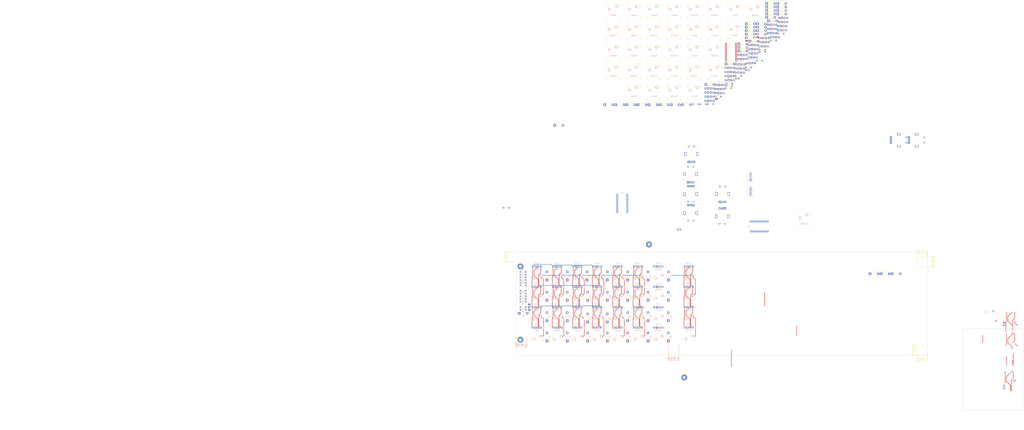
<source format=kicad_pcb>
(kicad_pcb (version 20171130) (host pcbnew 5.0.1+dfsg1-3)
  (layers (0 F.Cu signal) (31 B.Cu signal) (34 B.Paste user) (35 F.Paste user) (36 B.SilkS user) (37 F.SilkS user) (38 B.Mask user) (39 F.Mask user) (44 Edge.Cuts user))
  (net 0 "")
  (net 1 /T_GND)
  (net 2 /T_5V)
  (net 3 /T_SDA)
  (net 4 /T_SCL)
  (net 5 "Net-(D2-Pad1)")
  (net 6 /T_3V3)
  (net 7 "Net-(IO1-Pad24)")
  (net 8 "Net-(IO1-Pad23)")
  (net 9 "Net-(IO1-Pad22)")
  (net 10 "Net-(IO1-Pad21)")
  (net 11 "Net-(IO1-Pad8)")
  (net 12 "Net-(IO1-Pad7)")
  (net 13 "Net-(IO1-Pad6)")
  (net 14 "Net-(IO1-Pad5)")
  (net 15 "Net-(IO1-Pad4)")
  (net 16 "Net-(IO1-Pad3)")
  (net 17 "Net-(IO1-Pad2)")
  (net 18 "Net-(IO1-Pad1)")
  (net 19 "Net-(D1-Pad1)")
  (net 20 /KS2)
  (net 21 "Net-(D3-Pad1)")
  (net 22 "Net-(D4-Pad1)")
  (net 23 "Net-(HT1-Pad6)")
  (net 24 "Net-(HT1-Pad7)")
  (net 25 "Net-(JP1-Pad1)")
  (net 26 "Net-(JP2-Pad1)")
  (net 27 "Net-(JP3-Pad1)")
  (net 28 "Net-(R5-Pad2)")
  (net 29 "Net-(D5-Pad1)")
  (net 30 "Net-(D6-Pad1)")
  (net 31 "Net-(D7-Pad1)")
  (net 32 "Net-(D8-Pad1)")
  (net 33 "Net-(D9-Pad1)")
  (net 34 "Net-(D10-Pad1)")
  (net 35 "Net-(D11-Pad1)")
  (net 36 "Net-(D12-Pad1)")
  (net 37 "Net-(D13-Pad1)")
  (net 38 "Net-(D14-Pad1)")
  (net 39 "Net-(D15-Pad1)")
  (net 40 "Net-(D16-Pad1)")
  (net 41 "Net-(D17-Pad1)")
  (net 42 "Net-(D18-Pad1)")
  (net 43 "Net-(D19-Pad1)")
  (net 44 "Net-(D20-Pad1)")
  (net 45 "Net-(D21-Pad1)")
  (net 46 "Net-(D22-Pad1)")
  (net 47 "Net-(D23-Pad1)")
  (net 48 "Net-(D24-Pad1)")
  (net 49 "Net-(D25-Pad1)")
  (net 50 "Net-(D26-Pad1)")
  (net 51 "Net-(D27-Pad1)")
  (net 52 "Net-(D28-Pad1)")
  (net 53 "Net-(D29-Pad1)")
  (net 54 "Net-(D30-Pad1)")
  (net 55 "Net-(D31-Pad1)")
  (net 56 "Net-(D32-Pad1)")
  (net 57 "Net-(D33-Pad1)")
  (net 58 "Net-(D34-Pad1)")
  (net 59 "Net-(D35-Pad1)")
  (net 60 "Net-(D36-Pad1)")
  (net 61 "Net-(D37-Pad1)")
  (net 62 "Net-(D38-Pad1)")
  (net 63 "Net-(D39-Pad1)")
  (net 64 "Net-(D40-Pad1)")
  (net 65 /KR9)
  (net 66 /KR10)
  (net 67 /SCL5)
  (net 68 /SDA5)
  (net 69 "Net-(IO1-Pad28)")
  (net 70 "Net-(IO1-Pad27)")
  (net 71 "Net-(IO1-Pad26)")
  (net 72 "Net-(IO1-Pad25)")
  (net 73 "Net-(D1-Pad2)")
  (net 74 "Net-(D11-Pad2)")
  (net 75 "Net-(D12-Pad2)")
  (net 76 "Net-(D34-Pad2)")
  (net 77 "Net-(D41-Pad1)")
  (net 78 "Net-(D42-Pad1)")
  (net 79 "Net-(D43-Pad1)")
  (net 80 "Net-(D44-Pad1)")
  (net 81 "Net-(D45-Pad1)")
  (net 82 "Net-(D46-Pad1)")
  (net 83 "Net-(D47-Pad1)")
  (net 84 "Net-(D48-Pad1)")
  (net 85 "Net-(D49-Pad1)")
  (net 86 "Net-(D50-Pad1)")
  (net 87 "Net-(D51-Pad1)")
  (net 88 "Net-(D52-Pad1)")
  (net 89 "Net-(D53-Pad1)")
  (net 90 "Net-(D54-Pad1)")
  (net 91 "Net-(D55-Pad1)")
  (net 92 "Net-(D56-Pad1)")
  (net 93 "Net-(D57-Pad1)")
  (net 94 "Net-(D58-Pad1)")
  (net 95 "Net-(D59-Pad1)")
  (net 96 "Net-(D60-Pad1)")
  (net 97 "Net-(D61-Pad1)")
  (net 98 "Net-(D62-Pad1)")
  (net 99 "Net-(HT2-Pad6)")
  (net 100 "Net-(HT2-Pad7)")
  (net 101 "Net-(JP4-Pad1)")
  (net 102 "Net-(JP5-Pad1)")
  (net 103 "Net-(JP6-Pad1)")
  (net 104 "Net-(HT1-Pad12)")
  (net 105 "Net-(HT1-Pad13)")
  (net 106 "Net-(HT1-Pad14)")
  (net 107 "Net-(HT1-Pad15)")
  (net 108 "Net-(HT1-Pad16)")
  (net 109 "Net-(HT1-Pad17)")
  (net 110 "Net-(HT1-Pad18)")
  (net 111 "Net-(HT1-Pad19)")
  (net 112 "Net-(HT1-Pad20)")
  (net 113 "Net-(HT1-Pad21)")
  (net 114 "Net-(HT1-Pad22)")
  (net 115 "Net-(HT1-Pad23)")
  (net 116 "Net-(HT1-Pad24)")
  (net 117 "Net-(HT1-Pad25)")
  (net 118 "Net-(HT2-Pad12)")
  (net 119 "Net-(HT2-Pad13)")
  (net 120 "Net-(HT2-Pad14)")
  (net 121 "Net-(HT2-Pad15)")
  (net 122 "Net-(HT2-Pad16)")
  (net 123 "Net-(HT2-Pad17)")
  (net 124 "Net-(HT2-Pad18)")
  (net 125 "Net-(HT2-Pad19)")
  (net 126 "Net-(HT2-Pad20)")
  (net 127 "Net-(HT2-Pad21)")
  (net 128 "Net-(HT2-Pad22)")
  (net 129 "Net-(HT2-Pad23)")
  (net 130 "Net-(HT2-Pad24)")
  (net 131 "Net-(HT2-Pad25)")
  (net 132 "Net-(R4-Pad2)")
  (net 133 "Net-(R6-Pad2)")
  (net 134 "Net-(R7-Pad2)")
  (net 135 "Net-(R8-Pad2)")
  (net 136 "Net-(R9-Pad2)")
  (net 137 "Net-(R10-Pad2)")
  (net 138 "Net-(R11-Pad2)")
  (net 139 "Net-(R12-Pad2)")
  (net 140 "Net-(R13-Pad2)")
  (net 141 "Net-(R18-Pad2)")
  (net 142 "Net-(R19-Pad2)")
  (net 143 "Net-(R20-Pad2)")
  (net 144 "Net-(R21-Pad2)")
  (net 145 "Net-(R22-Pad2)")
  (net 146 "Net-(R23-Pad2)")
  (net 147 "Net-(R24-Pad2)")
  (net 148 "Net-(R25-Pad2)")
  (net 149 "Net-(R26-Pad2)")
  (net 150 "Net-(D19-Pad2)")
  (net 151 "Net-(R14-Pad2)")
  (net 152 "Net-(D35-Pad2)")
  (net 153 "Net-(D36-Pad2)")
  (net 154 "Net-(D52-Pad2)")
  (net 155 "Net-(D63-Pad1)")
  (net 156 "Net-(D64-Pad1)")
  (net 157 "Net-(D65-Pad1)")
  (net 158 "Net-(D66-Pad1)")
  (net 159 "Net-(R27-Pad2)")
  (net 160 "Net-(R28-Pad2)")
  (module chordboard-footprints:LED_D3.0mm-4 (layer F.Cu) (at 582.295 99.187)
    (fp_text reference KLED12 (at 2.54 -2.96) (layer B.SilkS) (effects (justify mirror)))
    (fp_text value LED_ARGB)
    (pad 4 thru_hole circle (at 3.81 0) (size 1.8 1.8) (drill 0.9) (layers *.Cu *.Mask) (net 150 "Net-(D19-Pad2)"))
    (pad 2 thru_hole circle (at -1.27 0) (size 1.8 1.8) (drill 0.9) (layers *.Cu *.Mask) (net 74 "Net-(D11-Pad2)"))
    (pad 1 thru_hole rect (at 1.27 0) (size 1.8 1.8) (drill 0.9) (layers *.Cu *.Mask) (net 106 "Net-(HT1-Pad14)"))
    (pad 3 thru_hole circle (at 6.35 0) (size 1.8 1.8) (drill 0.9) (layers *.Cu *.Mask) (net 75 "Net-(D12-Pad2)"))
  )
  (module chordboard-footprints:LED_D3.0mm-4 (layer F.Cu) (at 563.245 60.96)
    (fp_text reference KLED6 (at 2.54 -2.96) (layer B.SilkS) (effects (justify mirror)))
    (fp_text value LED_ARGB)
    (pad 4 thru_hole circle (at 3.81 0) (size 1.8 1.8) (drill 0.9) (layers *.Cu *.Mask) (net 150 "Net-(D19-Pad2)"))
    (pad 2 thru_hole circle (at -1.27 0) (size 1.8 1.8) (drill 0.9) (layers *.Cu *.Mask) (net 74 "Net-(D11-Pad2)"))
    (pad 1 thru_hole rect (at 1.27 0) (size 1.8 1.8) (drill 0.9) (layers *.Cu *.Mask) (net 112 "Net-(HT1-Pad20)"))
    (pad 3 thru_hole circle (at 6.35 0) (size 1.8 1.8) (drill 0.9) (layers *.Cu *.Mask) (net 75 "Net-(D12-Pad2)"))
  )
  (module chordboard-footprints:CHERRY_PCB_100H (layer F.Cu) (at 603.377 47.625 180)
    (fp_text reference SW13 (at 0 3.175 180) (layer B.SilkS) (effects (font (size 1.27 1.524) (thickness 0.2032)) (justify mirror)))
    (fp_text value SW_Push hide)
    (pad HOLE np_thru_hole circle (at 5.08 0 180) (size 1.7018 1.7018) (drill 1.7018) (layers *.Cu))
    (pad HOLE np_thru_hole circle (at -5.08 0 180) (size 1.7018 1.7018) (drill 1.7018) (layers *.Cu))
    (pad HOLE np_thru_hole circle (at 0 0 180) (size 3.9878 3.9878) (drill 3.9878) (layers *.Cu))
    (pad 2 thru_hole circle (at -3.81 -2.54 180) (size 2.286 2.286) (drill 1.4986) (layers *.Cu *.SilkS *.Mask) (net 135 "Net-(R8-Pad2)"))
    (pad 1 thru_hole circle (at 2.54 -5.08 180) (size 2.286 2.286) (drill 1.4986) (layers *.Cu *.SilkS *.Mask) (net 37 "Net-(D13-Pad1)"))
  )
  (module chordboard-footprints:CHERRY_PCB_100H (layer F.Cu) (at 565.785 66.675 180)
    (fp_text reference SW6 (at 0 3.175 180) (layer B.SilkS) (effects (font (size 1.27 1.524) (thickness 0.2032)) (justify mirror)))
    (fp_text value SW_Push hide)
    (pad 1 thru_hole circle (at 2.54 -5.08 180) (size 2.286 2.286) (drill 1.4986) (layers *.Cu *.SilkS *.Mask) (net 30 "Net-(D6-Pad1)"))
    (pad 2 thru_hole circle (at -3.81 -2.54 180) (size 2.286 2.286) (drill 1.4986) (layers *.Cu *.SilkS *.Mask) (net 28 "Net-(R5-Pad2)"))
    (pad HOLE np_thru_hole circle (at 0 0 180) (size 3.9878 3.9878) (drill 3.9878) (layers *.Cu))
    (pad HOLE np_thru_hole circle (at -5.08 0 180) (size 1.7018 1.7018) (drill 1.7018) (layers *.Cu))
    (pad HOLE np_thru_hole circle (at 5.08 0 180) (size 1.7018 1.7018) (drill 1.7018) (layers *.Cu))
  )
  (module chordboard-footprints:LED_D3.0mm-4 (layer F.Cu) (at 582.295 60.96)
    (fp_text reference KLED10 (at 2.54 -2.96) (layer B.SilkS) (effects (justify mirror)))
    (fp_text value LED_ARGB)
    (pad 3 thru_hole circle (at 6.35 0) (size 1.8 1.8) (drill 0.9) (layers *.Cu *.Mask) (net 75 "Net-(D12-Pad2)"))
    (pad 1 thru_hole rect (at 1.27 0) (size 1.8 1.8) (drill 0.9) (layers *.Cu *.Mask) (net 108 "Net-(HT1-Pad16)"))
    (pad 2 thru_hole circle (at -1.27 0) (size 1.8 1.8) (drill 0.9) (layers *.Cu *.Mask) (net 74 "Net-(D11-Pad2)"))
    (pad 4 thru_hole circle (at 3.81 0) (size 1.8 1.8) (drill 0.9) (layers *.Cu *.Mask) (net 150 "Net-(D19-Pad2)"))
  )
  (module chordboard-footprints:CHERRY_PCB_100H (layer F.Cu) (at 660.527 47.625 180)
    (fp_text reference SW25 (at 0 3.175 180) (layer B.SilkS) (effects (font (size 1.27 1.524) (thickness 0.2032)) (justify mirror)))
    (fp_text value SW_Push hide)
    (pad 1 thru_hole circle (at 2.54 -5.08 180) (size 2.286 2.286) (drill 1.4986) (layers *.Cu *.SilkS *.Mask) (net 50 "Net-(D26-Pad1)"))
    (pad 2 thru_hole circle (at -3.81 -2.54 180) (size 2.286 2.286) (drill 1.4986) (layers *.Cu *.SilkS *.Mask) (net 139 "Net-(R12-Pad2)"))
    (pad HOLE np_thru_hole circle (at 0 0 180) (size 3.9878 3.9878) (drill 3.9878) (layers *.Cu))
    (pad HOLE np_thru_hole circle (at -5.08 0 180) (size 1.7018 1.7018) (drill 1.7018) (layers *.Cu))
    (pad HOLE np_thru_hole circle (at 5.08 0 180) (size 1.7018 1.7018) (drill 1.7018) (layers *.Cu))
  )
  (module chordboard-footprints:LED_D3.0mm-4 (layer F.Cu) (at 657.987 99.187)
    (fp_text reference KLED28 (at 2.54 -2.96) (layer B.SilkS) (effects (justify mirror)))
    (fp_text value LED_ARGB)
    (pad 4 thru_hole circle (at 3.81 0) (size 1.8 1.8) (drill 0.9) (layers *.Cu *.Mask) (net 73 "Net-(D1-Pad2)"))
    (pad 2 thru_hole circle (at -1.27 0) (size 1.8 1.8) (drill 0.9) (layers *.Cu *.Mask) (net 24 "Net-(HT1-Pad7)"))
    (pad 1 thru_hole rect (at 1.27 0) (size 1.8 1.8) (drill 0.9) (layers *.Cu *.Mask) (net 106 "Net-(HT1-Pad14)"))
    (pad 3 thru_hole circle (at 6.35 0) (size 1.8 1.8) (drill 0.9) (layers *.Cu *.Mask) (net 23 "Net-(HT1-Pad6)"))
  )
  (module chordboard-footprints:CHERRY_PCB_100H (layer F.Cu) (at 641.477 104.902 180)
    (fp_text reference SW24 (at 0 3.175 180) (layer B.SilkS) (effects (font (size 1.27 1.524) (thickness 0.2032)) (justify mirror)))
    (fp_text value SW_Push hide)
    (pad 1 thru_hole circle (at 2.54 -5.08 180) (size 2.286 2.286) (drill 1.4986) (layers *.Cu *.SilkS *.Mask) (net 49 "Net-(D25-Pad1)"))
    (pad 2 thru_hole circle (at -3.81 -2.54 180) (size 2.286 2.286) (drill 1.4986) (layers *.Cu *.SilkS *.Mask) (net 138 "Net-(R11-Pad2)"))
    (pad HOLE np_thru_hole circle (at 0 0 180) (size 3.9878 3.9878) (drill 3.9878) (layers *.Cu))
    (pad HOLE np_thru_hole circle (at -5.08 0 180) (size 1.7018 1.7018) (drill 1.7018) (layers *.Cu))
    (pad HOLE np_thru_hole circle (at 5.08 0 180) (size 1.7018 1.7018) (drill 1.7018) (layers *.Cu))
  )
  (module chordboard-footprints:LED_D3.0mm-4 (layer F.Cu) (at 563.245 80.137)
    (fp_text reference KLED7 (at 2.54 -2.96) (layer B.SilkS) (effects (justify mirror)))
    (fp_text value LED_ARGB)
    (pad 4 thru_hole circle (at 3.81 0) (size 1.8 1.8) (drill 0.9) (layers *.Cu *.Mask) (net 150 "Net-(D19-Pad2)"))
    (pad 2 thru_hole circle (at -1.27 0) (size 1.8 1.8) (drill 0.9) (layers *.Cu *.Mask) (net 74 "Net-(D11-Pad2)"))
    (pad 1 thru_hole rect (at 1.27 0) (size 1.8 1.8) (drill 0.9) (layers *.Cu *.Mask) (net 111 "Net-(HT1-Pad19)"))
    (pad 3 thru_hole circle (at 6.35 0) (size 1.8 1.8) (drill 0.9) (layers *.Cu *.Mask) (net 75 "Net-(D12-Pad2)"))
  )
  (module chordboard-footprints:CHERRY_PCB_100H (layer F.Cu) (at 622.427 47.625 180)
    (fp_text reference SW17 (at 0 3.175 180) (layer B.SilkS) (effects (font (size 1.27 1.524) (thickness 0.2032)) (justify mirror)))
    (fp_text value SW_Push hide)
    (pad 1 thru_hole circle (at 2.54 -5.08 180) (size 2.286 2.286) (drill 1.4986) (layers *.Cu *.SilkS *.Mask) (net 41 "Net-(D17-Pad1)"))
    (pad 2 thru_hole circle (at -3.81 -2.54 180) (size 2.286 2.286) (drill 1.4986) (layers *.Cu *.SilkS *.Mask) (net 136 "Net-(R9-Pad2)"))
    (pad HOLE np_thru_hole circle (at 0 0 180) (size 3.9878 3.9878) (drill 3.9878) (layers *.Cu))
    (pad HOLE np_thru_hole circle (at -5.08 0 180) (size 1.7018 1.7018) (drill 1.7018) (layers *.Cu))
    (pad HOLE np_thru_hole circle (at 5.08 0 180) (size 1.7018 1.7018) (drill 1.7018) (layers *.Cu))
  )
  (module chordboard-footprints:CHERRY_PCB_100H (layer F.Cu) (at 584.835 47.625 180)
    (fp_text reference SW9 (at 0 3.175 180) (layer B.SilkS) (effects (font (size 1.27 1.524) (thickness 0.2032)) (justify mirror)))
    (fp_text value SW_Push hide)
    (pad HOLE np_thru_hole circle (at 5.08 0 180) (size 1.7018 1.7018) (drill 1.7018) (layers *.Cu))
    (pad HOLE np_thru_hole circle (at -5.08 0 180) (size 1.7018 1.7018) (drill 1.7018) (layers *.Cu))
    (pad HOLE np_thru_hole circle (at 0 0 180) (size 3.9878 3.9878) (drill 3.9878) (layers *.Cu))
    (pad 2 thru_hole circle (at -3.81 -2.54 180) (size 2.286 2.286) (drill 1.4986) (layers *.Cu *.SilkS *.Mask) (net 133 "Net-(R6-Pad2)"))
    (pad 1 thru_hole circle (at 2.54 -5.08 180) (size 2.286 2.286) (drill 1.4986) (layers *.Cu *.SilkS *.Mask) (net 33 "Net-(D9-Pad1)"))
  )
  (module chordboard-footprints:LED_D3.0mm-4 (layer F.Cu) (at 686.435 41.91)
    (fp_text reference KLED29 (at 2.54 -2.96) (layer B.SilkS) (effects (justify mirror)))
    (fp_text value LED_ARGB)
    (pad 4 thru_hole circle (at 3.81 0) (size 1.8 1.8) (drill 0.9) (layers *.Cu *.Mask) (net 73 "Net-(D1-Pad2)"))
    (pad 2 thru_hole circle (at -1.27 0) (size 1.8 1.8) (drill 0.9) (layers *.Cu *.Mask) (net 24 "Net-(HT1-Pad7)"))
    (pad 1 thru_hole rect (at 1.27 0) (size 1.8 1.8) (drill 0.9) (layers *.Cu *.Mask) (net 105 "Net-(HT1-Pad13)"))
    (pad 3 thru_hole circle (at 6.35 0) (size 1.8 1.8) (drill 0.9) (layers *.Cu *.Mask) (net 23 "Net-(HT1-Pad6)"))
  )
  (module chordboard-footprints:LED_D3.0mm-4 (layer F.Cu) (at 686.435 60.96)
    (fp_text reference KLED30 (at 2.54 -2.96) (layer B.SilkS) (effects (justify mirror)))
    (fp_text value LED_ARGB)
    (pad 4 thru_hole circle (at 3.81 0) (size 1.8 1.8) (drill 0.9) (layers *.Cu *.Mask) (net 73 "Net-(D1-Pad2)"))
    (pad 2 thru_hole circle (at -1.27 0) (size 1.8 1.8) (drill 0.9) (layers *.Cu *.Mask) (net 24 "Net-(HT1-Pad7)"))
    (pad 1 thru_hole rect (at 1.27 0) (size 1.8 1.8) (drill 0.9) (layers *.Cu *.Mask) (net 104 "Net-(HT1-Pad12)"))
    (pad 3 thru_hole circle (at 6.35 0) (size 1.8 1.8) (drill 0.9) (layers *.Cu *.Mask) (net 23 "Net-(HT1-Pad6)"))
  )
  (module chordboard-footprints:LED_D3.0mm-4 (layer F.Cu) (at 657.987 41.91)
    (fp_text reference KLED25 (at 2.54 -2.96) (layer B.SilkS) (effects (justify mirror)))
    (fp_text value LED_ARGB)
    (pad 4 thru_hole circle (at 3.81 0) (size 1.8 1.8) (drill 0.9) (layers *.Cu *.Mask) (net 73 "Net-(D1-Pad2)"))
    (pad 2 thru_hole circle (at -1.27 0) (size 1.8 1.8) (drill 0.9) (layers *.Cu *.Mask) (net 24 "Net-(HT1-Pad7)"))
    (pad 1 thru_hole rect (at 1.27 0) (size 1.8 1.8) (drill 0.9) (layers *.Cu *.Mask) (net 109 "Net-(HT1-Pad17)"))
    (pad 3 thru_hole circle (at 6.35 0) (size 1.8 1.8) (drill 0.9) (layers *.Cu *.Mask) (net 23 "Net-(HT1-Pad6)"))
  )
  (module chordboard-footprints:CHERRY_PCB_100H (layer F.Cu) (at 565.785 85.852 180)
    (fp_text reference SW7 (at 0 3.175 180) (layer B.SilkS) (effects (font (size 1.27 1.524) (thickness 0.2032)) (justify mirror)))
    (fp_text value SW_Push hide)
    (pad 1 thru_hole circle (at 2.54 -5.08 180) (size 2.286 2.286) (drill 1.4986) (layers *.Cu *.SilkS *.Mask) (net 31 "Net-(D7-Pad1)"))
    (pad 2 thru_hole circle (at -3.81 -2.54 180) (size 2.286 2.286) (drill 1.4986) (layers *.Cu *.SilkS *.Mask) (net 133 "Net-(R6-Pad2)"))
    (pad HOLE np_thru_hole circle (at 0 0 180) (size 3.9878 3.9878) (drill 3.9878) (layers *.Cu))
    (pad HOLE np_thru_hole circle (at -5.08 0 180) (size 1.7018 1.7018) (drill 1.7018) (layers *.Cu))
    (pad HOLE np_thru_hole circle (at 5.08 0 180) (size 1.7018 1.7018) (drill 1.7018) (layers *.Cu))
  )
  (module chordboard-footprints:LED_D3.0mm-4 (layer F.Cu) (at 582.295 41.91)
    (fp_text reference KLED9 (at 2.54 -2.96) (layer B.SilkS) (effects (justify mirror)))
    (fp_text value LED_ARGB)
    (pad 4 thru_hole circle (at 3.81 0) (size 1.8 1.8) (drill 0.9) (layers *.Cu *.Mask) (net 150 "Net-(D19-Pad2)"))
    (pad 2 thru_hole circle (at -1.27 0) (size 1.8 1.8) (drill 0.9) (layers *.Cu *.Mask) (net 74 "Net-(D11-Pad2)"))
    (pad 1 thru_hole rect (at 1.27 0) (size 1.8 1.8) (drill 0.9) (layers *.Cu *.Mask) (net 109 "Net-(HT1-Pad17)"))
    (pad 3 thru_hole circle (at 6.35 0) (size 1.8 1.8) (drill 0.9) (layers *.Cu *.Mask) (net 75 "Net-(D12-Pad2)"))
  )
  (module chordboard-footprints:CHERRY_PCB_100H (layer F.Cu) (at 660.527 66.675 180)
    (fp_text reference SW26 (at 0 3.175 180) (layer B.SilkS) (effects (font (size 1.27 1.524) (thickness 0.2032)) (justify mirror)))
    (fp_text value SW_Push hide)
    (pad 1 thru_hole circle (at 2.54 -5.08 180) (size 2.286 2.286) (drill 1.4986) (layers *.Cu *.SilkS *.Mask) (net 51 "Net-(D27-Pad1)"))
    (pad 2 thru_hole circle (at -3.81 -2.54 180) (size 2.286 2.286) (drill 1.4986) (layers *.Cu *.SilkS *.Mask) (net 139 "Net-(R12-Pad2)"))
    (pad HOLE np_thru_hole circle (at 0 0 180) (size 3.9878 3.9878) (drill 3.9878) (layers *.Cu))
    (pad HOLE np_thru_hole circle (at -5.08 0 180) (size 1.7018 1.7018) (drill 1.7018) (layers *.Cu))
    (pad HOLE np_thru_hole circle (at 5.08 0 180) (size 1.7018 1.7018) (drill 1.7018) (layers *.Cu))
  )
  (module chordboard-footprints:LED_D3.0mm-4 (layer F.Cu) (at 563.245 41.91)
    (fp_text reference KLED5 (at 2.54 -2.96) (layer B.SilkS) (effects (justify mirror)))
    (fp_text value LED_ARGB)
    (pad 3 thru_hole circle (at 6.35 0) (size 1.8 1.8) (drill 0.9) (layers *.Cu *.Mask) (net 75 "Net-(D12-Pad2)"))
    (pad 1 thru_hole rect (at 1.27 0) (size 1.8 1.8) (drill 0.9) (layers *.Cu *.Mask) (net 113 "Net-(HT1-Pad21)"))
    (pad 2 thru_hole circle (at -1.27 0) (size 1.8 1.8) (drill 0.9) (layers *.Cu *.Mask) (net 74 "Net-(D11-Pad2)"))
    (pad 4 thru_hole circle (at 3.81 0) (size 1.8 1.8) (drill 0.9) (layers *.Cu *.Mask) (net 150 "Net-(D19-Pad2)"))
  )
  (module chordboard-footprints:LED_D3.0mm-4 (layer F.Cu) (at 639.572 80.137)
    (fp_text reference KLED23 (at 2.54 -2.96) (layer B.SilkS) (effects (justify mirror)))
    (fp_text value LED_ARGB)
    (pad 3 thru_hole circle (at 6.35 0) (size 1.8 1.8) (drill 0.9) (layers *.Cu *.Mask) (net 23 "Net-(HT1-Pad6)"))
    (pad 1 thru_hole rect (at 1.27 0) (size 1.8 1.8) (drill 0.9) (layers *.Cu *.Mask) (net 111 "Net-(HT1-Pad19)"))
    (pad 2 thru_hole circle (at -1.27 0) (size 1.8 1.8) (drill 0.9) (layers *.Cu *.Mask) (net 24 "Net-(HT1-Pad7)"))
    (pad 4 thru_hole circle (at 3.81 0) (size 1.8 1.8) (drill 0.9) (layers *.Cu *.Mask) (net 73 "Net-(D1-Pad2)"))
  )
  (module chordboard-footprints:LED_D3.0mm-4 (layer F.Cu) (at 544.195 99.187)
    (fp_text reference KLED4 (at 2.54 -2.96) (layer B.SilkS) (effects (justify mirror)))
    (fp_text value LED_ARGB)
    (pad 3 thru_hole circle (at 6.35 0) (size 1.8 1.8) (drill 0.9) (layers *.Cu *.Mask) (net 75 "Net-(D12-Pad2)"))
    (pad 1 thru_hole rect (at 1.27 0) (size 1.8 1.8) (drill 0.9) (layers *.Cu *.Mask) (net 114 "Net-(HT1-Pad22)"))
    (pad 2 thru_hole circle (at -1.27 0) (size 1.8 1.8) (drill 0.9) (layers *.Cu *.Mask) (net 74 "Net-(D11-Pad2)"))
    (pad 4 thru_hole circle (at 3.81 0) (size 1.8 1.8) (drill 0.9) (layers *.Cu *.Mask) (net 150 "Net-(D19-Pad2)"))
  )
  (module chordboard-footprints:CHERRY_PCB_100H (layer F.Cu) (at 565.785 104.902 180)
    (fp_text reference SW8 (at 0 3.175 180) (layer B.SilkS) (effects (font (size 1.27 1.524) (thickness 0.2032)) (justify mirror)))
    (fp_text value SW_Push hide)
    (pad HOLE np_thru_hole circle (at 5.08 0 180) (size 1.7018 1.7018) (drill 1.7018) (layers *.Cu))
    (pad HOLE np_thru_hole circle (at -5.08 0 180) (size 1.7018 1.7018) (drill 1.7018) (layers *.Cu))
    (pad HOLE np_thru_hole circle (at 0 0 180) (size 3.9878 3.9878) (drill 3.9878) (layers *.Cu))
    (pad 2 thru_hole circle (at -3.81 -2.54 180) (size 2.286 2.286) (drill 1.4986) (layers *.Cu *.SilkS *.Mask) (net 133 "Net-(R6-Pad2)"))
    (pad 1 thru_hole circle (at 2.54 -5.08 180) (size 2.286 2.286) (drill 1.4986) (layers *.Cu *.SilkS *.Mask) (net 32 "Net-(D8-Pad1)"))
  )
  (module chordboard-footprints:CHERRY_PCB_100H (layer F.Cu) (at 641.477 85.852 180)
    (fp_text reference SW23 (at 0 3.175 180) (layer B.SilkS) (effects (font (size 1.27 1.524) (thickness 0.2032)) (justify mirror)))
    (fp_text value SW_Push hide)
    (pad HOLE np_thru_hole circle (at 5.08 0 180) (size 1.7018 1.7018) (drill 1.7018) (layers *.Cu))
    (pad HOLE np_thru_hole circle (at -5.08 0 180) (size 1.7018 1.7018) (drill 1.7018) (layers *.Cu))
    (pad HOLE np_thru_hole circle (at 0 0 180) (size 3.9878 3.9878) (drill 3.9878) (layers *.Cu))
    (pad 2 thru_hole circle (at -3.81 -2.54 180) (size 2.286 2.286) (drill 1.4986) (layers *.Cu *.SilkS *.Mask) (net 138 "Net-(R11-Pad2)"))
    (pad 1 thru_hole circle (at 2.54 -5.08 180) (size 2.286 2.286) (drill 1.4986) (layers *.Cu *.SilkS *.Mask) (net 48 "Net-(D24-Pad1)"))
  )
  (module chordboard-footprints:LED_D3.0mm-4 (layer F.Cu) (at 582.295 80.137)
    (fp_text reference KLED11 (at 2.54 -2.96) (layer B.SilkS) (effects (justify mirror)))
    (fp_text value LED_ARGB)
    (pad 3 thru_hole circle (at 6.35 0) (size 1.8 1.8) (drill 0.9) (layers *.Cu *.Mask) (net 75 "Net-(D12-Pad2)"))
    (pad 1 thru_hole rect (at 1.27 0) (size 1.8 1.8) (drill 0.9) (layers *.Cu *.Mask) (net 107 "Net-(HT1-Pad15)"))
    (pad 2 thru_hole circle (at -1.27 0) (size 1.8 1.8) (drill 0.9) (layers *.Cu *.Mask) (net 74 "Net-(D11-Pad2)"))
    (pad 4 thru_hole circle (at 3.81 0) (size 1.8 1.8) (drill 0.9) (layers *.Cu *.Mask) (net 150 "Net-(D19-Pad2)"))
  )
  (module chordboard-footprints:LED_D3.0mm-4 (layer F.Cu) (at 657.987 80.137)
    (fp_text reference KLED27 (at 2.54 -2.96) (layer B.SilkS) (effects (justify mirror)))
    (fp_text value LED_ARGB)
    (pad 3 thru_hole circle (at 6.35 0) (size 1.8 1.8) (drill 0.9) (layers *.Cu *.Mask) (net 23 "Net-(HT1-Pad6)"))
    (pad 1 thru_hole rect (at 1.27 0) (size 1.8 1.8) (drill 0.9) (layers *.Cu *.Mask) (net 107 "Net-(HT1-Pad15)"))
    (pad 2 thru_hole circle (at -1.27 0) (size 1.8 1.8) (drill 0.9) (layers *.Cu *.Mask) (net 24 "Net-(HT1-Pad7)"))
    (pad 4 thru_hole circle (at 3.81 0) (size 1.8 1.8) (drill 0.9) (layers *.Cu *.Mask) (net 73 "Net-(D1-Pad2)"))
  )
  (module chordboard-footprints:CHERRY_PCB_100H (layer F.Cu) (at 584.835 66.675 180)
    (fp_text reference SW10 (at 0 3.175 180) (layer B.SilkS) (effects (font (size 1.27 1.524) (thickness 0.2032)) (justify mirror)))
    (fp_text value SW_Push hide)
    (pad HOLE np_thru_hole circle (at 5.08 0 180) (size 1.7018 1.7018) (drill 1.7018) (layers *.Cu))
    (pad HOLE np_thru_hole circle (at -5.08 0 180) (size 1.7018 1.7018) (drill 1.7018) (layers *.Cu))
    (pad HOLE np_thru_hole circle (at 0 0 180) (size 3.9878 3.9878) (drill 3.9878) (layers *.Cu))
    (pad 2 thru_hole circle (at -3.81 -2.54 180) (size 2.286 2.286) (drill 1.4986) (layers *.Cu *.SilkS *.Mask))
    (pad 1 thru_hole circle (at 2.54 -5.08 180) (size 2.286 2.286) (drill 1.4986) (layers *.Cu *.SilkS *.Mask) (net 34 "Net-(D10-Pad1)"))
  )
  (module chordboard-footprints:LED_D3.0mm-4 (layer F.Cu) (at 619.887 80.137)
    (fp_text reference KLED19 (at 2.54 -2.96) (layer B.SilkS) (effects (justify mirror)))
    (fp_text value LED_ARGB)
    (pad 4 thru_hole circle (at 3.81 0) (size 1.8 1.8) (drill 0.9) (layers *.Cu *.Mask) (net 73 "Net-(D1-Pad2)"))
    (pad 2 thru_hole circle (at -1.27 0) (size 1.8 1.8) (drill 0.9) (layers *.Cu *.Mask) (net 24 "Net-(HT1-Pad7)"))
    (pad 1 thru_hole rect (at 1.27 0) (size 1.8 1.8) (drill 0.9) (layers *.Cu *.Mask) (net 115 "Net-(HT1-Pad23)"))
    (pad 3 thru_hole circle (at 6.35 0) (size 1.8 1.8) (drill 0.9) (layers *.Cu *.Mask) (net 23 "Net-(HT1-Pad6)"))
  )
  (module chordboard-footprints:LED_D3.0mm-4 (layer F.Cu) (at 619.887 99.187)
    (fp_text reference KLED20 (at 2.54 -2.96) (layer B.SilkS) (effects (justify mirror)))
    (fp_text value LED_ARGB)
    (pad 3 thru_hole circle (at 6.35 0) (size 1.8 1.8) (drill 0.9) (layers *.Cu *.Mask) (net 23 "Net-(HT1-Pad6)"))
    (pad 1 thru_hole rect (at 1.27 0) (size 1.8 1.8) (drill 0.9) (layers *.Cu *.Mask) (net 114 "Net-(HT1-Pad22)"))
    (pad 2 thru_hole circle (at -1.27 0) (size 1.8 1.8) (drill 0.9) (layers *.Cu *.Mask) (net 24 "Net-(HT1-Pad7)"))
    (pad 4 thru_hole circle (at 3.81 0) (size 1.8 1.8) (drill 0.9) (layers *.Cu *.Mask) (net 73 "Net-(D1-Pad2)"))
  )
  (module chordboard-footprints:CHERRY_PCB_100H (layer F.Cu) (at 584.835 85.852 180)
    (fp_text reference SW11 (at 0 3.175 180) (layer B.SilkS) (effects (font (size 1.27 1.524) (thickness 0.2032)) (justify mirror)))
    (fp_text value SW_Push hide)
    (pad HOLE np_thru_hole circle (at 5.08 0 180) (size 1.7018 1.7018) (drill 1.7018) (layers *.Cu))
    (pad HOLE np_thru_hole circle (at -5.08 0 180) (size 1.7018 1.7018) (drill 1.7018) (layers *.Cu))
    (pad HOLE np_thru_hole circle (at 0 0 180) (size 3.9878 3.9878) (drill 3.9878) (layers *.Cu))
    (pad 2 thru_hole circle (at -3.81 -2.54 180) (size 2.286 2.286) (drill 1.4986) (layers *.Cu *.SilkS *.Mask))
    (pad 1 thru_hole circle (at 2.54 -5.08 180) (size 2.286 2.286) (drill 1.4986) (layers *.Cu *.SilkS *.Mask) (net 35 "Net-(D11-Pad1)"))
  )
  (module chordboard-footprints:LED_D3.0mm-4 (layer F.Cu) (at 563.88 99.187)
    (fp_text reference KLED8 (at 2.54 -2.96) (layer B.SilkS) (effects (justify mirror)))
    (fp_text value LED_ARGB)
    (pad 3 thru_hole circle (at 6.35 0) (size 1.8 1.8) (drill 0.9) (layers *.Cu *.Mask) (net 75 "Net-(D12-Pad2)"))
    (pad 1 thru_hole rect (at 1.27 0) (size 1.8 1.8) (drill 0.9) (layers *.Cu *.Mask) (net 110 "Net-(HT1-Pad18)"))
    (pad 2 thru_hole circle (at -1.27 0) (size 1.8 1.8) (drill 0.9) (layers *.Cu *.Mask) (net 74 "Net-(D11-Pad2)"))
    (pad 4 thru_hole circle (at 3.81 0) (size 1.8 1.8) (drill 0.9) (layers *.Cu *.Mask) (net 150 "Net-(D19-Pad2)"))
  )
  (module chordboard-footprints:LED_D3.0mm-4 (layer F.Cu) (at 638.937 41.91)
    (fp_text reference KLED21 (at 2.54 -2.96) (layer B.SilkS) (effects (justify mirror)))
    (fp_text value LED_ARGB)
    (pad 4 thru_hole circle (at 3.81 0) (size 1.8 1.8) (drill 0.9) (layers *.Cu *.Mask) (net 73 "Net-(D1-Pad2)"))
    (pad 2 thru_hole circle (at -1.27 0) (size 1.8 1.8) (drill 0.9) (layers *.Cu *.Mask) (net 24 "Net-(HT1-Pad7)"))
    (pad 1 thru_hole rect (at 1.27 0) (size 1.8 1.8) (drill 0.9) (layers *.Cu *.Mask) (net 113 "Net-(HT1-Pad21)"))
    (pad 3 thru_hole circle (at 6.35 0) (size 1.8 1.8) (drill 0.9) (layers *.Cu *.Mask) (net 23 "Net-(HT1-Pad6)"))
  )
  (module chordboard-footprints:LED_D3.0mm-4 (layer F.Cu) (at 638.937 60.96)
    (fp_text reference KLED22 (at 2.54 -2.96) (layer B.SilkS) (effects (justify mirror)))
    (fp_text value LED_ARGB)
    (pad 3 thru_hole circle (at 6.35 0) (size 1.8 1.8) (drill 0.9) (layers *.Cu *.Mask) (net 23 "Net-(HT1-Pad6)"))
    (pad 1 thru_hole rect (at 1.27 0) (size 1.8 1.8) (drill 0.9) (layers *.Cu *.Mask) (net 112 "Net-(HT1-Pad20)"))
    (pad 2 thru_hole circle (at -1.27 0) (size 1.8 1.8) (drill 0.9) (layers *.Cu *.Mask) (net 24 "Net-(HT1-Pad7)"))
    (pad 4 thru_hole circle (at 3.81 0) (size 1.8 1.8) (drill 0.9) (layers *.Cu *.Mask) (net 73 "Net-(D1-Pad2)"))
  )
  (module chordboard-footprints:LED_D3.0mm-4 (layer F.Cu) (at 657.987 60.96)
    (fp_text reference KLED26 (at 2.54 -2.96) (layer B.SilkS) (effects (justify mirror)))
    (fp_text value LED_ARGB)
    (pad 3 thru_hole circle (at 6.35 0) (size 1.8 1.8) (drill 0.9) (layers *.Cu *.Mask) (net 23 "Net-(HT1-Pad6)"))
    (pad 1 thru_hole rect (at 1.27 0) (size 1.8 1.8) (drill 0.9) (layers *.Cu *.Mask) (net 108 "Net-(HT1-Pad16)"))
    (pad 2 thru_hole circle (at -1.27 0) (size 1.8 1.8) (drill 0.9) (layers *.Cu *.Mask) (net 24 "Net-(HT1-Pad7)"))
    (pad 4 thru_hole circle (at 3.81 0) (size 1.8 1.8) (drill 0.9) (layers *.Cu *.Mask) (net 73 "Net-(D1-Pad2)"))
  )
  (module chordboard-footprints:CHERRY_PCB_100H (layer F.Cu) (at 622.427 66.675 180)
    (fp_text reference SW18 (at 0 3.175 180) (layer B.SilkS) (effects (font (size 1.27 1.524) (thickness 0.2032)) (justify mirror)))
    (fp_text value SW_Push hide)
    (pad HOLE np_thru_hole circle (at 5.08 0 180) (size 1.7018 1.7018) (drill 1.7018) (layers *.Cu))
    (pad HOLE np_thru_hole circle (at -5.08 0 180) (size 1.7018 1.7018) (drill 1.7018) (layers *.Cu))
    (pad HOLE np_thru_hole circle (at 0 0 180) (size 3.9878 3.9878) (drill 3.9878) (layers *.Cu))
    (pad 2 thru_hole circle (at -3.81 -2.54 180) (size 2.286 2.286) (drill 1.4986) (layers *.Cu *.SilkS *.Mask) (net 136 "Net-(R9-Pad2)"))
    (pad 1 thru_hole circle (at 2.54 -5.08 180) (size 2.286 2.286) (drill 1.4986) (layers *.Cu *.SilkS *.Mask) (net 42 "Net-(D18-Pad1)"))
  )
  (module chordboard-footprints:CHERRY_PCB_100H (layer F.Cu) (at 584.835 104.902 180)
    (fp_text reference SW12 (at 0 3.175 180) (layer B.SilkS) (effects (font (size 1.27 1.524) (thickness 0.2032)) (justify mirror)))
    (fp_text value SW_Push hide)
    (pad 1 thru_hole circle (at 2.54 -5.08 180) (size 2.286 2.286) (drill 1.4986) (layers *.Cu *.SilkS *.Mask) (net 36 "Net-(D12-Pad1)"))
    (pad 2 thru_hole circle (at -3.81 -2.54 180) (size 2.286 2.286) (drill 1.4986) (layers *.Cu *.SilkS *.Mask) (net 134 "Net-(R7-Pad2)"))
    (pad HOLE np_thru_hole circle (at 0 0 180) (size 3.9878 3.9878) (drill 3.9878) (layers *.Cu))
    (pad HOLE np_thru_hole circle (at -5.08 0 180) (size 1.7018 1.7018) (drill 1.7018) (layers *.Cu))
    (pad HOLE np_thru_hole circle (at 5.08 0 180) (size 1.7018 1.7018) (drill 1.7018) (layers *.Cu))
  )
  (module chordboard-footprints:LED_D3.0mm-4 (layer F.Cu) (at 619.887 60.96)
    (fp_text reference KLED18 (at 2.54 -2.96) (layer B.SilkS) (effects (justify mirror)))
    (fp_text value LED_ARGB)
    (pad 4 thru_hole circle (at 3.81 0) (size 1.8 1.8) (drill 0.9) (layers *.Cu *.Mask) (net 73 "Net-(D1-Pad2)"))
    (pad 2 thru_hole circle (at -1.27 0) (size 1.8 1.8) (drill 0.9) (layers *.Cu *.Mask) (net 24 "Net-(HT1-Pad7)"))
    (pad 1 thru_hole rect (at 1.27 0) (size 1.8 1.8) (drill 0.9) (layers *.Cu *.Mask) (net 116 "Net-(HT1-Pad24)"))
    (pad 3 thru_hole circle (at 6.35 0) (size 1.8 1.8) (drill 0.9) (layers *.Cu *.Mask) (net 23 "Net-(HT1-Pad6)"))
  )
  (module chordboard-footprints:LED_D3.0mm-4 (layer F.Cu) (at 544.195 80.137)
    (fp_text reference KLED3 (at 2.54 -2.96) (layer B.SilkS) (effects (justify mirror)))
    (fp_text value LED_ARGB)
    (pad 4 thru_hole circle (at 3.81 0) (size 1.8 1.8) (drill 0.9) (layers *.Cu *.Mask) (net 150 "Net-(D19-Pad2)"))
    (pad 2 thru_hole circle (at -1.27 0) (size 1.8 1.8) (drill 0.9) (layers *.Cu *.Mask) (net 74 "Net-(D11-Pad2)"))
    (pad 1 thru_hole rect (at 1.27 0) (size 1.8 1.8) (drill 0.9) (layers *.Cu *.Mask) (net 115 "Net-(HT1-Pad23)"))
    (pad 3 thru_hole circle (at 6.35 0) (size 1.8 1.8) (drill 0.9) (layers *.Cu *.Mask) (net 75 "Net-(D12-Pad2)"))
  )
  (module chordboard-footprints:CHERRY_PCB_100H (layer F.Cu) (at 546.735 85.852 180)
    (fp_text reference SW3 (at 0 3.175 180) (layer B.SilkS) (effects (font (size 1.27 1.524) (thickness 0.2032)) (justify mirror)))
    (fp_text value SW_Push hide)
    (pad 1 thru_hole circle (at 2.54 -5.08 180) (size 2.286 2.286) (drill 1.4986) (layers *.Cu *.SilkS *.Mask) (net 21 "Net-(D3-Pad1)"))
    (pad 2 thru_hole circle (at -3.81 -2.54 180) (size 2.286 2.286) (drill 1.4986) (layers *.Cu *.SilkS *.Mask) (net 132 "Net-(R4-Pad2)"))
    (pad HOLE np_thru_hole circle (at 0 0 180) (size 3.9878 3.9878) (drill 3.9878) (layers *.Cu))
    (pad HOLE np_thru_hole circle (at -5.08 0 180) (size 1.7018 1.7018) (drill 1.7018) (layers *.Cu))
    (pad HOLE np_thru_hole circle (at 5.08 0 180) (size 1.7018 1.7018) (drill 1.7018) (layers *.Cu))
  )
  (module chordboard-footprints:CHERRY_PCB_100H (layer F.Cu) (at 603.377 85.852 180)
    (fp_text reference SW15 (at 0 3.175 180) (layer B.SilkS) (effects (font (size 1.27 1.524) (thickness 0.2032)) (justify mirror)))
    (fp_text value SW_Push hide)
    (pad HOLE np_thru_hole circle (at 5.08 0 180) (size 1.7018 1.7018) (drill 1.7018) (layers *.Cu))
    (pad HOLE np_thru_hole circle (at -5.08 0 180) (size 1.7018 1.7018) (drill 1.7018) (layers *.Cu))
    (pad HOLE np_thru_hole circle (at 0 0 180) (size 3.9878 3.9878) (drill 3.9878) (layers *.Cu))
    (pad 2 thru_hole circle (at -3.81 -2.54 180) (size 2.286 2.286) (drill 1.4986) (layers *.Cu *.SilkS *.Mask) (net 135 "Net-(R8-Pad2)"))
    (pad 1 thru_hole circle (at 2.54 -5.08 180) (size 2.286 2.286) (drill 1.4986) (layers *.Cu *.SilkS *.Mask) (net 39 "Net-(D15-Pad1)"))
  )
  (module chordboard-footprints:LED_D3.0mm-4 (layer F.Cu) (at 600.837 60.833)
    (fp_text reference KLED14 (at 2.54 -2.96) (layer B.SilkS) (effects (justify mirror)))
    (fp_text value LED_ARGB)
    (pad 3 thru_hole circle (at 6.35 0) (size 1.8 1.8) (drill 0.9) (layers *.Cu *.Mask) (net 75 "Net-(D12-Pad2)"))
    (pad 1 thru_hole rect (at 1.27 0) (size 1.8 1.8) (drill 0.9) (layers *.Cu *.Mask) (net 104 "Net-(HT1-Pad12)"))
    (pad 2 thru_hole circle (at -1.27 0) (size 1.8 1.8) (drill 0.9) (layers *.Cu *.Mask) (net 74 "Net-(D11-Pad2)"))
    (pad 4 thru_hole circle (at 3.81 0) (size 1.8 1.8) (drill 0.9) (layers *.Cu *.Mask) (net 150 "Net-(D19-Pad2)"))
  )
  (module chordboard-footprints:CHERRY_PCB_100H (layer F.Cu) (at 546.735 47.625 180)
    (fp_text reference SW1 (at 0 3.175 180) (layer B.SilkS) (effects (font (size 1.27 1.524) (thickness 0.2032)) (justify mirror)))
    (fp_text value SW_Push hide)
    (pad 1 thru_hole circle (at 2.54 -5.08 180) (size 2.286 2.286) (drill 1.4986) (layers *.Cu *.SilkS *.Mask) (net 19 "Net-(D1-Pad1)"))
    (pad 2 thru_hole circle (at -3.81 -2.54 180) (size 2.286 2.286) (drill 1.4986) (layers *.Cu *.SilkS *.Mask) (net 132 "Net-(R4-Pad2)"))
    (pad HOLE np_thru_hole circle (at 0 0 180) (size 3.9878 3.9878) (drill 3.9878) (layers *.Cu))
    (pad HOLE np_thru_hole circle (at -5.08 0 180) (size 1.7018 1.7018) (drill 1.7018) (layers *.Cu))
    (pad HOLE np_thru_hole circle (at 5.08 0 180) (size 1.7018 1.7018) (drill 1.7018) (layers *.Cu))
  )
  (module chordboard-footprints:CHERRY_PCB_100H (layer F.Cu) (at 641.477 66.675 180)
    (fp_text reference SW22 (at 0 3.175 180) (layer B.SilkS) (effects (font (size 1.27 1.524) (thickness 0.2032)) (justify mirror)))
    (fp_text value SW_Push hide)
    (pad HOLE np_thru_hole circle (at 5.08 0 180) (size 1.7018 1.7018) (drill 1.7018) (layers *.Cu))
    (pad HOLE np_thru_hole circle (at -5.08 0 180) (size 1.7018 1.7018) (drill 1.7018) (layers *.Cu))
    (pad HOLE np_thru_hole circle (at 0 0 180) (size 3.9878 3.9878) (drill 3.9878) (layers *.Cu))
    (pad 2 thru_hole circle (at -3.81 -2.54 180) (size 2.286 2.286) (drill 1.4986) (layers *.Cu *.SilkS *.Mask) (net 138 "Net-(R11-Pad2)"))
    (pad 1 thru_hole circle (at 2.54 -5.08 180) (size 2.286 2.286) (drill 1.4986) (layers *.Cu *.SilkS *.Mask) (net 47 "Net-(D23-Pad1)"))
  )
  (module chordboard-footprints:CHERRY_PCB_100H (layer F.Cu) (at 660.527 104.902 180)
    (fp_text reference SW28 (at 0 3.175 180) (layer B.SilkS) (effects (font (size 1.27 1.524) (thickness 0.2032)) (justify mirror)))
    (fp_text value SW_Push hide)
    (pad 1 thru_hole circle (at 2.54 -5.08 180) (size 2.286 2.286) (drill 1.4986) (layers *.Cu *.SilkS *.Mask) (net 53 "Net-(D29-Pad1)"))
    (pad 2 thru_hole circle (at -3.81 -2.54 180) (size 2.286 2.286) (drill 1.4986) (layers *.Cu *.SilkS *.Mask) (net 140 "Net-(R13-Pad2)"))
    (pad HOLE np_thru_hole circle (at 0 0 180) (size 3.9878 3.9878) (drill 3.9878) (layers *.Cu))
    (pad HOLE np_thru_hole circle (at -5.08 0 180) (size 1.7018 1.7018) (drill 1.7018) (layers *.Cu))
    (pad HOLE np_thru_hole circle (at 5.08 0 180) (size 1.7018 1.7018) (drill 1.7018) (layers *.Cu))
  )
  (module chordboard-footprints:LED_D3.0mm-4 (layer F.Cu) (at 544.195 60.96)
    (fp_text reference KLED2 (at 2.54 -2.96) (layer B.SilkS) (effects (justify mirror)))
    (fp_text value LED_ARGB)
    (pad 4 thru_hole circle (at 3.81 0) (size 1.8 1.8) (drill 0.9) (layers *.Cu *.Mask) (net 150 "Net-(D19-Pad2)"))
    (pad 2 thru_hole circle (at -1.27 0) (size 1.8 1.8) (drill 0.9) (layers *.Cu *.Mask) (net 74 "Net-(D11-Pad2)"))
    (pad 1 thru_hole rect (at 1.27 0) (size 1.8 1.8) (drill 0.9) (layers *.Cu *.Mask) (net 116 "Net-(HT1-Pad24)"))
    (pad 3 thru_hole circle (at 6.35 0) (size 1.8 1.8) (drill 0.9) (layers *.Cu *.Mask) (net 75 "Net-(D12-Pad2)"))
  )
  (module chordboard-footprints:CHERRY_PCB_100H (layer F.Cu) (at 622.427 85.852 180)
    (fp_text reference SW19 (at 0 3.175 180) (layer B.SilkS) (effects (font (size 1.27 1.524) (thickness 0.2032)) (justify mirror)))
    (fp_text value SW_Push hide)
    (pad 1 thru_hole circle (at 2.54 -5.08 180) (size 2.286 2.286) (drill 1.4986) (layers *.Cu *.SilkS *.Mask) (net 44 "Net-(D20-Pad1)"))
    (pad 2 thru_hole circle (at -3.81 -2.54 180) (size 2.286 2.286) (drill 1.4986) (layers *.Cu *.SilkS *.Mask) (net 137 "Net-(R10-Pad2)"))
    (pad HOLE np_thru_hole circle (at 0 0 180) (size 3.9878 3.9878) (drill 3.9878) (layers *.Cu))
    (pad HOLE np_thru_hole circle (at -5.08 0 180) (size 1.7018 1.7018) (drill 1.7018) (layers *.Cu))
    (pad HOLE np_thru_hole circle (at 5.08 0 180) (size 1.7018 1.7018) (drill 1.7018) (layers *.Cu))
  )
  (module chordboard-footprints:LED_D3.0mm-4 (layer F.Cu) (at 619.887 41.91)
    (fp_text reference KLED17 (at 2.54 -2.96) (layer B.SilkS) (effects (justify mirror)))
    (fp_text value LED_ARGB)
    (pad 3 thru_hole circle (at 6.35 0) (size 1.8 1.8) (drill 0.9) (layers *.Cu *.Mask) (net 23 "Net-(HT1-Pad6)"))
    (pad 1 thru_hole rect (at 1.27 0) (size 1.8 1.8) (drill 0.9) (layers *.Cu *.Mask) (net 117 "Net-(HT1-Pad25)"))
    (pad 2 thru_hole circle (at -1.27 0) (size 1.8 1.8) (drill 0.9) (layers *.Cu *.Mask) (net 24 "Net-(HT1-Pad7)"))
    (pad 4 thru_hole circle (at 3.81 0) (size 1.8 1.8) (drill 0.9) (layers *.Cu *.Mask) (net 73 "Net-(D1-Pad2)"))
  )
  (module chordboard-footprints:CHERRY_PCB_100H (layer F.Cu) (at 603.377 104.902 180)
    (fp_text reference SW16 (at 0 3.175 180) (layer B.SilkS) (effects (font (size 1.27 1.524) (thickness 0.2032)) (justify mirror)))
    (fp_text value SW_Push hide)
    (pad HOLE np_thru_hole circle (at 5.08 0 180) (size 1.7018 1.7018) (drill 1.7018) (layers *.Cu))
    (pad HOLE np_thru_hole circle (at -5.08 0 180) (size 1.7018 1.7018) (drill 1.7018) (layers *.Cu))
    (pad HOLE np_thru_hole circle (at 0 0 180) (size 3.9878 3.9878) (drill 3.9878) (layers *.Cu))
    (pad 2 thru_hole circle (at -3.81 -2.54 180) (size 2.286 2.286) (drill 1.4986) (layers *.Cu *.SilkS *.Mask))
    (pad 1 thru_hole circle (at 2.54 -5.08 180) (size 2.286 2.286) (drill 1.4986) (layers *.Cu *.SilkS *.Mask) (net 40 "Net-(D16-Pad1)"))
  )
  (module chordboard-footprints:CHERRY_PCB_100H (layer F.Cu) (at 546.735 104.902 180)
    (fp_text reference SW4 (at 0 3.175 180) (layer B.SilkS) (effects (font (size 1.27 1.524) (thickness 0.2032)) (justify mirror)))
    (fp_text value SW_Push hide)
    (pad HOLE np_thru_hole circle (at 5.08 0 180) (size 1.7018 1.7018) (drill 1.7018) (layers *.Cu))
    (pad HOLE np_thru_hole circle (at -5.08 0 180) (size 1.7018 1.7018) (drill 1.7018) (layers *.Cu))
    (pad HOLE np_thru_hole circle (at 0 0 180) (size 3.9878 3.9878) (drill 3.9878) (layers *.Cu))
    (pad 2 thru_hole circle (at -3.81 -2.54 180) (size 2.286 2.286) (drill 1.4986) (layers *.Cu *.SilkS *.Mask) (net 28 "Net-(R5-Pad2)"))
    (pad 1 thru_hole circle (at 2.54 -5.08 180) (size 2.286 2.286) (drill 1.4986) (layers *.Cu *.SilkS *.Mask) (net 22 "Net-(D4-Pad1)"))
  )
  (module chordboard-footprints:CHERRY_PCB_100H (layer F.Cu) (at 622.427 104.902 180)
    (fp_text reference SW20 (at 0 3.175 180) (layer B.SilkS) (effects (font (size 1.27 1.524) (thickness 0.2032)) (justify mirror)))
    (fp_text value SW_Push hide)
    (pad HOLE np_thru_hole circle (at 5.08 0 180) (size 1.7018 1.7018) (drill 1.7018) (layers *.Cu))
    (pad HOLE np_thru_hole circle (at -5.08 0 180) (size 1.7018 1.7018) (drill 1.7018) (layers *.Cu))
    (pad HOLE np_thru_hole circle (at 0 0 180) (size 3.9878 3.9878) (drill 3.9878) (layers *.Cu))
    (pad 2 thru_hole circle (at -3.81 -2.54 180) (size 2.286 2.286) (drill 1.4986) (layers *.Cu *.SilkS *.Mask) (net 137 "Net-(R10-Pad2)"))
    (pad 1 thru_hole circle (at 2.54 -5.08 180) (size 2.286 2.286) (drill 1.4986) (layers *.Cu *.SilkS *.Mask) (net 45 "Net-(D21-Pad1)"))
  )
  (module chordboard-footprints:LED_D3.0mm-4 (layer F.Cu) (at 600.837 41.91)
    (fp_text reference KLED13 (at 2.54 -2.96) (layer B.SilkS) (effects (justify mirror)))
    (fp_text value LED_ARGB)
    (pad 4 thru_hole circle (at 3.81 0) (size 1.8 1.8) (drill 0.9) (layers *.Cu *.Mask) (net 150 "Net-(D19-Pad2)"))
    (pad 2 thru_hole circle (at -1.27 0) (size 1.8 1.8) (drill 0.9) (layers *.Cu *.Mask) (net 74 "Net-(D11-Pad2)"))
    (pad 1 thru_hole rect (at 1.27 0) (size 1.8 1.8) (drill 0.9) (layers *.Cu *.Mask) (net 105 "Net-(HT1-Pad13)"))
    (pad 3 thru_hole circle (at 6.35 0) (size 1.8 1.8) (drill 0.9) (layers *.Cu *.Mask) (net 75 "Net-(D12-Pad2)"))
  )
  (module chordboard-footprints:CHERRY_PCB_100H (layer F.Cu) (at 603.377 66.675 180)
    (fp_text reference SW14 (at 0 3.175 180) (layer B.SilkS) (effects (font (size 1.27 1.524) (thickness 0.2032)) (justify mirror)))
    (fp_text value SW_Push hide)
    (pad HOLE np_thru_hole circle (at 5.08 0 180) (size 1.7018 1.7018) (drill 1.7018) (layers *.Cu))
    (pad HOLE np_thru_hole circle (at -5.08 0 180) (size 1.7018 1.7018) (drill 1.7018) (layers *.Cu))
    (pad HOLE np_thru_hole circle (at 0 0 180) (size 3.9878 3.9878) (drill 3.9878) (layers *.Cu))
    (pad 2 thru_hole circle (at -3.81 -2.54 180) (size 2.286 2.286) (drill 1.4986) (layers *.Cu *.SilkS *.Mask) (net 135 "Net-(R8-Pad2)"))
    (pad 1 thru_hole circle (at 2.54 -5.08 180) (size 2.286 2.286) (drill 1.4986) (layers *.Cu *.SilkS *.Mask) (net 38 "Net-(D14-Pad1)"))
  )
  (module chordboard-footprints:CHERRY_PCB_100H (layer F.Cu) (at 565.785 47.625 180)
    (fp_text reference SW5 (at 0 3.175 180) (layer B.SilkS) (effects (font (size 1.27 1.524) (thickness 0.2032)) (justify mirror)))
    (fp_text value SW_Push hide)
    (pad HOLE np_thru_hole circle (at 5.08 0 180) (size 1.7018 1.7018) (drill 1.7018) (layers *.Cu))
    (pad HOLE np_thru_hole circle (at -5.08 0 180) (size 1.7018 1.7018) (drill 1.7018) (layers *.Cu))
    (pad HOLE np_thru_hole circle (at 0 0 180) (size 3.9878 3.9878) (drill 3.9878) (layers *.Cu))
    (pad 2 thru_hole circle (at -3.81 -2.54 180) (size 2.286 2.286) (drill 1.4986) (layers *.Cu *.SilkS *.Mask) (net 28 "Net-(R5-Pad2)"))
    (pad 1 thru_hole circle (at 2.54 -5.08 180) (size 2.286 2.286) (drill 1.4986) (layers *.Cu *.SilkS *.Mask) (net 29 "Net-(D5-Pad1)"))
  )
  (module chordboard-footprints:LED_D3.0mm-4 (layer F.Cu) (at 638.937 99.187)
    (fp_text reference KLED24 (at 2.54 -2.96) (layer B.SilkS) (effects (justify mirror)))
    (fp_text value LED_ARGB)
    (pad 4 thru_hole circle (at 3.81 0) (size 1.8 1.8) (drill 0.9) (layers *.Cu *.Mask) (net 73 "Net-(D1-Pad2)"))
    (pad 2 thru_hole circle (at -1.27 0) (size 1.8 1.8) (drill 0.9) (layers *.Cu *.Mask) (net 24 "Net-(HT1-Pad7)"))
    (pad 1 thru_hole rect (at 1.27 0) (size 1.8 1.8) (drill 0.9) (layers *.Cu *.Mask) (net 110 "Net-(HT1-Pad18)"))
    (pad 3 thru_hole circle (at 6.35 0) (size 1.8 1.8) (drill 0.9) (layers *.Cu *.Mask) (net 23 "Net-(HT1-Pad6)"))
  )
  (module chordboard-footprints:LED_D3.0mm-4 (layer F.Cu) (at 544.195 41.91)
    (fp_text reference KLED1 (at 2.54 -2.96) (layer B.SilkS) (effects (justify mirror)))
    (fp_text value LED_ARGB)
    (pad 3 thru_hole circle (at 6.35 0) (size 1.8 1.8) (drill 0.9) (layers *.Cu *.Mask) (net 75 "Net-(D12-Pad2)"))
    (pad 1 thru_hole rect (at 1.27 0) (size 1.8 1.8) (drill 0.9) (layers *.Cu *.Mask) (net 117 "Net-(HT1-Pad25)"))
    (pad 2 thru_hole circle (at -1.27 0) (size 1.8 1.8) (drill 0.9) (layers *.Cu *.Mask) (net 74 "Net-(D11-Pad2)"))
    (pad 4 thru_hole circle (at 3.81 0) (size 1.8 1.8) (drill 0.9) (layers *.Cu *.Mask) (net 150 "Net-(D19-Pad2)"))
  )
  (module chordboard-footprints:CHERRY_PCB_100H (layer F.Cu) (at 641.477 47.625 180)
    (fp_text reference SW21 (at 0 3.175 180) (layer B.SilkS) (effects (font (size 1.27 1.524) (thickness 0.2032)) (justify mirror)))
    (fp_text value SW_Push hide)
    (pad HOLE np_thru_hole circle (at 5.08 0 180) (size 1.7018 1.7018) (drill 1.7018) (layers *.Cu))
    (pad HOLE np_thru_hole circle (at -5.08 0 180) (size 1.7018 1.7018) (drill 1.7018) (layers *.Cu))
    (pad HOLE np_thru_hole circle (at 0 0 180) (size 3.9878 3.9878) (drill 3.9878) (layers *.Cu))
    (pad 2 thru_hole circle (at -3.81 -2.54 180) (size 2.286 2.286) (drill 1.4986) (layers *.Cu *.SilkS *.Mask) (net 137 "Net-(R10-Pad2)"))
    (pad 1 thru_hole circle (at 2.54 -5.08 180) (size 2.286 2.286) (drill 1.4986) (layers *.Cu *.SilkS *.Mask) (net 46 "Net-(D22-Pad1)"))
  )
  (module chordboard-footprints:CHERRY_PCB_100H (layer F.Cu) (at 660.527 85.852 180)
    (fp_text reference SW27 (at 0 3.175 180) (layer B.SilkS) (effects (font (size 1.27 1.524) (thickness 0.2032)) (justify mirror)))
    (fp_text value SW_Push hide)
    (pad HOLE np_thru_hole circle (at 5.08 0 180) (size 1.7018 1.7018) (drill 1.7018) (layers *.Cu))
    (pad HOLE np_thru_hole circle (at -5.08 0 180) (size 1.7018 1.7018) (drill 1.7018) (layers *.Cu))
    (pad HOLE np_thru_hole circle (at 0 0 180) (size 3.9878 3.9878) (drill 3.9878) (layers *.Cu))
    (pad 2 thru_hole circle (at -3.81 -2.54 180) (size 2.286 2.286) (drill 1.4986) (layers *.Cu *.SilkS *.Mask) (net 139 "Net-(R12-Pad2)"))
    (pad 1 thru_hole circle (at 2.54 -5.08 180) (size 2.286 2.286) (drill 1.4986) (layers *.Cu *.SilkS *.Mask) (net 52 "Net-(D28-Pad1)"))
  )
  (module chordboard-footprints:CHERRY_PCB_100H (layer F.Cu) (at 546.735 66.675 180)
    (fp_text reference SW2 (at 0 3.175 180) (layer B.SilkS) (effects (font (size 1.27 1.524) (thickness 0.2032)) (justify mirror)))
    (fp_text value SW_Push hide)
    (pad 1 thru_hole circle (at 2.54 -5.08 180) (size 2.286 2.286) (drill 1.4986) (layers *.Cu *.SilkS *.Mask) (net 5 "Net-(D2-Pad1)"))
    (pad 2 thru_hole circle (at -3.81 -2.54 180) (size 2.286 2.286) (drill 1.4986) (layers *.Cu *.SilkS *.Mask) (net 132 "Net-(R4-Pad2)"))
    (pad HOLE np_thru_hole circle (at 0 0 180) (size 3.9878 3.9878) (drill 3.9878) (layers *.Cu))
    (pad HOLE np_thru_hole circle (at -5.08 0 180) (size 1.7018 1.7018) (drill 1.7018) (layers *.Cu))
    (pad HOLE np_thru_hole circle (at 5.08 0 180) (size 1.7018 1.7018) (drill 1.7018) (layers *.Cu))
  )
  (module Connector_JST:JST_PH_B4B-PH-K_1x04_P2.00mm_Vertical (layer B.Cu) (at 746.76 -38.735 90)
    (fp_text reference J2 (at 3 2.9 90) (layer B.SilkS) (effects (justify mirror)))
    (fp_text value T_I2C0)
    (pad 1 thru_hole roundrect (at 0 0 90) (size 1.2 1.75) (drill 0.75) (layers *.Cu *.Mask) (roundrect_rratio 0.208333))
    (pad 2 thru_hole oval (at 2 0 90) (size 1.2 1.75) (drill 0.75) (layers *.Cu *.Mask))
    (pad 3 thru_hole oval (at 4 0 90) (size 1.2 1.75) (drill 0.75) (layers *.Cu *.Mask) (net 2 /T_5V))
    (pad 4 thru_hole oval (at 6 0 90) (size 1.2 1.75) (drill 0.75) (layers *.Cu *.Mask) (net 1 /T_GND))
  )
  (module Connector_JST:JST_PH_B4B-PH-K_1x04_P2.00mm_Vertical (layer B.Cu) (at 746.76 -25.4 90)
    (fp_text reference J1 (at 3 2.9 90) (layer B.SilkS) (effects (justify mirror)))
    (fp_text value T_I2C0)
    (pad 1 thru_hole roundrect (at 0 0 90) (size 1.2 1.75) (drill 0.75) (layers *.Cu *.Mask) (roundrect_rratio 0.208333) (net 4 /T_SCL))
    (pad 2 thru_hole oval (at 2 0 90) (size 1.2 1.75) (drill 0.75) (layers *.Cu *.Mask) (net 3 /T_SDA))
    (pad 3 thru_hole oval (at 4 0 90) (size 1.2 1.75) (drill 0.75) (layers *.Cu *.Mask) (net 6 /T_3V3))
    (pad 4 thru_hole oval (at 6 0 90) (size 1.2 1.75) (drill 0.75) (layers *.Cu *.Mask) (net 1 /T_GND))
  )
  (module MountingHole:MountingHole_2.7mm_M2.5_Pad_Via (layer F.Cu) (at 531.495 110.49)
    (fp_text reference H1 (at 0 -3.7) (layer F.SilkS))
    (fp_text value MountingHole)
    (pad 1 thru_hole circle (at 1.431891 -1.431891) (size 0.8 0.8) (drill 0.5) (layers *.Cu *.Mask))
    (pad 1 thru_hole circle (at 0 -2.025) (size 0.8 0.8) (drill 0.5) (layers *.Cu *.Mask))
    (pad 1 thru_hole circle (at -1.431891 -1.431891) (size 0.8 0.8) (drill 0.5) (layers *.Cu *.Mask))
    (pad 1 thru_hole circle (at -2.025 0) (size 0.8 0.8) (drill 0.5) (layers *.Cu *.Mask))
    (pad 1 thru_hole circle (at -1.431891 1.431891) (size 0.8 0.8) (drill 0.5) (layers *.Cu *.Mask))
    (pad 1 thru_hole circle (at 0 2.025) (size 0.8 0.8) (drill 0.5) (layers *.Cu *.Mask))
    (pad 1 thru_hole circle (at 1.431891 1.431891) (size 0.8 0.8) (drill 0.5) (layers *.Cu *.Mask))
    (pad 1 thru_hole circle (at 2.025 0) (size 0.8 0.8) (drill 0.5) (layers *.Cu *.Mask))
    (pad 1 thru_hole circle (at 0 0) (size 5.4 5.4) (drill 2.7) (layers *.Cu *.Mask))
  )
  (module MountingHole:MountingHole_2.7mm_M2.5_Pad_Via (layer F.Cu) (at 684.784 145.796)
    (fp_text reference H2 (at 0 -3.7) (layer F.SilkS))
    (fp_text value MountingHole)
    (pad 1 thru_hole circle (at 0 0) (size 5.4 5.4) (drill 2.7) (layers *.Cu *.Mask))
    (pad 1 thru_hole circle (at 2.025 0) (size 0.8 0.8) (drill 0.5) (layers *.Cu *.Mask))
    (pad 1 thru_hole circle (at 1.431891 1.431891) (size 0.8 0.8) (drill 0.5) (layers *.Cu *.Mask))
    (pad 1 thru_hole circle (at 0 2.025) (size 0.8 0.8) (drill 0.5) (layers *.Cu *.Mask))
    (pad 1 thru_hole circle (at -1.431891 1.431891) (size 0.8 0.8) (drill 0.5) (layers *.Cu *.Mask))
    (pad 1 thru_hole circle (at -2.025 0) (size 0.8 0.8) (drill 0.5) (layers *.Cu *.Mask))
    (pad 1 thru_hole circle (at -1.431891 -1.431891) (size 0.8 0.8) (drill 0.5) (layers *.Cu *.Mask))
    (pad 1 thru_hole circle (at 0 -2.025) (size 0.8 0.8) (drill 0.5) (layers *.Cu *.Mask))
    (pad 1 thru_hole circle (at 1.431891 -1.431891) (size 0.8 0.8) (drill 0.5) (layers *.Cu *.Mask))
  )
  (module MountingHole:MountingHole_2.7mm_M2.5_Pad_Via (layer F.Cu) (at 531.495 41.91)
    (fp_text reference H3 (at 0 -3.7) (layer F.SilkS))
    (fp_text value MountingHole)
    (pad 1 thru_hole circle (at 1.431891 -1.431891) (size 0.8 0.8) (drill 0.5) (layers *.Cu *.Mask))
    (pad 1 thru_hole circle (at 0 -2.025) (size 0.8 0.8) (drill 0.5) (layers *.Cu *.Mask))
    (pad 1 thru_hole circle (at -1.431891 -1.431891) (size 0.8 0.8) (drill 0.5) (layers *.Cu *.Mask))
    (pad 1 thru_hole circle (at -2.025 0) (size 0.8 0.8) (drill 0.5) (layers *.Cu *.Mask))
    (pad 1 thru_hole circle (at -1.431891 1.431891) (size 0.8 0.8) (drill 0.5) (layers *.Cu *.Mask))
    (pad 1 thru_hole circle (at 0 2.025) (size 0.8 0.8) (drill 0.5) (layers *.Cu *.Mask))
    (pad 1 thru_hole circle (at 1.431891 1.431891) (size 0.8 0.8) (drill 0.5) (layers *.Cu *.Mask))
    (pad 1 thru_hole circle (at 2.025 0) (size 0.8 0.8) (drill 0.5) (layers *.Cu *.Mask))
    (pad 1 thru_hole circle (at 0 0) (size 5.4 5.4) (drill 2.7) (layers *.Cu *.Mask))
  )
  (module MountingHole:MountingHole_2.7mm_M2.5_Pad_Via (layer F.Cu) (at 651.764 21.336)
    (fp_text reference H4 (at 0 -3.7) (layer F.SilkS))
    (fp_text value MountingHole)
    (pad 1 thru_hole circle (at 0 0) (size 5.4 5.4) (drill 2.7) (layers *.Cu *.Mask))
    (pad 1 thru_hole circle (at 2.025 0) (size 0.8 0.8) (drill 0.5) (layers *.Cu *.Mask))
    (pad 1 thru_hole circle (at 1.431891 1.431891) (size 0.8 0.8) (drill 0.5) (layers *.Cu *.Mask))
    (pad 1 thru_hole circle (at 0 2.025) (size 0.8 0.8) (drill 0.5) (layers *.Cu *.Mask))
    (pad 1 thru_hole circle (at -1.431891 1.431891) (size 0.8 0.8) (drill 0.5) (layers *.Cu *.Mask))
    (pad 1 thru_hole circle (at -2.025 0) (size 0.8 0.8) (drill 0.5) (layers *.Cu *.Mask))
    (pad 1 thru_hole circle (at -1.431891 -1.431891) (size 0.8 0.8) (drill 0.5) (layers *.Cu *.Mask))
    (pad 1 thru_hole circle (at 0 -2.025) (size 0.8 0.8) (drill 0.5) (layers *.Cu *.Mask))
    (pad 1 thru_hole circle (at 1.431891 -1.431891) (size 0.8 0.8) (drill 0.5) (layers *.Cu *.Mask))
  )
  (module Package_SO:SOIC-28W_7.5x17.9mm_P1.27mm (layer B.Cu) (at 755.015 4.445 270)
    (fp_text reference IO1 (at 0 10.05 270) (layer B.SilkS) (effects (justify mirror)))
    (fp_text value MCP23017_SO)
    (pad 28 smd rect (at 4.7 8.255 270) (size 2 0.6) (layers B.Cu B.Paste B.Mask) (net 69 "Net-(IO1-Pad28)"))
    (pad 27 smd rect (at 4.7 6.985 270) (size 2 0.6) (layers B.Cu B.Paste B.Mask) (net 70 "Net-(IO1-Pad27)"))
    (pad 26 smd rect (at 4.7 5.715 270) (size 2 0.6) (layers B.Cu B.Paste B.Mask) (net 71 "Net-(IO1-Pad26)"))
    (pad 25 smd rect (at 4.7 4.445 270) (size 2 0.6) (layers B.Cu B.Paste B.Mask) (net 72 "Net-(IO1-Pad25)"))
    (pad 24 smd rect (at 4.7 3.175 270) (size 2 0.6) (layers B.Cu B.Paste B.Mask) (net 7 "Net-(IO1-Pad24)"))
    (pad 23 smd rect (at 4.7 1.905 270) (size 2 0.6) (layers B.Cu B.Paste B.Mask) (net 8 "Net-(IO1-Pad23)"))
    (pad 22 smd rect (at 4.7 0.635 270) (size 2 0.6) (layers B.Cu B.Paste B.Mask) (net 9 "Net-(IO1-Pad22)"))
    (pad 21 smd rect (at 4.7 -0.635 270) (size 2 0.6) (layers B.Cu B.Paste B.Mask) (net 10 "Net-(IO1-Pad21)"))
    (pad 20 smd rect (at 4.7 -1.905 270) (size 2 0.6) (layers B.Cu B.Paste B.Mask))
    (pad 19 smd rect (at 4.7 -3.175 270) (size 2 0.6) (layers B.Cu B.Paste B.Mask))
    (pad 18 smd rect (at 4.7 -4.445 270) (size 2 0.6) (layers B.Cu B.Paste B.Mask) (net 6 /T_3V3))
    (pad 17 smd rect (at 4.7 -5.715 270) (size 2 0.6) (layers B.Cu B.Paste B.Mask) (net 1 /T_GND))
    (pad 16 smd rect (at 4.7 -6.985 270) (size 2 0.6) (layers B.Cu B.Paste B.Mask) (net 1 /T_GND))
    (pad 15 smd rect (at 4.7 -8.255 270) (size 2 0.6) (layers B.Cu B.Paste B.Mask) (net 1 /T_GND))
    (pad 14 smd rect (at -4.7 -8.255 270) (size 2 0.6) (layers B.Cu B.Paste B.Mask))
    (pad 13 smd rect (at -4.7 -6.985 270) (size 2 0.6) (layers B.Cu B.Paste B.Mask) (net 3 /T_SDA))
    (pad 12 smd rect (at -4.7 -5.715 270) (size 2 0.6) (layers B.Cu B.Paste B.Mask) (net 4 /T_SCL))
    (pad 11 smd rect (at -4.7 -4.445 270) (size 2 0.6) (layers B.Cu B.Paste B.Mask))
    (pad 10 smd rect (at -4.7 -3.175 270) (size 2 0.6) (layers B.Cu B.Paste B.Mask) (net 1 /T_GND))
    (pad 9 smd rect (at -4.7 -1.905 270) (size 2 0.6) (layers B.Cu B.Paste B.Mask) (net 6 /T_3V3))
    (pad 8 smd rect (at -4.7 -0.635 270) (size 2 0.6) (layers B.Cu B.Paste B.Mask) (net 11 "Net-(IO1-Pad8)"))
    (pad 7 smd rect (at -4.7 0.635 270) (size 2 0.6) (layers B.Cu B.Paste B.Mask) (net 12 "Net-(IO1-Pad7)"))
    (pad 6 smd rect (at -4.7 1.905 270) (size 2 0.6) (layers B.Cu B.Paste B.Mask) (net 13 "Net-(IO1-Pad6)"))
    (pad 5 smd rect (at -4.7 3.175 270) (size 2 0.6) (layers B.Cu B.Paste B.Mask) (net 14 "Net-(IO1-Pad5)"))
    (pad 4 smd rect (at -4.7 4.445 270) (size 2 0.6) (layers B.Cu B.Paste B.Mask) (net 15 "Net-(IO1-Pad4)"))
    (pad 3 smd rect (at -4.7 5.715 270) (size 2 0.6) (layers B.Cu B.Paste B.Mask) (net 16 "Net-(IO1-Pad3)"))
    (pad 2 smd rect (at -4.7 6.985 270) (size 2 0.6) (layers B.Cu B.Paste B.Mask) (net 17 "Net-(IO1-Pad2)"))
    (pad 1 smd rect (at -4.7 8.255 270) (size 2 0.6) (layers B.Cu B.Paste B.Mask) (net 18 "Net-(IO1-Pad1)"))
  )
  (module Rotary_Encoder:RotaryEncoder_Alps_EC11E_Vertical_H20mm (layer F.Cu) (at 693.42 -33.274 270)
    (fp_text reference RE1 (at 2.8 -4.7 270) (layer F.SilkS))
    (fp_text value Rotary_Encoder)
    (pad "" thru_hole circle (at 14.5 5 270) (size 1.5 1.5) (drill 1) (layers *.Cu *.Mask))
    (pad "" thru_hole circle (at 14.5 0 270) (size 1.5 1.5) (drill 1) (layers *.Cu *.Mask))
    (pad MP thru_hole rect (at 7.5 8.1 270) (size 3.2 2) (drill oval 2.8 1.5) (layers *.Cu *.Mask))
    (pad MP thru_hole rect (at 7.5 -3.1 270) (size 3.2 2) (drill oval 2.8 1.5) (layers *.Cu *.Mask))
    (pad B thru_hole circle (at 0 5 270) (size 2 2) (drill 1) (layers *.Cu *.Mask) (net 17 "Net-(IO1-Pad2)"))
    (pad C thru_hole circle (at 0 2.5 270) (size 2 2) (drill 1) (layers *.Cu *.Mask) (net 1 /T_GND))
    (pad A thru_hole rect (at 0 0 270) (size 2 2) (drill 1) (layers *.Cu *.Mask) (net 18 "Net-(IO1-Pad1)"))
  )
  (module Rotary_Encoder:RotaryEncoder_Alps_EC11E_Vertical_H20mm (layer F.Cu) (at 688.975 -55.88 90)
    (fp_text reference RE2 (at 2.8 -4.7 90) (layer F.SilkS))
    (fp_text value Rotary_Encoder)
    (pad A thru_hole rect (at 0 0 90) (size 2 2) (drill 1) (layers *.Cu *.Mask) (net 16 "Net-(IO1-Pad3)"))
    (pad C thru_hole circle (at 0 2.5 90) (size 2 2) (drill 1) (layers *.Cu *.Mask) (net 1 /T_GND))
    (pad B thru_hole circle (at 0 5 90) (size 2 2) (drill 1) (layers *.Cu *.Mask) (net 15 "Net-(IO1-Pad4)"))
    (pad MP thru_hole rect (at 7.5 -3.1 90) (size 3.2 2) (drill oval 2.8 1.5) (layers *.Cu *.Mask))
    (pad MP thru_hole rect (at 7.5 8.1 90) (size 3.2 2) (drill oval 2.8 1.5) (layers *.Cu *.Mask))
    (pad "" thru_hole circle (at 14.5 0 90) (size 1.5 1.5) (drill 1) (layers *.Cu *.Mask))
    (pad "" thru_hole circle (at 14.5 5 90) (size 1.5 1.5) (drill 1) (layers *.Cu *.Mask))
  )
  (module Rotary_Encoder:RotaryEncoder_Alps_EC11E_Vertical_H20mm (layer F.Cu) (at 688.34 -36.83 90)
    (fp_text reference RE3 (at 2.8 -4.7 90) (layer F.SilkS))
    (fp_text value Rotary_Encoder)
    (pad A thru_hole rect (at 0 0 90) (size 2 2) (drill 1) (layers *.Cu *.Mask) (net 14 "Net-(IO1-Pad5)"))
    (pad C thru_hole circle (at 0 2.5 90) (size 2 2) (drill 1) (layers *.Cu *.Mask) (net 1 /T_GND))
    (pad B thru_hole circle (at 0 5 90) (size 2 2) (drill 1) (layers *.Cu *.Mask) (net 13 "Net-(IO1-Pad6)"))
    (pad MP thru_hole rect (at 7.5 -3.1 90) (size 3.2 2) (drill oval 2.8 1.5) (layers *.Cu *.Mask))
    (pad MP thru_hole rect (at 7.5 8.1 90) (size 3.2 2) (drill oval 2.8 1.5) (layers *.Cu *.Mask))
    (pad "" thru_hole circle (at 14.5 0 90) (size 1.5 1.5) (drill 1) (layers *.Cu *.Mask))
    (pad "" thru_hole circle (at 14.5 5 90) (size 1.5 1.5) (drill 1) (layers *.Cu *.Mask))
  )
  (module Rotary_Encoder:RotaryEncoder_Alps_EC11E_Vertical_H20mm (layer F.Cu) (at 722.757 -12.446 270)
    (fp_text reference RE4 (at 2.8 -4.7 270) (layer F.SilkS))
    (fp_text value Rotary_Encoder)
    (pad A thru_hole rect (at 0 0 270) (size 2 2) (drill 1) (layers *.Cu *.Mask) (net 12 "Net-(IO1-Pad7)"))
    (pad C thru_hole circle (at 0 2.5 270) (size 2 2) (drill 1) (layers *.Cu *.Mask) (net 1 /T_GND))
    (pad B thru_hole circle (at 0 5 270) (size 2 2) (drill 1) (layers *.Cu *.Mask) (net 11 "Net-(IO1-Pad8)"))
    (pad MP thru_hole rect (at 7.5 -3.1 270) (size 3.2 2) (drill oval 2.8 1.5) (layers *.Cu *.Mask))
    (pad MP thru_hole rect (at 7.5 8.1 270) (size 3.2 2) (drill oval 2.8 1.5) (layers *.Cu *.Mask))
    (pad "" thru_hole circle (at 14.5 0 270) (size 1.5 1.5) (drill 1) (layers *.Cu *.Mask))
    (pad "" thru_hole circle (at 14.5 5 270) (size 1.5 1.5) (drill 1) (layers *.Cu *.Mask))
  )
  (module Rotary_Encoder:RotaryEncoder_Alps_EC11E_Vertical_H20mm (layer F.Cu) (at 693.42 -15.494 270)
    (fp_text reference RE5 (at 2.8 -4.7 270) (layer F.SilkS))
    (fp_text value Rotary_Encoder)
    (pad A thru_hole rect (at 0 0 270) (size 2 2) (drill 1) (layers *.Cu *.Mask) (net 10 "Net-(IO1-Pad21)"))
    (pad C thru_hole circle (at 0 2.5 270) (size 2 2) (drill 1) (layers *.Cu *.Mask) (net 1 /T_GND))
    (pad B thru_hole circle (at 0 5 270) (size 2 2) (drill 1) (layers *.Cu *.Mask) (net 9 "Net-(IO1-Pad22)"))
    (pad MP thru_hole rect (at 7.5 -3.1 270) (size 3.2 2) (drill oval 2.8 1.5) (layers *.Cu *.Mask))
    (pad MP thru_hole rect (at 7.5 8.1 270) (size 3.2 2) (drill oval 2.8 1.5) (layers *.Cu *.Mask))
    (pad "" thru_hole circle (at 14.5 0 270) (size 1.5 1.5) (drill 1) (layers *.Cu *.Mask))
    (pad "" thru_hole circle (at 14.5 5 270) (size 1.5 1.5) (drill 1) (layers *.Cu *.Mask))
  )
  (module Rotary_Encoder:RotaryEncoder_Alps_EC11E_Vertical_H20mm (layer F.Cu) (at 718.185 -18.415 90)
    (fp_text reference RE6 (at 2.8 -4.7 90) (layer F.SilkS))
    (fp_text value Rotary_Encoder)
    (pad A thru_hole rect (at 0 0 90) (size 2 2) (drill 1) (layers *.Cu *.Mask) (net 8 "Net-(IO1-Pad23)"))
    (pad C thru_hole circle (at 0 2.5 90) (size 2 2) (drill 1) (layers *.Cu *.Mask) (net 1 /T_GND))
    (pad B thru_hole circle (at 0 5 90) (size 2 2) (drill 1) (layers *.Cu *.Mask) (net 7 "Net-(IO1-Pad24)"))
    (pad MP thru_hole rect (at 7.5 -3.1 90) (size 3.2 2) (drill oval 2.8 1.5) (layers *.Cu *.Mask))
    (pad MP thru_hole rect (at 7.5 8.1 90) (size 3.2 2) (drill oval 2.8 1.5) (layers *.Cu *.Mask))
    (pad "" thru_hole circle (at 14.5 0 90) (size 1.5 1.5) (drill 1) (layers *.Cu *.Mask))
    (pad "" thru_hole circle (at 14.5 5 90) (size 1.5 1.5) (drill 1) (layers *.Cu *.Mask))
  )
  (module Package_SO:SOIC-28W_7.5x17.9mm_P1.27mm (layer B.Cu) (at 626.745 -17.145 180)
    (fp_text reference HT1 (at 0 10.05 180) (layer B.SilkS) (effects (justify mirror)))
    (fp_text value HT16K33)
    (pad 1 smd rect (at -4.7 8.255 180) (size 2 0.6) (layers B.Cu B.Paste B.Mask) (net 1 /T_GND))
    (pad 2 smd rect (at -4.7 6.985 180) (size 2 0.6) (layers B.Cu B.Paste B.Mask) (net 150 "Net-(D19-Pad2)"))
    (pad 3 smd rect (at -4.7 5.715 180) (size 2 0.6) (layers B.Cu B.Paste B.Mask) (net 75 "Net-(D12-Pad2)"))
    (pad 4 smd rect (at -4.7 4.445 180) (size 2 0.6) (layers B.Cu B.Paste B.Mask) (net 74 "Net-(D11-Pad2)"))
    (pad 5 smd rect (at -4.7 3.175 180) (size 2 0.6) (layers B.Cu B.Paste B.Mask) (net 73 "Net-(D1-Pad2)"))
    (pad 6 smd rect (at -4.7 1.905 180) (size 2 0.6) (layers B.Cu B.Paste B.Mask) (net 23 "Net-(HT1-Pad6)"))
    (pad 7 smd rect (at -4.7 0.635 180) (size 2 0.6) (layers B.Cu B.Paste B.Mask) (net 24 "Net-(HT1-Pad7)"))
    (pad 8 smd rect (at -4.7 -0.635 180) (size 2 0.6) (layers B.Cu B.Paste B.Mask))
    (pad 9 smd rect (at -4.7 -1.905 180) (size 2 0.6) (layers B.Cu B.Paste B.Mask))
    (pad 10 smd rect (at -4.7 -3.175 180) (size 2 0.6) (layers B.Cu B.Paste B.Mask))
    (pad 11 smd rect (at -4.7 -4.445 180) (size 2 0.6) (layers B.Cu B.Paste B.Mask))
    (pad 12 smd rect (at -4.7 -5.715 180) (size 2 0.6) (layers B.Cu B.Paste B.Mask) (net 104 "Net-(HT1-Pad12)"))
    (pad 13 smd rect (at -4.7 -6.985 180) (size 2 0.6) (layers B.Cu B.Paste B.Mask) (net 105 "Net-(HT1-Pad13)"))
    (pad 14 smd rect (at -4.7 -8.255 180) (size 2 0.6) (layers B.Cu B.Paste B.Mask) (net 106 "Net-(HT1-Pad14)"))
    (pad 15 smd rect (at 4.7 -8.255 180) (size 2 0.6) (layers B.Cu B.Paste B.Mask) (net 107 "Net-(HT1-Pad15)"))
    (pad 16 smd rect (at 4.7 -6.985 180) (size 2 0.6) (layers B.Cu B.Paste B.Mask) (net 108 "Net-(HT1-Pad16)"))
    (pad 17 smd rect (at 4.7 -5.715 180) (size 2 0.6) (layers B.Cu B.Paste B.Mask) (net 109 "Net-(HT1-Pad17)"))
    (pad 18 smd rect (at 4.7 -4.445 180) (size 2 0.6) (layers B.Cu B.Paste B.Mask) (net 110 "Net-(HT1-Pad18)"))
    (pad 19 smd rect (at 4.7 -3.175 180) (size 2 0.6) (layers B.Cu B.Paste B.Mask) (net 111 "Net-(HT1-Pad19)"))
    (pad 20 smd rect (at 4.7 -1.905 180) (size 2 0.6) (layers B.Cu B.Paste B.Mask) (net 112 "Net-(HT1-Pad20)"))
    (pad 21 smd rect (at 4.7 -0.635 180) (size 2 0.6) (layers B.Cu B.Paste B.Mask) (net 113 "Net-(HT1-Pad21)"))
    (pad 22 smd rect (at 4.7 0.635 180) (size 2 0.6) (layers B.Cu B.Paste B.Mask) (net 114 "Net-(HT1-Pad22)"))
    (pad 23 smd rect (at 4.7 1.905 180) (size 2 0.6) (layers B.Cu B.Paste B.Mask) (net 115 "Net-(HT1-Pad23)"))
    (pad 24 smd rect (at 4.7 3.175 180) (size 2 0.6) (layers B.Cu B.Paste B.Mask) (net 116 "Net-(HT1-Pad24)"))
    (pad 25 smd rect (at 4.7 4.445 180) (size 2 0.6) (layers B.Cu B.Paste B.Mask) (net 117 "Net-(HT1-Pad25)"))
    (pad 26 smd rect (at 4.7 5.715 180) (size 2 0.6) (layers B.Cu B.Paste B.Mask) (net 67 /SCL5))
    (pad 27 smd rect (at 4.7 6.985 180) (size 2 0.6) (layers B.Cu B.Paste B.Mask) (net 68 /SDA5))
    (pad 28 smd rect (at 4.7 8.255 180) (size 2 0.6) (layers B.Cu B.Paste B.Mask) (net 2 /T_5V))
  )
  (module Jumper:SolderJumper-2_P1.3mm_Open_Pad1.0x1.5mm (layer B.Cu) (at 539.75 80.01)
    (fp_text reference JP1 (at 0 1.8) (layer B.SilkS) (effects (justify mirror)))
    (fp_text value J_HT_AD)
    (pad 2 smd rect (at 0.65 0) (size 1 1.5) (layers B.Cu B.Mask) (net 115 "Net-(HT1-Pad23)"))
    (pad 1 smd rect (at -0.65 0) (size 1 1.5) (layers B.Cu B.Mask) (net 25 "Net-(JP1-Pad1)"))
  )
  (module Jumper:SolderJumper-2_P1.3mm_Open_Pad1.0x1.5mm (layer B.Cu) (at 539.75 82.55)
    (fp_text reference JP2 (at 0 1.8) (layer B.SilkS) (effects (justify mirror)))
    (fp_text value J_HT_AD)
    (pad 1 smd rect (at -0.65 0) (size 1 1.5) (layers B.Cu B.Mask) (net 26 "Net-(JP2-Pad1)"))
    (pad 2 smd rect (at 0.65 0) (size 1 1.5) (layers B.Cu B.Mask) (net 116 "Net-(HT1-Pad24)"))
  )
  (module Jumper:SolderJumper-2_P1.3mm_Open_Pad1.0x1.5mm (layer B.Cu) (at 539.75 77.47)
    (fp_text reference JP3 (at 0 1.8) (layer B.SilkS) (effects (justify mirror)))
    (fp_text value J_HT_AD)
    (pad 2 smd rect (at 0.65 0) (size 1 1.5) (layers B.Cu B.Mask) (net 117 "Net-(HT1-Pad25)"))
    (pad 1 smd rect (at -0.65 0) (size 1 1.5) (layers B.Cu B.Mask) (net 27 "Net-(JP3-Pad1)"))
  )
  (module Capacitor_THT:C_Disc_D3.4mm_W2.1mm_P2.50mm (layer B.Cu) (at 984.04307 94.476645 270)
    (fp_text reference C1 (at 1.25 2.3 270) (layer B.SilkS) (effects (justify mirror)))
    (fp_text value C)
    (pad 2 thru_hole circle (at 2.5 0 270) (size 1.6 1.6) (drill 0.8) (layers *.Cu *.Mask) (net 1 /T_GND))
    (pad 1 thru_hole circle (at 0 0 270) (size 1.6 1.6) (drill 0.8) (layers *.Cu *.Mask) (net 6 /T_3V3))
  )
  (module Capacitor_THT:C_Disc_D3.4mm_W2.1mm_P2.50mm (layer B.Cu) (at 984.25 153.416 270)
    (fp_text reference C2 (at 1.25 2.3 270) (layer B.SilkS) (effects (justify mirror)))
    (fp_text value C)
    (pad 1 thru_hole circle (at 0 0 270) (size 1.6 1.6) (drill 0.8) (layers *.Cu *.Mask) (net 1 /T_GND))
    (pad 2 thru_hole circle (at 2.5 0 270) (size 1.6 1.6) (drill 0.8) (layers *.Cu *.Mask) (net 2 /T_5V))
  )
  (module Capacitor_THT:C_Disc_D3.4mm_W2.1mm_P2.50mm (layer F.Cu) (at 678.712001 7.340001)
    (fp_text reference C3 (at 1.25 -2.3) (layer F.SilkS))
    (fp_text value C)
    (pad 2 thru_hole circle (at 2.5 0) (size 1.6 1.6) (drill 0.8) (layers *.Cu *.Mask) (net 2 /T_5V))
    (pad 1 thru_hole circle (at 0 0) (size 1.6 1.6) (drill 0.8) (layers *.Cu *.Mask) (net 1 /T_GND))
  )
  (module Diode_THT:D_DO-41_SOD81_P7.62mm_Horizontal (layer B.Cu) (at 530.225 85.725)
    (fp_text reference D1 (at 3.81 2.47) (layer B.SilkS) (effects (justify mirror)))
    (fp_text value D)
    (fp_text user K (at 0 2.1) (layer B.SilkS) (effects (justify mirror)))
    (pad 2 thru_hole oval (at 7.62 0) (size 2.2 2.2) (drill 1.1) (layers *.Cu *.Mask) (net 73 "Net-(D1-Pad2)"))
    (pad 1 thru_hole rect (at 0 0) (size 2.2 2.2) (drill 1.1) (layers *.Cu *.Mask) (net 19 "Net-(D1-Pad1)"))
  )
  (module Diode_THT:D_DO-41_SOD81_P7.62mm_Horizontal (layer B.Cu) (at 556.26 54.61 90)
    (fp_text reference D2 (at 3.81 2.47 90) (layer B.SilkS) (effects (justify mirror)))
    (fp_text value D)
    (fp_text user K (at 0 2.1 90) (layer B.SilkS) (effects (justify mirror)))
    (pad 2 thru_hole oval (at 7.62 0 90) (size 2.2 2.2) (drill 1.1) (layers *.Cu *.Mask) (net 74 "Net-(D11-Pad2)"))
    (pad 1 thru_hole rect (at 0 0 90) (size 2.2 2.2) (drill 1.1) (layers *.Cu *.Mask) (net 5 "Net-(D2-Pad1)"))
  )
  (module Diode_THT:D_DO-41_SOD81_P7.62mm_Horizontal (layer B.Cu) (at 556.26 73.66 90)
    (fp_text reference D3 (at 3.81 2.47 90) (layer B.SilkS) (effects (justify mirror)))
    (fp_text value D)
    (fp_text user K (at 0 2.1 90) (layer B.SilkS) (effects (justify mirror)))
    (pad 1 thru_hole rect (at 0 0 90) (size 2.2 2.2) (drill 1.1) (layers *.Cu *.Mask) (net 21 "Net-(D3-Pad1)"))
    (pad 2 thru_hole oval (at 7.62 0 90) (size 2.2 2.2) (drill 1.1) (layers *.Cu *.Mask) (net 75 "Net-(D12-Pad2)"))
  )
  (module Diode_THT:D_DO-41_SOD81_P7.62mm_Horizontal (layer B.Cu) (at 556.26 92.71 90)
    (fp_text reference D4 (at 3.81 2.47 90) (layer B.SilkS) (effects (justify mirror)))
    (fp_text value D)
    (fp_text user K (at 0 2.1 90) (layer B.SilkS) (effects (justify mirror)))
    (pad 1 thru_hole rect (at 0 0 90) (size 2.2 2.2) (drill 1.1) (layers *.Cu *.Mask) (net 22 "Net-(D4-Pad1)"))
    (pad 2 thru_hole oval (at 7.62 0 90) (size 2.2 2.2) (drill 1.1) (layers *.Cu *.Mask) (net 73 "Net-(D1-Pad2)"))
  )
  (module Diode_THT:D_DO-41_SOD81_P7.62mm_Horizontal (layer B.Cu) (at 556.26 111.76 90)
    (fp_text reference D5 (at 3.81 2.47 90) (layer B.SilkS) (effects (justify mirror)))
    (fp_text value D)
    (fp_text user K (at 0 2.1 90) (layer B.SilkS) (effects (justify mirror)))
    (pad 2 thru_hole oval (at 7.62 0 90) (size 2.2 2.2) (drill 1.1) (layers *.Cu *.Mask) (net 74 "Net-(D11-Pad2)"))
    (pad 1 thru_hole rect (at 0 0 90) (size 2.2 2.2) (drill 1.1) (layers *.Cu *.Mask) (net 29 "Net-(D5-Pad1)"))
  )
  (module Diode_THT:D_DO-41_SOD81_P7.62mm_Horizontal (layer B.Cu) (at 575.31 54.61 90)
    (fp_text reference D6 (at 3.81 2.47 90) (layer B.SilkS) (effects (justify mirror)))
    (fp_text value D)
    (fp_text user K (at 0 2.1 90) (layer B.SilkS) (effects (justify mirror)))
    (pad 2 thru_hole oval (at 7.62 0 90) (size 2.2 2.2) (drill 1.1) (layers *.Cu *.Mask) (net 75 "Net-(D12-Pad2)"))
    (pad 1 thru_hole rect (at 0 0 90) (size 2.2 2.2) (drill 1.1) (layers *.Cu *.Mask) (net 30 "Net-(D6-Pad1)"))
  )
  (module Diode_THT:D_DO-41_SOD81_P7.62mm_Horizontal (layer B.Cu) (at 575.31 73.66 90)
    (fp_text reference D7 (at 3.81 2.47 90) (layer B.SilkS) (effects (justify mirror)))
    (fp_text value D)
    (fp_text user K (at 0 2.1 90) (layer B.SilkS) (effects (justify mirror)))
    (pad 1 thru_hole rect (at 0 0 90) (size 2.2 2.2) (drill 1.1) (layers *.Cu *.Mask) (net 31 "Net-(D7-Pad1)"))
    (pad 2 thru_hole oval (at 7.62 0 90) (size 2.2 2.2) (drill 1.1) (layers *.Cu *.Mask) (net 73 "Net-(D1-Pad2)"))
  )
  (module Diode_THT:D_DO-41_SOD81_P7.62mm_Horizontal (layer B.Cu) (at 575.31 92.71 90)
    (fp_text reference D8 (at 3.81 2.47 90) (layer B.SilkS) (effects (justify mirror)))
    (fp_text value D)
    (fp_text user K (at 0 2.1 90) (layer B.SilkS) (effects (justify mirror)))
    (pad 1 thru_hole rect (at 0 0 90) (size 2.2 2.2) (drill 1.1) (layers *.Cu *.Mask) (net 32 "Net-(D8-Pad1)"))
    (pad 2 thru_hole oval (at 7.62 0 90) (size 2.2 2.2) (drill 1.1) (layers *.Cu *.Mask) (net 74 "Net-(D11-Pad2)"))
  )
  (module Diode_THT:D_DO-41_SOD81_P7.62mm_Horizontal (layer B.Cu) (at 575.31 111.76 90)
    (fp_text reference D9 (at 3.81 2.47 90) (layer B.SilkS) (effects (justify mirror)))
    (fp_text value D)
    (fp_text user K (at 0 2.1 90) (layer B.SilkS) (effects (justify mirror)))
    (pad 1 thru_hole rect (at 0 0 90) (size 2.2 2.2) (drill 1.1) (layers *.Cu *.Mask) (net 33 "Net-(D9-Pad1)"))
    (pad 2 thru_hole oval (at 7.62 0 90) (size 2.2 2.2) (drill 1.1) (layers *.Cu *.Mask) (net 75 "Net-(D12-Pad2)"))
  )
  (module Diode_THT:D_DO-41_SOD81_P7.62mm_Horizontal (layer B.Cu) (at 593.725 54.61 90)
    (fp_text reference D10 (at 3.81 2.47 90) (layer B.SilkS) (effects (justify mirror)))
    (fp_text value D)
    (fp_text user K (at 0 2.1 90) (layer B.SilkS) (effects (justify mirror)))
    (pad 1 thru_hole rect (at 0 0 90) (size 2.2 2.2) (drill 1.1) (layers *.Cu *.Mask) (net 34 "Net-(D10-Pad1)"))
    (pad 2 thru_hole oval (at 7.62 0 90) (size 2.2 2.2) (drill 1.1) (layers *.Cu *.Mask) (net 73 "Net-(D1-Pad2)"))
  )
  (module Diode_THT:D_DO-41_SOD81_P7.62mm_Horizontal (layer B.Cu) (at 594.36 73.66 90)
    (fp_text reference D11 (at 3.81 2.47 90) (layer B.SilkS) (effects (justify mirror)))
    (fp_text value D)
    (fp_text user K (at 0 2.1 90) (layer B.SilkS) (effects (justify mirror)))
    (pad 1 thru_hole rect (at 0 0 90) (size 2.2 2.2) (drill 1.1) (layers *.Cu *.Mask) (net 35 "Net-(D11-Pad1)"))
    (pad 2 thru_hole oval (at 7.62 0 90) (size 2.2 2.2) (drill 1.1) (layers *.Cu *.Mask) (net 74 "Net-(D11-Pad2)"))
  )
  (module Diode_THT:D_DO-41_SOD81_P7.62mm_Horizontal (layer B.Cu) (at 594.36 93.98 90)
    (fp_text reference D12 (at 3.81 2.47 90) (layer B.SilkS) (effects (justify mirror)))
    (fp_text value D)
    (fp_text user K (at 0 2.1 90) (layer B.SilkS) (effects (justify mirror)))
    (pad 2 thru_hole oval (at 7.62 0 90) (size 2.2 2.2) (drill 1.1) (layers *.Cu *.Mask) (net 75 "Net-(D12-Pad2)"))
    (pad 1 thru_hole rect (at 0 0 90) (size 2.2 2.2) (drill 1.1) (layers *.Cu *.Mask) (net 36 "Net-(D12-Pad1)"))
  )
  (module Diode_THT:D_DO-41_SOD81_P7.62mm_Horizontal (layer B.Cu) (at 594.36 111.76 90)
    (fp_text reference D13 (at 3.81 2.47 90) (layer B.SilkS) (effects (justify mirror)))
    (fp_text value D)
    (fp_text user K (at 0 2.1 90) (layer B.SilkS) (effects (justify mirror)))
    (pad 1 thru_hole rect (at 0 0 90) (size 2.2 2.2) (drill 1.1) (layers *.Cu *.Mask) (net 37 "Net-(D13-Pad1)"))
    (pad 2 thru_hole oval (at 7.62 0 90) (size 2.2 2.2) (drill 1.1) (layers *.Cu *.Mask) (net 73 "Net-(D1-Pad2)"))
  )
  (module Diode_THT:D_DO-41_SOD81_P7.62mm_Horizontal (layer B.Cu) (at 612.775 54.61 90)
    (fp_text reference D14 (at 3.81 2.47 90) (layer B.SilkS) (effects (justify mirror)))
    (fp_text value D)
    (fp_text user K (at 0 2.1 90) (layer B.SilkS) (effects (justify mirror)))
    (pad 2 thru_hole oval (at 7.62 0 90) (size 2.2 2.2) (drill 1.1) (layers *.Cu *.Mask) (net 74 "Net-(D11-Pad2)"))
    (pad 1 thru_hole rect (at 0 0 90) (size 2.2 2.2) (drill 1.1) (layers *.Cu *.Mask) (net 38 "Net-(D14-Pad1)"))
  )
  (module Diode_THT:D_DO-41_SOD81_P7.62mm_Horizontal (layer B.Cu) (at 612.775 73.66 90)
    (fp_text reference D15 (at 3.81 2.47 90) (layer B.SilkS) (effects (justify mirror)))
    (fp_text value D)
    (fp_text user K (at 0 2.1 90) (layer B.SilkS) (effects (justify mirror)))
    (pad 1 thru_hole rect (at 0 0 90) (size 2.2 2.2) (drill 1.1) (layers *.Cu *.Mask) (net 39 "Net-(D15-Pad1)"))
    (pad 2 thru_hole oval (at 7.62 0 90) (size 2.2 2.2) (drill 1.1) (layers *.Cu *.Mask) (net 75 "Net-(D12-Pad2)"))
  )
  (module Diode_THT:D_DO-41_SOD81_P7.62mm_Horizontal (layer B.Cu) (at 612.775 93.98 90)
    (fp_text reference D16 (at 3.81 2.47 90) (layer B.SilkS) (effects (justify mirror)))
    (fp_text value D)
    (fp_text user K (at 0 2.1 90) (layer B.SilkS) (effects (justify mirror)))
    (pad 2 thru_hole oval (at 7.62 0 90) (size 2.2 2.2) (drill 1.1) (layers *.Cu *.Mask) (net 73 "Net-(D1-Pad2)"))
    (pad 1 thru_hole rect (at 0 0 90) (size 2.2 2.2) (drill 1.1) (layers *.Cu *.Mask) (net 40 "Net-(D16-Pad1)"))
  )
  (module Diode_THT:D_DO-41_SOD81_P7.62mm_Horizontal (layer B.Cu) (at 612.775 111.76 90)
    (fp_text reference D17 (at 3.81 2.47 90) (layer B.SilkS) (effects (justify mirror)))
    (fp_text value D)
    (fp_text user K (at 0 2.1 90) (layer B.SilkS) (effects (justify mirror)))
    (pad 2 thru_hole oval (at 7.62 0 90) (size 2.2 2.2) (drill 1.1) (layers *.Cu *.Mask) (net 74 "Net-(D11-Pad2)"))
    (pad 1 thru_hole rect (at 0 0 90) (size 2.2 2.2) (drill 1.1) (layers *.Cu *.Mask) (net 41 "Net-(D17-Pad1)"))
  )
  (module Diode_THT:D_DO-41_SOD81_P7.62mm_Horizontal (layer B.Cu) (at 631.825 54.61 90)
    (fp_text reference D18 (at 3.81 2.47 90) (layer B.SilkS) (effects (justify mirror)))
    (fp_text value D)
    (fp_text user K (at 0 2.1 90) (layer B.SilkS) (effects (justify mirror)))
    (pad 1 thru_hole rect (at 0 0 90) (size 2.2 2.2) (drill 1.1) (layers *.Cu *.Mask) (net 42 "Net-(D18-Pad1)"))
    (pad 2 thru_hole oval (at 7.62 0 90) (size 2.2 2.2) (drill 1.1) (layers *.Cu *.Mask) (net 75 "Net-(D12-Pad2)"))
  )
  (module Diode_THT:D_DO-41_SOD81_P7.62mm_Horizontal (layer B.Cu) (at 631.825 73.66 90)
    (fp_text reference D19 (at 3.81 2.47 90) (layer B.SilkS) (effects (justify mirror)))
    (fp_text value D)
    (fp_text user K (at 0 2.1 90) (layer B.SilkS) (effects (justify mirror)))
    (pad 2 thru_hole oval (at 7.62 0 90) (size 2.2 2.2) (drill 1.1) (layers *.Cu *.Mask) (net 150 "Net-(D19-Pad2)"))
    (pad 1 thru_hole rect (at 0 0 90) (size 2.2 2.2) (drill 1.1) (layers *.Cu *.Mask) (net 43 "Net-(D19-Pad1)"))
  )
  (module Diode_THT:D_DO-41_SOD81_P7.62mm_Horizontal (layer B.Cu) (at 631.825 92.71 90)
    (fp_text reference D20 (at 3.81 2.47 90) (layer B.SilkS) (effects (justify mirror)))
    (fp_text value D)
    (fp_text user K (at 0 2.1 90) (layer B.SilkS) (effects (justify mirror)))
    (pad 1 thru_hole rect (at 0 0 90) (size 2.2 2.2) (drill 1.1) (layers *.Cu *.Mask) (net 44 "Net-(D20-Pad1)"))
    (pad 2 thru_hole oval (at 7.62 0 90) (size 2.2 2.2) (drill 1.1) (layers *.Cu *.Mask) (net 73 "Net-(D1-Pad2)"))
  )
  (module Diode_THT:D_DO-41_SOD81_P7.62mm_Horizontal (layer B.Cu) (at 631.825 111.76 90)
    (fp_text reference D21 (at 3.81 2.47 90) (layer B.SilkS) (effects (justify mirror)))
    (fp_text value D)
    (fp_text user K (at 0 2.1 90) (layer B.SilkS) (effects (justify mirror)))
    (pad 1 thru_hole rect (at 0 0 90) (size 2.2 2.2) (drill 1.1) (layers *.Cu *.Mask) (net 45 "Net-(D21-Pad1)"))
    (pad 2 thru_hole oval (at 7.62 0 90) (size 2.2 2.2) (drill 1.1) (layers *.Cu *.Mask) (net 74 "Net-(D11-Pad2)"))
  )
  (module Diode_THT:D_DO-41_SOD81_P7.62mm_Horizontal (layer B.Cu) (at 650.875 54.61 90)
    (fp_text reference D22 (at 3.81 2.47 90) (layer B.SilkS) (effects (justify mirror)))
    (fp_text value D)
    (fp_text user K (at 0 2.1 90) (layer B.SilkS) (effects (justify mirror)))
    (pad 1 thru_hole rect (at 0 0 90) (size 2.2 2.2) (drill 1.1) (layers *.Cu *.Mask) (net 46 "Net-(D22-Pad1)"))
    (pad 2 thru_hole oval (at 7.62 0 90) (size 2.2 2.2) (drill 1.1) (layers *.Cu *.Mask) (net 75 "Net-(D12-Pad2)"))
  )
  (module Diode_THT:D_DO-41_SOD81_P7.62mm_Horizontal (layer B.Cu) (at 650.875 73.66 90)
    (fp_text reference D23 (at 3.81 2.47 90) (layer B.SilkS) (effects (justify mirror)))
    (fp_text value D)
    (fp_text user K (at 0 2.1 90) (layer B.SilkS) (effects (justify mirror)))
    (pad 2 thru_hole oval (at 7.62 0 90) (size 2.2 2.2) (drill 1.1) (layers *.Cu *.Mask) (net 73 "Net-(D1-Pad2)"))
    (pad 1 thru_hole rect (at 0 0 90) (size 2.2 2.2) (drill 1.1) (layers *.Cu *.Mask) (net 47 "Net-(D23-Pad1)"))
  )
  (module Diode_THT:D_DO-41_SOD81_P7.62mm_Horizontal (layer B.Cu) (at 650.875 92.71 90)
    (fp_text reference D24 (at 3.81 2.47 90) (layer B.SilkS) (effects (justify mirror)))
    (fp_text value D)
    (fp_text user K (at 0 2.1 90) (layer B.SilkS) (effects (justify mirror)))
    (pad 2 thru_hole oval (at 7.62 0 90) (size 2.2 2.2) (drill 1.1) (layers *.Cu *.Mask) (net 74 "Net-(D11-Pad2)"))
    (pad 1 thru_hole rect (at 0 0 90) (size 2.2 2.2) (drill 1.1) (layers *.Cu *.Mask) (net 48 "Net-(D24-Pad1)"))
  )
  (module Diode_THT:D_DO-41_SOD81_P7.62mm_Horizontal (layer B.Cu) (at 650.875 111.76 90)
    (fp_text reference D25 (at 3.81 2.47 90) (layer B.SilkS) (effects (justify mirror)))
    (fp_text value D)
    (fp_text user K (at 0 2.1 90) (layer B.SilkS) (effects (justify mirror)))
    (pad 1 thru_hole rect (at 0 0 90) (size 2.2 2.2) (drill 1.1) (layers *.Cu *.Mask) (net 49 "Net-(D25-Pad1)"))
    (pad 2 thru_hole oval (at 7.62 0 90) (size 2.2 2.2) (drill 1.1) (layers *.Cu *.Mask) (net 75 "Net-(D12-Pad2)"))
  )
  (module Diode_THT:D_DO-41_SOD81_P7.62mm_Horizontal (layer B.Cu) (at 670.052 54.61 90)
    (fp_text reference D26 (at 3.81 2.47 90) (layer B.SilkS) (effects (justify mirror)))
    (fp_text value D)
    (fp_text user K (at 0 2.1 90) (layer B.SilkS) (effects (justify mirror)))
    (pad 1 thru_hole rect (at 0 0 90) (size 2.2 2.2) (drill 1.1) (layers *.Cu *.Mask) (net 50 "Net-(D26-Pad1)"))
    (pad 2 thru_hole oval (at 7.62 0 90) (size 2.2 2.2) (drill 1.1) (layers *.Cu *.Mask) (net 73 "Net-(D1-Pad2)"))
  )
  (module Diode_THT:D_DO-41_SOD81_P7.62mm_Horizontal (layer B.Cu) (at 669.925 73.66 90)
    (fp_text reference D27 (at 3.81 2.47 90) (layer B.SilkS) (effects (justify mirror)))
    (fp_text value D)
    (fp_text user K (at 0 2.1 90) (layer B.SilkS) (effects (justify mirror)))
    (pad 1 thru_hole rect (at 0 0 90) (size 2.2 2.2) (drill 1.1) (layers *.Cu *.Mask) (net 51 "Net-(D27-Pad1)"))
    (pad 2 thru_hole oval (at 7.62 0 90) (size 2.2 2.2) (drill 1.1) (layers *.Cu *.Mask) (net 74 "Net-(D11-Pad2)"))
  )
  (module Diode_THT:D_DO-41_SOD81_P7.62mm_Horizontal (layer B.Cu) (at 669.925 92.71 90)
    (fp_text reference D28 (at 3.81 2.47 90) (layer B.SilkS) (effects (justify mirror)))
    (fp_text value D)
    (fp_text user K (at 0 2.1 90) (layer B.SilkS) (effects (justify mirror)))
    (pad 2 thru_hole oval (at 7.62 0 90) (size 2.2 2.2) (drill 1.1) (layers *.Cu *.Mask) (net 75 "Net-(D12-Pad2)"))
    (pad 1 thru_hole rect (at 0 0 90) (size 2.2 2.2) (drill 1.1) (layers *.Cu *.Mask) (net 52 "Net-(D28-Pad1)"))
  )
  (module Diode_THT:D_DO-41_SOD81_P7.62mm_Horizontal (layer B.Cu) (at 669.925 111.76 90)
    (fp_text reference D29 (at 3.81 2.47 90) (layer B.SilkS) (effects (justify mirror)))
    (fp_text value D)
    (fp_text user K (at 0 2.1 90) (layer B.SilkS) (effects (justify mirror)))
    (pad 2 thru_hole oval (at 7.62 0 90) (size 2.2 2.2) (drill 1.1) (layers *.Cu *.Mask) (net 73 "Net-(D1-Pad2)"))
    (pad 1 thru_hole rect (at 0 0 90) (size 2.2 2.2) (drill 1.1) (layers *.Cu *.Mask) (net 53 "Net-(D29-Pad1)"))
  )
  (module Resistor_THT:R_Axial_DIN0204_L3.6mm_D1.6mm_P5.08mm_Horizontal (layer B.Cu) (at 531.495 80.01)
    (fp_text reference R1 (at 2.54 1.92) (layer B.SilkS) (effects (justify mirror)))
    (fp_text value 10K)
    (pad 1 thru_hole circle (at 0 0) (size 1.4 1.4) (drill 0.7) (layers *.Cu *.Mask) (net 25 "Net-(JP1-Pad1)"))
    (pad 2 thru_hole oval (at 5.08 0) (size 1.4 1.4) (drill 0.7) (layers *.Cu *.Mask) (net 43 "Net-(D19-Pad1)"))
  )
  (module Resistor_THT:R_Axial_DIN0204_L3.6mm_D1.6mm_P5.08mm_Horizontal (layer B.Cu) (at 531.495 82.55)
    (fp_text reference R2 (at 2.54 1.92) (layer B.SilkS) (effects (justify mirror)))
    (fp_text value 10K)
    (pad 2 thru_hole oval (at 5.08 0) (size 1.4 1.4) (drill 0.7) (layers *.Cu *.Mask) (net 43 "Net-(D19-Pad1)"))
    (pad 1 thru_hole circle (at 0 0) (size 1.4 1.4) (drill 0.7) (layers *.Cu *.Mask) (net 26 "Net-(JP2-Pad1)"))
  )
  (module Resistor_THT:R_Axial_DIN0204_L3.6mm_D1.6mm_P5.08mm_Horizontal (layer B.Cu) (at 531.495 69.85)
    (fp_text reference R3 (at 2.54 1.92) (layer B.SilkS) (effects (justify mirror)))
    (fp_text value 10K)
    (pad 1 thru_hole circle (at 0 0) (size 1.4 1.4) (drill 0.7) (layers *.Cu *.Mask) (net 27 "Net-(JP3-Pad1)"))
    (pad 2 thru_hole oval (at 5.08 0) (size 1.4 1.4) (drill 0.7) (layers *.Cu *.Mask) (net 43 "Net-(D19-Pad1)"))
  )
  (module Resistor_THT:R_Axial_DIN0204_L3.6mm_D1.6mm_P5.08mm_Horizontal (layer B.Cu) (at 536.575 52.07 180)
    (fp_text reference R4 (at 2.54 1.92 180) (layer B.SilkS) (effects (justify mirror)))
    (fp_text value 39K)
    (pad 1 thru_hole circle (at 0 0 180) (size 1.4 1.4) (drill 0.7) (layers *.Cu *.Mask) (net 114 "Net-(HT1-Pad22)"))
    (pad 2 thru_hole oval (at 5.08 0 180) (size 1.4 1.4) (drill 0.7) (layers *.Cu *.Mask) (net 132 "Net-(R4-Pad2)"))
  )
  (module Resistor_THT:R_Axial_DIN0204_L3.6mm_D1.6mm_P5.08mm_Horizontal (layer B.Cu) (at 536.575 49.53 180)
    (fp_text reference R5 (at 2.54 1.92 180) (layer B.SilkS) (effects (justify mirror)))
    (fp_text value 39K)
    (pad 2 thru_hole oval (at 5.08 0 180) (size 1.4 1.4) (drill 0.7) (layers *.Cu *.Mask) (net 28 "Net-(R5-Pad2)"))
    (pad 1 thru_hole circle (at 0 0 180) (size 1.4 1.4) (drill 0.7) (layers *.Cu *.Mask) (net 113 "Net-(HT1-Pad21)"))
  )
  (module Resistor_THT:R_Axial_DIN0204_L3.6mm_D1.6mm_P5.08mm_Horizontal (layer B.Cu) (at 536.575 57.15 180)
    (fp_text reference R6 (at 2.54 1.92 180) (layer B.SilkS) (effects (justify mirror)))
    (fp_text value 39K)
    (pad 1 thru_hole circle (at 0 0 180) (size 1.4 1.4) (drill 0.7) (layers *.Cu *.Mask) (net 112 "Net-(HT1-Pad20)"))
    (pad 2 thru_hole oval (at 5.08 0 180) (size 1.4 1.4) (drill 0.7) (layers *.Cu *.Mask) (net 133 "Net-(R6-Pad2)"))
  )
  (module Resistor_THT:R_Axial_DIN0204_L3.6mm_D1.6mm_P5.08mm_Horizontal (layer B.Cu) (at 536.575 67.31 180)
    (fp_text reference R7 (at 2.54 1.92 180) (layer B.SilkS) (effects (justify mirror)))
    (fp_text value 39K)
    (pad 2 thru_hole oval (at 5.08 0 180) (size 1.4 1.4) (drill 0.7) (layers *.Cu *.Mask) (net 134 "Net-(R7-Pad2)"))
    (pad 1 thru_hole circle (at 0 0 180) (size 1.4 1.4) (drill 0.7) (layers *.Cu *.Mask) (net 111 "Net-(HT1-Pad19)"))
  )
  (module Resistor_THT:R_Axial_DIN0204_L3.6mm_D1.6mm_P5.08mm_Horizontal (layer B.Cu) (at 536.575 46.99 180)
    (fp_text reference R8 (at 2.54 1.92 180) (layer B.SilkS) (effects (justify mirror)))
    (fp_text value 39K)
    (pad 1 thru_hole circle (at 0 0 180) (size 1.4 1.4) (drill 0.7) (layers *.Cu *.Mask) (net 110 "Net-(HT1-Pad18)"))
    (pad 2 thru_hole oval (at 5.08 0 180) (size 1.4 1.4) (drill 0.7) (layers *.Cu *.Mask) (net 135 "Net-(R8-Pad2)"))
  )
  (module Resistor_THT:R_Axial_DIN0204_L3.6mm_D1.6mm_P5.08mm_Horizontal (layer B.Cu) (at 531.495 74.93)
    (fp_text reference R9 (at 2.54 1.92) (layer B.SilkS) (effects (justify mirror)))
    (fp_text value 39K)
    (pad 2 thru_hole oval (at 5.08 0) (size 1.4 1.4) (drill 0.7) (layers *.Cu *.Mask) (net 136 "Net-(R9-Pad2)"))
    (pad 1 thru_hole circle (at 0 0) (size 1.4 1.4) (drill 0.7) (layers *.Cu *.Mask) (net 109 "Net-(HT1-Pad17)"))
  )
  (module Resistor_THT:R_Axial_DIN0204_L3.6mm_D1.6mm_P5.08mm_Horizontal (layer B.Cu) (at 531.495 72.39)
    (fp_text reference R10 (at 2.54 1.92) (layer B.SilkS) (effects (justify mirror)))
    (fp_text value 39K)
    (pad 1 thru_hole circle (at 0 0) (size 1.4 1.4) (drill 0.7) (layers *.Cu *.Mask) (net 108 "Net-(HT1-Pad16)"))
    (pad 2 thru_hole oval (at 5.08 0) (size 1.4 1.4) (drill 0.7) (layers *.Cu *.Mask) (net 137 "Net-(R10-Pad2)"))
  )
  (module Resistor_THT:R_Axial_DIN0204_L3.6mm_D1.6mm_P5.08mm_Horizontal (layer B.Cu) (at 536.575 54.61 180)
    (fp_text reference R11 (at 2.54 1.92 180) (layer B.SilkS) (effects (justify mirror)))
    (fp_text value 39K)
    (pad 2 thru_hole oval (at 5.08 0 180) (size 1.4 1.4) (drill 0.7) (layers *.Cu *.Mask) (net 138 "Net-(R11-Pad2)"))
    (pad 1 thru_hole circle (at 0 0 180) (size 1.4 1.4) (drill 0.7) (layers *.Cu *.Mask) (net 107 "Net-(HT1-Pad15)"))
  )
  (module Resistor_THT:R_Axial_DIN0204_L3.6mm_D1.6mm_P5.08mm_Horizontal (layer B.Cu) (at 531.495 64.77)
    (fp_text reference R12 (at 2.54 1.92) (layer B.SilkS) (effects (justify mirror)))
    (fp_text value 39K)
    (pad 1 thru_hole circle (at 0 0) (size 1.4 1.4) (drill 0.7) (layers *.Cu *.Mask) (net 106 "Net-(HT1-Pad14)"))
    (pad 2 thru_hole oval (at 5.08 0) (size 1.4 1.4) (drill 0.7) (layers *.Cu *.Mask) (net 139 "Net-(R12-Pad2)"))
  )
  (module Resistor_THT:R_Axial_DIN0204_L3.6mm_D1.6mm_P5.08mm_Horizontal (layer B.Cu) (at 536.575 59.69 180)
    (fp_text reference R13 (at 2.54 1.92 180) (layer B.SilkS) (effects (justify mirror)))
    (fp_text value 39K)
    (pad 2 thru_hole oval (at 5.08 0 180) (size 1.4 1.4) (drill 0.7) (layers *.Cu *.Mask) (net 140 "Net-(R13-Pad2)"))
    (pad 1 thru_hole circle (at 0 0 180) (size 1.4 1.4) (drill 0.7) (layers *.Cu *.Mask) (net 105 "Net-(HT1-Pad13)"))
  )
  (module Diode_THT:D_DO-41_SOD81_P7.62mm_Horizontal (layer F.Cu) (at 879.321001 48.827001)
    (fp_text reference D30 (at 3.81 -2.47) (layer F.SilkS))
    (fp_text value D)
    (fp_text user K (at 0 -2.1) (layer F.SilkS))
    (pad 2 thru_hole oval (at 7.62 0) (size 2.2 2.2) (drill 1.1) (layers *.Cu *.Mask) (net 74 "Net-(D11-Pad2)"))
    (pad 1 thru_hole rect (at 0 0) (size 2.2 2.2) (drill 1.1) (layers *.Cu *.Mask) (net 54 "Net-(D30-Pad1)"))
  )
  (module Diode_THT:D_DO-41_SOD81_P7.62mm_Horizontal (layer F.Cu) (at 868.951001 48.827001)
    (fp_text reference D31 (at 3.81 -2.47) (layer F.SilkS))
    (fp_text value D)
    (fp_text user K (at 0 -2.1) (layer F.SilkS))
    (pad 2 thru_hole oval (at 7.62 0) (size 2.2 2.2) (drill 1.1) (layers *.Cu *.Mask) (net 75 "Net-(D12-Pad2)"))
    (pad 1 thru_hole rect (at 0 0) (size 2.2 2.2) (drill 1.1) (layers *.Cu *.Mask) (net 55 "Net-(D31-Pad1)"))
  )
  (module Diode_THT:D_DO-41_SOD81_P7.62mm_Horizontal (layer F.Cu) (at 858.581001 48.827001)
    (fp_text reference D32 (at 3.81 -2.47) (layer F.SilkS))
    (fp_text value D)
    (fp_text user K (at 0 -2.1) (layer F.SilkS))
    (pad 1 thru_hole rect (at 0 0) (size 2.2 2.2) (drill 1.1) (layers *.Cu *.Mask) (net 56 "Net-(D32-Pad1)"))
    (pad 2 thru_hole oval (at 7.62 0) (size 2.2 2.2) (drill 1.1) (layers *.Cu *.Mask) (net 73 "Net-(D1-Pad2)"))
  )
  (module Diode_THT:D_DO-41_SOD81_P7.62mm_Horizontal (layer F.Cu) (at 563.486001 -90.097999)
    (fp_text reference D33 (at 3.81 -2.47) (layer F.SilkS))
    (fp_text value D)
    (fp_text user K (at 0 -2.1) (layer F.SilkS))
    (pad 2 thru_hole oval (at 7.62 0) (size 2.2 2.2) (drill 1.1) (layers *.Cu *.Mask) (net 74 "Net-(D11-Pad2)"))
    (pad 1 thru_hole rect (at 0 0) (size 2.2 2.2) (drill 1.1) (layers *.Cu *.Mask) (net 57 "Net-(D33-Pad1)"))
  )
  (module chordboard-footprints:LED_D3.0mm-4 (layer F.Cu) (at 600.71 80.01)
    (fp_text reference KLED15 (at 2.54 -2.96) (layer B.SilkS) (effects (justify mirror)))
    (fp_text value LED_ARGB)
    (pad 4 thru_hole circle (at 3.81 0) (size 1.8 1.8) (drill 0.9) (layers *.Cu *.Mask) (net 150 "Net-(D19-Pad2)"))
    (pad 2 thru_hole circle (at -1.27 0) (size 1.8 1.8) (drill 0.9) (layers *.Cu *.Mask) (net 74 "Net-(D11-Pad2)"))
    (pad 1 thru_hole rect (at 1.27 0) (size 1.8 1.8) (drill 0.9) (layers *.Cu *.Mask) (net 150 "Net-(D19-Pad2)"))
    (pad 3 thru_hole circle (at 6.35 0) (size 1.8 1.8) (drill 0.9) (layers *.Cu *.Mask) (net 75 "Net-(D12-Pad2)"))
  )
  (module chordboard-footprints:LED_D3.0mm-4 (layer F.Cu) (at 600.71 99.06)
    (fp_text reference KLED16 (at 2.54 -2.96) (layer B.SilkS) (effects (justify mirror)))
    (fp_text value LED_ARGB)
    (pad 4 thru_hole circle (at 3.81 0) (size 1.8 1.8) (drill 0.9) (layers *.Cu *.Mask) (net 150 "Net-(D19-Pad2)"))
    (pad 2 thru_hole circle (at -1.27 0) (size 1.8 1.8) (drill 0.9) (layers *.Cu *.Mask) (net 74 "Net-(D11-Pad2)"))
    (pad 1 thru_hole rect (at 1.27 0) (size 1.8 1.8) (drill 0.9) (layers *.Cu *.Mask) (net 75 "Net-(D12-Pad2)"))
    (pad 3 thru_hole circle (at 6.35 0) (size 1.8 1.8) (drill 0.9) (layers *.Cu *.Mask) (net 75 "Net-(D12-Pad2)"))
  )
  (module chordboard-footprints:LED_D3.0mm-4 (layer F.Cu) (at 686.435 80.01)
    (fp_text reference KLED31 (at 2.54 -2.96) (layer B.SilkS) (effects (justify mirror)))
    (fp_text value LED_ARGB)
    (pad 4 thru_hole circle (at 3.81 0) (size 1.8 1.8) (drill 0.9) (layers *.Cu *.Mask) (net 73 "Net-(D1-Pad2)"))
    (pad 2 thru_hole circle (at -1.27 0) (size 1.8 1.8) (drill 0.9) (layers *.Cu *.Mask) (net 24 "Net-(HT1-Pad7)"))
    (pad 1 thru_hole rect (at 1.27 0) (size 1.8 1.8) (drill 0.9) (layers *.Cu *.Mask) (net 150 "Net-(D19-Pad2)"))
    (pad 3 thru_hole circle (at 6.35 0) (size 1.8 1.8) (drill 0.9) (layers *.Cu *.Mask) (net 23 "Net-(HT1-Pad6)"))
  )
  (module chordboard-footprints:LED_D3.0mm-4 (layer F.Cu) (at 686.435 99.06)
    (fp_text reference KLED32 (at 2.54 -2.96) (layer B.SilkS) (effects (justify mirror)))
    (fp_text value LED_ARGB)
    (pad 4 thru_hole circle (at 3.81 0) (size 1.8 1.8) (drill 0.9) (layers *.Cu *.Mask) (net 73 "Net-(D1-Pad2)"))
    (pad 2 thru_hole circle (at -1.27 0) (size 1.8 1.8) (drill 0.9) (layers *.Cu *.Mask) (net 24 "Net-(HT1-Pad7)"))
    (pad 1 thru_hole rect (at 1.27 0) (size 1.8 1.8) (drill 0.9) (layers *.Cu *.Mask) (net 75 "Net-(D12-Pad2)"))
    (pad 3 thru_hole circle (at 6.35 0) (size 1.8 1.8) (drill 0.9) (layers *.Cu *.Mask) (net 23 "Net-(HT1-Pad6)"))
  )
  (module Resistor_THT:R_Axial_DIN0204_L3.6mm_D1.6mm_P5.08mm_Horizontal (layer F.Cu) (at 515.686001 -12.937999)
    (fp_text reference R14 (at 2.54 -1.92) (layer F.SilkS))
    (fp_text value 39K)
    (pad 1 thru_hole circle (at 0 0) (size 1.4 1.4) (drill 0.7) (layers *.Cu *.Mask) (net 104 "Net-(HT1-Pad12)"))
    (pad 2 thru_hole oval (at 5.08 0) (size 1.4 1.4) (drill 0.7) (layers *.Cu *.Mask) (net 151 "Net-(R14-Pad2)"))
  )
  (module chordboard-footprints:CHERRY_PCB_100H (layer F.Cu) (at 688.975 47.625 180)
    (fp_text reference SW29 (at 0 3.175 180) (layer B.SilkS) (effects (font (size 1.27 1.524) (thickness 0.2032)) (justify mirror)))
    (fp_text value SW_Push hide)
    (pad HOLE np_thru_hole circle (at 5.08 0 180) (size 1.7018 1.7018) (drill 1.7018) (layers *.Cu))
    (pad HOLE np_thru_hole circle (at -5.08 0 180) (size 1.7018 1.7018) (drill 1.7018) (layers *.Cu))
    (pad HOLE np_thru_hole circle (at 0 0 180) (size 3.9878 3.9878) (drill 3.9878) (layers *.Cu))
    (pad 2 thru_hole circle (at -3.81 -2.54 180) (size 2.286 2.286) (drill 1.4986) (layers *.Cu *.SilkS *.Mask) (net 140 "Net-(R13-Pad2)"))
    (pad 1 thru_hole circle (at 2.54 -5.08 180) (size 2.286 2.286) (drill 1.4986) (layers *.Cu *.SilkS *.Mask) (net 54 "Net-(D30-Pad1)"))
  )
  (module chordboard-footprints:CHERRY_PCB_100H (layer F.Cu) (at 688.975 66.675 180)
    (fp_text reference SW30 (at 0 3.175 180) (layer B.SilkS) (effects (font (size 1.27 1.524) (thickness 0.2032)) (justify mirror)))
    (fp_text value SW_Push hide)
    (pad HOLE np_thru_hole circle (at 5.08 0 180) (size 1.7018 1.7018) (drill 1.7018) (layers *.Cu))
    (pad HOLE np_thru_hole circle (at -5.08 0 180) (size 1.7018 1.7018) (drill 1.7018) (layers *.Cu))
    (pad HOLE np_thru_hole circle (at 0 0 180) (size 3.9878 3.9878) (drill 3.9878) (layers *.Cu))
    (pad 2 thru_hole circle (at -3.81 -2.54 180) (size 2.286 2.286) (drill 1.4986) (layers *.Cu *.SilkS *.Mask) (net 140 "Net-(R13-Pad2)"))
    (pad 1 thru_hole circle (at 2.54 -5.08 180) (size 2.286 2.286) (drill 1.4986) (layers *.Cu *.SilkS *.Mask) (net 55 "Net-(D31-Pad1)"))
  )
  (module chordboard-footprints:CHERRY_PCB_100H (layer F.Cu) (at 688.975 85.725 180)
    (fp_text reference SW31 (at 0 3.175 180) (layer B.SilkS) (effects (font (size 1.27 1.524) (thickness 0.2032)) (justify mirror)))
    (fp_text value SW_Push hide)
    (pad HOLE np_thru_hole circle (at 5.08 0 180) (size 1.7018 1.7018) (drill 1.7018) (layers *.Cu))
    (pad HOLE np_thru_hole circle (at -5.08 0 180) (size 1.7018 1.7018) (drill 1.7018) (layers *.Cu))
    (pad HOLE np_thru_hole circle (at 0 0 180) (size 3.9878 3.9878) (drill 3.9878) (layers *.Cu))
    (pad 2 thru_hole circle (at -3.81 -2.54 180) (size 2.286 2.286) (drill 1.4986) (layers *.Cu *.SilkS *.Mask) (net 151 "Net-(R14-Pad2)"))
    (pad 1 thru_hole circle (at 2.54 -5.08 180) (size 2.286 2.286) (drill 1.4986) (layers *.Cu *.SilkS *.Mask) (net 56 "Net-(D32-Pad1)"))
  )
  (module chordboard-footprints:CHERRY_PCB_100H (layer F.Cu) (at 688.975 104.775 180)
    (fp_text reference SW32 (at 0 3.175 180) (layer B.SilkS) (effects (font (size 1.27 1.524) (thickness 0.2032)) (justify mirror)))
    (fp_text value SW_Push hide)
    (pad 1 thru_hole circle (at 2.54 -5.08 180) (size 2.286 2.286) (drill 1.4986) (layers *.Cu *.SilkS *.Mask) (net 57 "Net-(D33-Pad1)"))
    (pad 2 thru_hole circle (at -3.81 -2.54 180) (size 2.286 2.286) (drill 1.4986) (layers *.Cu *.SilkS *.Mask) (net 151 "Net-(R14-Pad2)"))
    (pad HOLE np_thru_hole circle (at 0 0 180) (size 3.9878 3.9878) (drill 3.9878) (layers *.Cu))
    (pad HOLE np_thru_hole circle (at -5.08 0 180) (size 1.7018 1.7018) (drill 1.7018) (layers *.Cu))
    (pad HOLE np_thru_hole circle (at 5.08 0 180) (size 1.7018 1.7018) (drill 1.7018) (layers *.Cu))
  )
  (module Rotary_Encoder:RotaryEncoder_Alps_EC11E_Vertical_H20mm (layer F.Cu) (at 878.210001 -78.809999)
    (fp_text reference RE7 (at 2.8 -4.7) (layer F.SilkS))
    (fp_text value Rotary_Encoder)
    (pad "" thru_hole circle (at 14.5 5) (size 1.5 1.5) (drill 1) (layers *.Cu *.Mask))
    (pad "" thru_hole circle (at 14.5 0) (size 1.5 1.5) (drill 1) (layers *.Cu *.Mask))
    (pad MP thru_hole rect (at 7.5 8.1) (size 3.2 2) (drill oval 2.8 1.5) (layers *.Cu *.Mask))
    (pad MP thru_hole rect (at 7.5 -3.1) (size 3.2 2) (drill oval 2.8 1.5) (layers *.Cu *.Mask))
    (pad B thru_hole circle (at 0 5) (size 2 2) (drill 1) (layers *.Cu *.Mask) (net 71 "Net-(IO1-Pad26)"))
    (pad C thru_hole circle (at 0 2.5) (size 2 2) (drill 1) (layers *.Cu *.Mask) (net 1 /T_GND))
    (pad A thru_hole rect (at 0 0) (size 2 2) (drill 1) (layers *.Cu *.Mask) (net 72 "Net-(IO1-Pad25)"))
  )
  (module Rotary_Encoder:RotaryEncoder_Alps_EC11E_Vertical_H20mm (layer F.Cu) (at 895.010001 -78.809999)
    (fp_text reference RE8 (at 2.8 -4.7) (layer F.SilkS))
    (fp_text value Rotary_Encoder)
    (pad A thru_hole rect (at 0 0) (size 2 2) (drill 1) (layers *.Cu *.Mask) (net 70 "Net-(IO1-Pad27)"))
    (pad C thru_hole circle (at 0 2.5) (size 2 2) (drill 1) (layers *.Cu *.Mask) (net 1 /T_GND))
    (pad B thru_hole circle (at 0 5) (size 2 2) (drill 1) (layers *.Cu *.Mask) (net 69 "Net-(IO1-Pad28)"))
    (pad MP thru_hole rect (at 7.5 -3.1) (size 3.2 2) (drill oval 2.8 1.5) (layers *.Cu *.Mask))
    (pad MP thru_hole rect (at 7.5 8.1) (size 3.2 2) (drill oval 2.8 1.5) (layers *.Cu *.Mask))
    (pad "" thru_hole circle (at 14.5 0) (size 1.5 1.5) (drill 1) (layers *.Cu *.Mask))
    (pad "" thru_hole circle (at 14.5 5) (size 1.5 1.5) (drill 1) (layers *.Cu *.Mask))
  )
  (module Capacitor_THT:C_Disc_D3.4mm_W2.1mm_P2.50mm (layer F.Cu) (at 742.520001 -141.834999)
    (fp_text reference C4 (at 1.25 -2.3) (layer F.SilkS))
    (fp_text value C)
    (pad 1 thru_hole circle (at 0 0) (size 1.6 1.6) (drill 0.8) (layers *.Cu *.Mask) (net 1 /T_GND))
    (pad 2 thru_hole circle (at 2.5 0) (size 1.6 1.6) (drill 0.8) (layers *.Cu *.Mask) (net 2 /T_5V))
  )
  (module Capacitor_THT:C_Disc_D3.4mm_W2.1mm_P2.50mm (layer F.Cu) (at 733.100001 -134.034999)
    (fp_text reference C5 (at 1.25 -2.3) (layer F.SilkS))
    (fp_text value C)
    (pad 2 thru_hole circle (at 2.5 0) (size 1.6 1.6) (drill 0.8) (layers *.Cu *.Mask) (net 2 /T_5V))
    (pad 1 thru_hole circle (at 0 0) (size 1.6 1.6) (drill 0.8) (layers *.Cu *.Mask) (net 1 /T_GND))
  )
  (module Diode_THT:D_DO-41_SOD81_P7.62mm_Horizontal (layer F.Cu) (at 772.230001 -200.864999)
    (fp_text reference D34 (at 3.81 -2.47) (layer F.SilkS))
    (fp_text value D)
    (fp_text user K (at 0 -2.1) (layer F.SilkS))
    (pad 1 thru_hole rect (at 0 0) (size 2.2 2.2) (drill 1.1) (layers *.Cu *.Mask) (net 58 "Net-(D34-Pad1)"))
    (pad 2 thru_hole oval (at 7.62 0) (size 2.2 2.2) (drill 1.1) (layers *.Cu *.Mask) (net 76 "Net-(D34-Pad2)"))
  )
  (module Diode_THT:D_DO-41_SOD81_P7.62mm_Horizontal (layer F.Cu) (at 761.860001 -191.114999)
    (fp_text reference D35 (at 3.81 -2.47) (layer F.SilkS))
    (fp_text value D)
    (fp_text user K (at 0 -2.1) (layer F.SilkS))
    (pad 2 thru_hole oval (at 7.62 0) (size 2.2 2.2) (drill 1.1) (layers *.Cu *.Mask) (net 152 "Net-(D35-Pad2)"))
    (pad 1 thru_hole rect (at 0 0) (size 2.2 2.2) (drill 1.1) (layers *.Cu *.Mask) (net 59 "Net-(D35-Pad1)"))
  )
  (module Diode_THT:D_DO-41_SOD81_P7.62mm_Horizontal (layer F.Cu) (at 753.290001 -181.924999)
    (fp_text reference D36 (at 3.81 -2.47) (layer F.SilkS))
    (fp_text value D)
    (fp_text user K (at 0 -2.1) (layer F.SilkS))
    (pad 1 thru_hole rect (at 0 0) (size 2.2 2.2) (drill 1.1) (layers *.Cu *.Mask) (net 60 "Net-(D36-Pad1)"))
    (pad 2 thru_hole oval (at 7.62 0) (size 2.2 2.2) (drill 1.1) (layers *.Cu *.Mask) (net 153 "Net-(D36-Pad2)"))
  )
  (module Diode_THT:D_DO-41_SOD81_P7.62mm_Horizontal (layer F.Cu) (at 735.930001 -162.984999)
    (fp_text reference D37 (at 3.81 -2.47) (layer F.SilkS))
    (fp_text value D)
    (fp_text user K (at 0 -2.1) (layer F.SilkS))
    (pad 2 thru_hole oval (at 7.62 0) (size 2.2 2.2) (drill 1.1) (layers *.Cu *.Mask) (net 76 "Net-(D34-Pad2)"))
    (pad 1 thru_hole rect (at 0 0) (size 2.2 2.2) (drill 1.1) (layers *.Cu *.Mask) (net 61 "Net-(D37-Pad1)"))
  )
  (module Diode_THT:D_DO-41_SOD81_P7.62mm_Horizontal (layer F.Cu) (at 742.920001 -172.174999)
    (fp_text reference D38 (at 3.81 -2.47) (layer F.SilkS))
    (fp_text value D)
    (fp_text user K (at 0 -2.1) (layer F.SilkS))
    (pad 2 thru_hole oval (at 7.62 0) (size 2.2 2.2) (drill 1.1) (layers *.Cu *.Mask) (net 152 "Net-(D35-Pad2)"))
    (pad 1 thru_hole rect (at 0 0) (size 2.2 2.2) (drill 1.1) (layers *.Cu *.Mask) (net 62 "Net-(D38-Pad1)"))
  )
  (module Diode_THT:D_DO-41_SOD81_P7.62mm_Horizontal (layer F.Cu) (at 723.980001 -147.584999)
    (fp_text reference D39 (at 3.81 -2.47) (layer F.SilkS))
    (fp_text value D)
    (fp_text user K (at 0 -2.1) (layer F.SilkS))
    (pad 1 thru_hole rect (at 0 0) (size 2.2 2.2) (drill 1.1) (layers *.Cu *.Mask) (net 63 "Net-(D39-Pad1)"))
    (pad 2 thru_hole oval (at 7.62 0) (size 2.2 2.2) (drill 1.1) (layers *.Cu *.Mask) (net 153 "Net-(D36-Pad2)"))
  )
  (module Diode_THT:D_DO-41_SOD81_P7.62mm_Horizontal (layer F.Cu) (at 742.920001 -175.424999)
    (fp_text reference D40 (at 3.81 -2.47) (layer F.SilkS))
    (fp_text value D)
    (fp_text user K (at 0 -2.1) (layer F.SilkS))
    (pad 1 thru_hole rect (at 0 0) (size 2.2 2.2) (drill 1.1) (layers *.Cu *.Mask) (net 64 "Net-(D40-Pad1)"))
    (pad 2 thru_hole oval (at 7.62 0) (size 2.2 2.2) (drill 1.1) (layers *.Cu *.Mask) (net 76 "Net-(D34-Pad2)"))
  )
  (module Diode_THT:D_DO-41_SOD81_P7.62mm_Horizontal (layer F.Cu) (at 735.930001 -166.234999)
    (fp_text reference D41 (at 3.81 -2.47) (layer F.SilkS))
    (fp_text value D)
    (fp_text user K (at 0 -2.1) (layer F.SilkS))
    (pad 2 thru_hole oval (at 7.62 0) (size 2.2 2.2) (drill 1.1) (layers *.Cu *.Mask) (net 152 "Net-(D35-Pad2)"))
    (pad 1 thru_hole rect (at 0 0) (size 2.2 2.2) (drill 1.1) (layers *.Cu *.Mask) (net 77 "Net-(D41-Pad1)"))
  )
  (module Diode_THT:D_DO-41_SOD81_P7.62mm_Horizontal (layer F.Cu) (at 672.560001 -109.414999)
    (fp_text reference D42 (at 3.81 -2.47) (layer F.SilkS))
    (fp_text value D)
    (fp_text user K (at 0 -2.1) (layer F.SilkS))
    (pad 1 thru_hole rect (at 0 0) (size 2.2 2.2) (drill 1.1) (layers *.Cu *.Mask) (net 78 "Net-(D42-Pad1)"))
    (pad 2 thru_hole oval (at 7.62 0) (size 2.2 2.2) (drill 1.1) (layers *.Cu *.Mask) (net 153 "Net-(D36-Pad2)"))
  )
  (module Diode_THT:D_DO-41_SOD81_P7.62mm_Horizontal (layer F.Cu) (at 742.920001 -181.924999)
    (fp_text reference D43 (at 3.81 -2.47) (layer F.SilkS))
    (fp_text value D)
    (fp_text user K (at 0 -2.1) (layer F.SilkS))
    (pad 1 thru_hole rect (at 0 0) (size 2.2 2.2) (drill 1.1) (layers *.Cu *.Mask) (net 79 "Net-(D43-Pad1)"))
    (pad 2 thru_hole oval (at 7.62 0) (size 2.2 2.2) (drill 1.1) (layers *.Cu *.Mask) (net 76 "Net-(D34-Pad2)"))
  )
  (module Diode_THT:D_DO-41_SOD81_P7.62mm_Horizontal (layer F.Cu) (at 620.710001 -109.414999)
    (fp_text reference D44 (at 3.81 -2.47) (layer F.SilkS))
    (fp_text value D)
    (fp_text user K (at 0 -2.1) (layer F.SilkS))
    (pad 1 thru_hole rect (at 0 0) (size 2.2 2.2) (drill 1.1) (layers *.Cu *.Mask) (net 80 "Net-(D44-Pad1)"))
    (pad 2 thru_hole oval (at 7.62 0) (size 2.2 2.2) (drill 1.1) (layers *.Cu *.Mask) (net 152 "Net-(D35-Pad2)"))
  )
  (module Diode_THT:D_DO-41_SOD81_P7.62mm_Horizontal (layer F.Cu) (at 631.080001 -109.414999)
    (fp_text reference D45 (at 3.81 -2.47) (layer F.SilkS))
    (fp_text value D)
    (fp_text user K (at 0 -2.1) (layer F.SilkS))
    (pad 2 thru_hole oval (at 7.62 0) (size 2.2 2.2) (drill 1.1) (layers *.Cu *.Mask) (net 153 "Net-(D36-Pad2)"))
    (pad 1 thru_hole rect (at 0 0) (size 2.2 2.2) (drill 1.1) (layers *.Cu *.Mask) (net 81 "Net-(D45-Pad1)"))
  )
  (module Diode_THT:D_DO-41_SOD81_P7.62mm_Horizontal (layer F.Cu) (at 763.660001 -187.864999)
    (fp_text reference D46 (at 3.81 -2.47) (layer F.SilkS))
    (fp_text value D)
    (fp_text user K (at 0 -2.1) (layer F.SilkS))
    (pad 2 thru_hole oval (at 7.62 0) (size 2.2 2.2) (drill 1.1) (layers *.Cu *.Mask) (net 76 "Net-(D34-Pad2)"))
    (pad 1 thru_hole rect (at 0 0) (size 2.2 2.2) (drill 1.1) (layers *.Cu *.Mask) (net 82 "Net-(D46-Pad1)"))
  )
  (module Diode_THT:D_DO-41_SOD81_P7.62mm_Horizontal (layer F.Cu) (at 742.920001 -178.674999)
    (fp_text reference D47 (at 3.81 -2.47) (layer F.SilkS))
    (fp_text value D)
    (fp_text user K (at 0 -2.1) (layer F.SilkS))
    (pad 2 thru_hole oval (at 7.62 0) (size 2.2 2.2) (drill 1.1) (layers *.Cu *.Mask) (net 152 "Net-(D35-Pad2)"))
    (pad 1 thru_hole rect (at 0 0) (size 2.2 2.2) (drill 1.1) (layers *.Cu *.Mask) (net 83 "Net-(D47-Pad1)"))
  )
  (module Diode_THT:D_DO-41_SOD81_P7.62mm_Horizontal (layer F.Cu) (at 651.820001 -109.414999)
    (fp_text reference D48 (at 3.81 -2.47) (layer F.SilkS))
    (fp_text value D)
    (fp_text user K (at 0 -2.1) (layer F.SilkS))
    (pad 2 thru_hole oval (at 7.62 0) (size 2.2 2.2) (drill 1.1) (layers *.Cu *.Mask) (net 153 "Net-(D36-Pad2)"))
    (pad 1 thru_hole rect (at 0 0) (size 2.2 2.2) (drill 1.1) (layers *.Cu *.Mask) (net 84 "Net-(D48-Pad1)"))
  )
  (module Diode_THT:D_DO-41_SOD81_P7.62mm_Horizontal (layer F.Cu) (at 662.190001 -109.414999)
    (fp_text reference D49 (at 3.81 -2.47) (layer F.SilkS))
    (fp_text value D)
    (fp_text user K (at 0 -2.1) (layer F.SilkS))
    (pad 2 thru_hole oval (at 7.62 0) (size 2.2 2.2) (drill 1.1) (layers *.Cu *.Mask) (net 76 "Net-(D34-Pad2)"))
    (pad 1 thru_hole rect (at 0 0) (size 2.2 2.2) (drill 1.1) (layers *.Cu *.Mask) (net 85 "Net-(D49-Pad1)"))
  )
  (module Diode_THT:D_DO-41_SOD81_P7.62mm_Horizontal (layer F.Cu) (at 742.920001 -185.174999)
    (fp_text reference D50 (at 3.81 -2.47) (layer F.SilkS))
    (fp_text value D)
    (fp_text user K (at 0 -2.1) (layer F.SilkS))
    (pad 1 thru_hole rect (at 0 0) (size 2.2 2.2) (drill 1.1) (layers *.Cu *.Mask) (net 86 "Net-(D50-Pad1)"))
    (pad 2 thru_hole oval (at 7.62 0) (size 2.2 2.2) (drill 1.1) (layers *.Cu *.Mask) (net 152 "Net-(D35-Pad2)"))
  )
  (module Diode_THT:D_DO-41_SOD81_P7.62mm_Horizontal (layer F.Cu) (at 761.860001 -204.114999)
    (fp_text reference D51 (at 3.81 -2.47) (layer F.SilkS))
    (fp_text value D)
    (fp_text user K (at 0 -2.1) (layer F.SilkS))
    (pad 1 thru_hole rect (at 0 0) (size 2.2 2.2) (drill 1.1) (layers *.Cu *.Mask) (net 87 "Net-(D51-Pad1)"))
    (pad 2 thru_hole oval (at 7.62 0) (size 2.2 2.2) (drill 1.1) (layers *.Cu *.Mask) (net 153 "Net-(D36-Pad2)"))
  )
  (module Diode_THT:D_DO-41_SOD81_P7.62mm_Horizontal (layer F.Cu) (at 610.340001 -109.414999)
    (fp_text reference D52 (at 3.81 -2.47) (layer F.SilkS))
    (fp_text value D)
    (fp_text user K (at 0 -2.1) (layer F.SilkS))
    (pad 2 thru_hole oval (at 7.62 0) (size 2.2 2.2) (drill 1.1) (layers *.Cu *.Mask) (net 154 "Net-(D52-Pad2)"))
    (pad 1 thru_hole rect (at 0 0) (size 2.2 2.2) (drill 1.1) (layers *.Cu *.Mask) (net 88 "Net-(D52-Pad1)"))
  )
  (module Diode_THT:D_DO-41_SOD81_P7.62mm_Horizontal (layer F.Cu) (at 772.230001 -204.114999)
    (fp_text reference D53 (at 3.81 -2.47) (layer F.SilkS))
    (fp_text value D)
    (fp_text user K (at 0 -2.1) (layer F.SilkS))
    (pad 2 thru_hole oval (at 7.62 0) (size 2.2 2.2) (drill 1.1) (layers *.Cu *.Mask) (net 76 "Net-(D34-Pad2)"))
    (pad 1 thru_hole rect (at 0 0) (size 2.2 2.2) (drill 1.1) (layers *.Cu *.Mask) (net 89 "Net-(D53-Pad1)"))
  )
  (module Diode_THT:D_DO-41_SOD81_P7.62mm_Horizontal (layer F.Cu) (at 761.860001 -200.864999)
    (fp_text reference D54 (at 3.81 -2.47) (layer F.SilkS))
    (fp_text value D)
    (fp_text user K (at 0 -2.1) (layer F.SilkS))
    (pad 1 thru_hole rect (at 0 0) (size 2.2 2.2) (drill 1.1) (layers *.Cu *.Mask) (net 90 "Net-(D54-Pad1)"))
    (pad 2 thru_hole oval (at 7.62 0) (size 2.2 2.2) (drill 1.1) (layers *.Cu *.Mask) (net 152 "Net-(D35-Pad2)"))
  )
  (module Diode_THT:D_DO-41_SOD81_P7.62mm_Horizontal (layer F.Cu) (at 761.860001 -197.614999)
    (fp_text reference D55 (at 3.81 -2.47) (layer F.SilkS))
    (fp_text value D)
    (fp_text user K (at 0 -2.1) (layer F.SilkS))
    (pad 2 thru_hole oval (at 7.62 0) (size 2.2 2.2) (drill 1.1) (layers *.Cu *.Mask) (net 153 "Net-(D36-Pad2)"))
    (pad 1 thru_hole rect (at 0 0) (size 2.2 2.2) (drill 1.1) (layers *.Cu *.Mask) (net 91 "Net-(D55-Pad1)"))
  )
  (module Diode_THT:D_DO-41_SOD81_P7.62mm_Horizontal (layer F.Cu) (at 753.290001 -185.174999)
    (fp_text reference D56 (at 3.81 -2.47) (layer F.SilkS))
    (fp_text value D)
    (fp_text user K (at 0 -2.1) (layer F.SilkS))
    (pad 1 thru_hole rect (at 0 0) (size 2.2 2.2) (drill 1.1) (layers *.Cu *.Mask) (net 92 "Net-(D56-Pad1)"))
    (pad 2 thru_hole oval (at 7.62 0) (size 2.2 2.2) (drill 1.1) (layers *.Cu *.Mask) (net 76 "Net-(D34-Pad2)"))
  )
  (module Diode_THT:D_DO-41_SOD81_P7.62mm_Horizontal (layer F.Cu) (at 761.860001 -194.364999)
    (fp_text reference D57 (at 3.81 -2.47) (layer F.SilkS))
    (fp_text value D)
    (fp_text user K (at 0 -2.1) (layer F.SilkS))
    (pad 2 thru_hole oval (at 7.62 0) (size 2.2 2.2) (drill 1.1) (layers *.Cu *.Mask) (net 152 "Net-(D35-Pad2)"))
    (pad 1 thru_hole rect (at 0 0) (size 2.2 2.2) (drill 1.1) (layers *.Cu *.Mask) (net 93 "Net-(D57-Pad1)"))
  )
  (module Diode_THT:D_DO-41_SOD81_P7.62mm_Horizontal (layer F.Cu) (at 746.300001 -168.924999)
    (fp_text reference D58 (at 3.81 -2.47) (layer F.SilkS))
    (fp_text value D)
    (fp_text user K (at 0 -2.1) (layer F.SilkS))
    (pad 1 thru_hole rect (at 0 0) (size 2.2 2.2) (drill 1.1) (layers *.Cu *.Mask) (net 94 "Net-(D58-Pad1)"))
    (pad 2 thru_hole oval (at 7.62 0) (size 2.2 2.2) (drill 1.1) (layers *.Cu *.Mask) (net 153 "Net-(D36-Pad2)"))
  )
  (module Diode_THT:D_DO-41_SOD81_P7.62mm_Horizontal (layer F.Cu) (at 753.290001 -175.424999)
    (fp_text reference D59 (at 3.81 -2.47) (layer F.SilkS))
    (fp_text value D)
    (fp_text user K (at 0 -2.1) (layer F.SilkS))
    (pad 1 thru_hole rect (at 0 0) (size 2.2 2.2) (drill 1.1) (layers *.Cu *.Mask) (net 95 "Net-(D59-Pad1)"))
    (pad 2 thru_hole oval (at 7.62 0) (size 2.2 2.2) (drill 1.1) (layers *.Cu *.Mask) (net 76 "Net-(D34-Pad2)"))
  )
  (module Diode_THT:D_DO-41_SOD81_P7.62mm_Horizontal (layer F.Cu) (at 772.230001 -194.364999)
    (fp_text reference D60 (at 3.81 -2.47) (layer F.SilkS))
    (fp_text value D)
    (fp_text user K (at 0 -2.1) (layer F.SilkS))
    (pad 2 thru_hole oval (at 7.62 0) (size 2.2 2.2) (drill 1.1) (layers *.Cu *.Mask) (net 152 "Net-(D35-Pad2)"))
    (pad 1 thru_hole rect (at 0 0) (size 2.2 2.2) (drill 1.1) (layers *.Cu *.Mask) (net 96 "Net-(D60-Pad1)"))
  )
  (module Diode_THT:D_DO-41_SOD81_P7.62mm_Horizontal (layer F.Cu) (at 641.450001 -109.414999)
    (fp_text reference D61 (at 3.81 -2.47) (layer F.SilkS))
    (fp_text value D)
    (fp_text user K (at 0 -2.1) (layer F.SilkS))
    (pad 2 thru_hole oval (at 7.62 0) (size 2.2 2.2) (drill 1.1) (layers *.Cu *.Mask) (net 153 "Net-(D36-Pad2)"))
    (pad 1 thru_hole rect (at 0 0) (size 2.2 2.2) (drill 1.1) (layers *.Cu *.Mask) (net 97 "Net-(D61-Pad1)"))
  )
  (module Diode_THT:D_DO-41_SOD81_P7.62mm_Horizontal (layer F.Cu) (at 735.930001 -159.734999)
    (fp_text reference D62 (at 3.81 -2.47) (layer F.SilkS))
    (fp_text value D)
    (fp_text user K (at 0 -2.1) (layer F.SilkS))
    (pad 1 thru_hole rect (at 0 0) (size 2.2 2.2) (drill 1.1) (layers *.Cu *.Mask) (net 98 "Net-(D62-Pad1)"))
    (pad 2 thru_hole oval (at 7.62 0) (size 2.2 2.2) (drill 1.1) (layers *.Cu *.Mask) (net 76 "Net-(D34-Pad2)"))
  )
  (module Diode_THT:D_DO-41_SOD81_P7.62mm_Horizontal (layer F.Cu) (at 753.290001 -178.674999)
    (fp_text reference D63 (at 3.81 -2.47) (layer F.SilkS))
    (fp_text value D)
    (fp_text user K (at 0 -2.1) (layer F.SilkS))
    (pad 2 thru_hole oval (at 7.62 0) (size 2.2 2.2) (drill 1.1) (layers *.Cu *.Mask) (net 152 "Net-(D35-Pad2)"))
    (pad 1 thru_hole rect (at 0 0) (size 2.2 2.2) (drill 1.1) (layers *.Cu *.Mask) (net 155 "Net-(D63-Pad1)"))
  )
  (module Diode_THT:D_DO-41_SOD81_P7.62mm_Horizontal (layer F.Cu) (at 772.230001 -197.614999)
    (fp_text reference D64 (at 3.81 -2.47) (layer F.SilkS))
    (fp_text value D)
    (fp_text user K (at 0 -2.1) (layer F.SilkS))
    (pad 1 thru_hole rect (at 0 0) (size 2.2 2.2) (drill 1.1) (layers *.Cu *.Mask) (net 156 "Net-(D64-Pad1)"))
    (pad 2 thru_hole oval (at 7.62 0) (size 2.2 2.2) (drill 1.1) (layers *.Cu *.Mask) (net 153 "Net-(D36-Pad2)"))
  )
  (module Diode_THT:D_DO-41_SOD81_P7.62mm_Horizontal (layer F.Cu) (at 705.040001 -128.354999)
    (fp_text reference D65 (at 3.81 -2.47) (layer F.SilkS))
    (fp_text value D)
    (fp_text user K (at 0 -2.1) (layer F.SilkS))
    (pad 1 thru_hole rect (at 0 0) (size 2.2 2.2) (drill 1.1) (layers *.Cu *.Mask) (net 157 "Net-(D65-Pad1)"))
    (pad 2 thru_hole oval (at 7.62 0) (size 2.2 2.2) (drill 1.1) (layers *.Cu *.Mask) (net 76 "Net-(D34-Pad2)"))
  )
  (module Diode_THT:D_DO-41_SOD81_P7.62mm_Horizontal (layer F.Cu) (at 682.930001 -109.414999)
    (fp_text reference D66 (at 3.81 -2.47) (layer F.SilkS))
    (fp_text value D)
    (fp_text user K (at 0 -2.1) (layer F.SilkS))
    (pad 1 thru_hole rect (at 0 0) (size 2.2 2.2) (drill 1.1) (layers *.Cu *.Mask) (net 158 "Net-(D66-Pad1)"))
    (pad 2 thru_hole oval (at 7.62 0) (size 2.2 2.2) (drill 1.1) (layers *.Cu *.Mask) (net 152 "Net-(D35-Pad2)"))
  )
  (module Package_SO:SOIC-28W_7.5x17.9mm_P1.27mm (layer F.Cu) (at 728.580001 -158.534999)
    (fp_text reference HT2 (at 0 -10.05) (layer F.SilkS))
    (fp_text value HT16K33)
    (pad 1 smd rect (at -4.7 -8.255) (size 2 0.6) (layers F.Cu F.Paste F.Mask) (net 1 /T_GND))
    (pad 2 smd rect (at -4.7 -6.985) (size 2 0.6) (layers F.Cu F.Paste F.Mask) (net 154 "Net-(D52-Pad2)"))
    (pad 3 smd rect (at -4.7 -5.715) (size 2 0.6) (layers F.Cu F.Paste F.Mask) (net 153 "Net-(D36-Pad2)"))
    (pad 4 smd rect (at -4.7 -4.445) (size 2 0.6) (layers F.Cu F.Paste F.Mask) (net 152 "Net-(D35-Pad2)"))
    (pad 5 smd rect (at -4.7 -3.175) (size 2 0.6) (layers F.Cu F.Paste F.Mask) (net 76 "Net-(D34-Pad2)"))
    (pad 6 smd rect (at -4.7 -1.905) (size 2 0.6) (layers F.Cu F.Paste F.Mask) (net 99 "Net-(HT2-Pad6)"))
    (pad 7 smd rect (at -4.7 -0.635) (size 2 0.6) (layers F.Cu F.Paste F.Mask) (net 100 "Net-(HT2-Pad7)"))
    (pad 8 smd rect (at -4.7 0.635) (size 2 0.6) (layers F.Cu F.Paste F.Mask))
    (pad 9 smd rect (at -4.7 1.905) (size 2 0.6) (layers F.Cu F.Paste F.Mask))
    (pad 10 smd rect (at -4.7 3.175) (size 2 0.6) (layers F.Cu F.Paste F.Mask))
    (pad 11 smd rect (at -4.7 4.445) (size 2 0.6) (layers F.Cu F.Paste F.Mask))
    (pad 12 smd rect (at -4.7 5.715) (size 2 0.6) (layers F.Cu F.Paste F.Mask) (net 118 "Net-(HT2-Pad12)"))
    (pad 13 smd rect (at -4.7 6.985) (size 2 0.6) (layers F.Cu F.Paste F.Mask) (net 119 "Net-(HT2-Pad13)"))
    (pad 14 smd rect (at -4.7 8.255) (size 2 0.6) (layers F.Cu F.Paste F.Mask) (net 120 "Net-(HT2-Pad14)"))
    (pad 15 smd rect (at 4.7 8.255) (size 2 0.6) (layers F.Cu F.Paste F.Mask) (net 121 "Net-(HT2-Pad15)"))
    (pad 16 smd rect (at 4.7 6.985) (size 2 0.6) (layers F.Cu F.Paste F.Mask) (net 122 "Net-(HT2-Pad16)"))
    (pad 17 smd rect (at 4.7 5.715) (size 2 0.6) (layers F.Cu F.Paste F.Mask) (net 123 "Net-(HT2-Pad17)"))
    (pad 18 smd rect (at 4.7 4.445) (size 2 0.6) (layers F.Cu F.Paste F.Mask) (net 124 "Net-(HT2-Pad18)"))
    (pad 19 smd rect (at 4.7 3.175) (size 2 0.6) (layers F.Cu F.Paste F.Mask) (net 125 "Net-(HT2-Pad19)"))
    (pad 20 smd rect (at 4.7 1.905) (size 2 0.6) (layers F.Cu F.Paste F.Mask) (net 126 "Net-(HT2-Pad20)"))
    (pad 21 smd rect (at 4.7 0.635) (size 2 0.6) (layers F.Cu F.Paste F.Mask) (net 127 "Net-(HT2-Pad21)"))
    (pad 22 smd rect (at 4.7 -0.635) (size 2 0.6) (layers F.Cu F.Paste F.Mask) (net 128 "Net-(HT2-Pad22)"))
    (pad 23 smd rect (at 4.7 -1.905) (size 2 0.6) (layers F.Cu F.Paste F.Mask) (net 129 "Net-(HT2-Pad23)"))
    (pad 24 smd rect (at 4.7 -3.175) (size 2 0.6) (layers F.Cu F.Paste F.Mask) (net 130 "Net-(HT2-Pad24)"))
    (pad 25 smd rect (at 4.7 -4.445) (size 2 0.6) (layers F.Cu F.Paste F.Mask) (net 131 "Net-(HT2-Pad25)"))
    (pad 26 smd rect (at 4.7 -5.715) (size 2 0.6) (layers F.Cu F.Paste F.Mask) (net 67 /SCL5))
    (pad 27 smd rect (at 4.7 -6.985) (size 2 0.6) (layers F.Cu F.Paste F.Mask) (net 68 /SDA5))
    (pad 28 smd rect (at 4.7 -8.255) (size 2 0.6) (layers F.Cu F.Paste F.Mask) (net 2 /T_5V))
  )
  (module Jumper:SolderJumper-2_P1.3mm_Open_Pad1.0x1.5mm (layer F.Cu) (at 714.760001 -114.854999)
    (fp_text reference JP4 (at 0 -1.8) (layer F.SilkS))
    (fp_text value J_HT_AD)
    (pad 2 smd rect (at 0.65 0) (size 1 1.5) (layers F.Cu F.Mask) (net 129 "Net-(HT2-Pad23)"))
    (pad 1 smd rect (at -0.65 0) (size 1 1.5) (layers F.Cu F.Mask) (net 101 "Net-(JP4-Pad1)"))
  )
  (module Jumper:SolderJumper-2_P1.3mm_Open_Pad1.0x1.5mm (layer F.Cu) (at 753.590001 -172.524999)
    (fp_text reference JP5 (at 0 -1.8) (layer F.SilkS))
    (fp_text value J_HT_AD)
    (pad 1 smd rect (at -0.65 0) (size 1 1.5) (layers F.Cu F.Mask) (net 102 "Net-(JP5-Pad1)"))
    (pad 2 smd rect (at 0.65 0) (size 1 1.5) (layers F.Cu F.Mask) (net 130 "Net-(HT2-Pad24)"))
  )
  (module Jumper:SolderJumper-2_P1.3mm_Open_Pad1.0x1.5mm (layer F.Cu) (at 743.220001 -169.274999)
    (fp_text reference JP6 (at 0 -1.8) (layer F.SilkS))
    (fp_text value J_HT_AD)
    (pad 2 smd rect (at 0.65 0) (size 1 1.5) (layers F.Cu F.Mask) (net 131 "Net-(HT2-Pad25)"))
    (pad 1 smd rect (at -0.65 0) (size 1 1.5) (layers F.Cu F.Mask) (net 103 "Net-(JP6-Pad1)"))
  )
  (module chordboard-footprints:LED_D3.0mm-4 (layer F.Cu) (at 757.465 -171.849999)
    (fp_text reference KLED33 (at 2.54 -2.96) (layer B.SilkS) (effects (justify mirror)))
    (fp_text value LED_ARGB)
    (pad 4 thru_hole circle (at 3.81 0) (size 1.8 1.8) (drill 0.9) (layers *.Cu *.Mask) (net 154 "Net-(D52-Pad2)"))
    (pad 2 thru_hole circle (at -1.27 0) (size 1.8 1.8) (drill 0.9) (layers *.Cu *.Mask) (net 152 "Net-(D35-Pad2)"))
    (pad 1 thru_hole rect (at 1.27 0) (size 1.8 1.8) (drill 0.9) (layers *.Cu *.Mask) (net 131 "Net-(HT2-Pad25)"))
    (pad 3 thru_hole circle (at 6.35 0) (size 1.8 1.8) (drill 0.9) (layers *.Cu *.Mask) (net 153 "Net-(D36-Pad2)"))
  )
  (module chordboard-footprints:LED_D3.0mm-4 (layer F.Cu) (at 724.775 -136.209999)
    (fp_text reference KLED34 (at 2.54 -2.96) (layer B.SilkS) (effects (justify mirror)))
    (fp_text value LED_ARGB)
    (pad 3 thru_hole circle (at 6.35 0) (size 1.8 1.8) (drill 0.9) (layers *.Cu *.Mask) (net 153 "Net-(D36-Pad2)"))
    (pad 1 thru_hole rect (at 1.27 0) (size 1.8 1.8) (drill 0.9) (layers *.Cu *.Mask) (net 130 "Net-(HT2-Pad24)"))
    (pad 2 thru_hole circle (at -1.27 0) (size 1.8 1.8) (drill 0.9) (layers *.Cu *.Mask) (net 152 "Net-(D35-Pad2)"))
    (pad 4 thru_hole circle (at 3.81 0) (size 1.8 1.8) (drill 0.9) (layers *.Cu *.Mask) (net 154 "Net-(D52-Pad2)"))
  )
  (module chordboard-footprints:LED_D3.0mm-4 (layer F.Cu) (at 705.835 -116.979999)
    (fp_text reference KLED35 (at 2.54 -2.96) (layer B.SilkS) (effects (justify mirror)))
    (fp_text value LED_ARGB)
    (pad 4 thru_hole circle (at 3.81 0) (size 1.8 1.8) (drill 0.9) (layers *.Cu *.Mask) (net 154 "Net-(D52-Pad2)"))
    (pad 2 thru_hole circle (at -1.27 0) (size 1.8 1.8) (drill 0.9) (layers *.Cu *.Mask) (net 152 "Net-(D35-Pad2)"))
    (pad 1 thru_hole rect (at 1.27 0) (size 1.8 1.8) (drill 0.9) (layers *.Cu *.Mask) (net 129 "Net-(HT2-Pad23)"))
    (pad 3 thru_hole circle (at 6.35 0) (size 1.8 1.8) (drill 0.9) (layers *.Cu *.Mask) (net 153 "Net-(D36-Pad2)"))
  )
  (module chordboard-footprints:LED_D3.0mm-4 (layer F.Cu) (at 764.455 -176.489999)
    (fp_text reference KLED36 (at 2.54 -2.96) (layer B.SilkS) (effects (justify mirror)))
    (fp_text value LED_ARGB)
    (pad 3 thru_hole circle (at 6.35 0) (size 1.8 1.8) (drill 0.9) (layers *.Cu *.Mask) (net 153 "Net-(D36-Pad2)"))
    (pad 1 thru_hole rect (at 1.27 0) (size 1.8 1.8) (drill 0.9) (layers *.Cu *.Mask) (net 128 "Net-(HT2-Pad22)"))
    (pad 2 thru_hole circle (at -1.27 0) (size 1.8 1.8) (drill 0.9) (layers *.Cu *.Mask) (net 152 "Net-(D35-Pad2)"))
    (pad 4 thru_hole circle (at 3.81 0) (size 1.8 1.8) (drill 0.9) (layers *.Cu *.Mask) (net 154 "Net-(D52-Pad2)"))
  )
  (module chordboard-footprints:LED_D3.0mm-4 (layer F.Cu) (at 746.145 -153.649999)
    (fp_text reference KLED37 (at 2.54 -2.96) (layer B.SilkS) (effects (justify mirror)))
    (fp_text value LED_ARGB)
    (pad 4 thru_hole circle (at 3.81 0) (size 1.8 1.8) (drill 0.9) (layers *.Cu *.Mask) (net 154 "Net-(D52-Pad2)"))
    (pad 2 thru_hole circle (at -1.27 0) (size 1.8 1.8) (drill 0.9) (layers *.Cu *.Mask) (net 152 "Net-(D35-Pad2)"))
    (pad 1 thru_hole rect (at 1.27 0) (size 1.8 1.8) (drill 0.9) (layers *.Cu *.Mask) (net 127 "Net-(HT2-Pad21)"))
    (pad 3 thru_hole circle (at 6.35 0) (size 1.8 1.8) (drill 0.9) (layers *.Cu *.Mask) (net 153 "Net-(D36-Pad2)"))
  )
  (module chordboard-footprints:LED_D3.0mm-4 (layer F.Cu) (at 774.825 -186.889999)
    (fp_text reference KLED38 (at 2.54 -2.96) (layer B.SilkS) (effects (justify mirror)))
    (fp_text value LED_ARGB)
    (pad 3 thru_hole circle (at 6.35 0) (size 1.8 1.8) (drill 0.9) (layers *.Cu *.Mask) (net 153 "Net-(D36-Pad2)"))
    (pad 1 thru_hole rect (at 1.27 0) (size 1.8 1.8) (drill 0.9) (layers *.Cu *.Mask) (net 126 "Net-(HT2-Pad20)"))
    (pad 2 thru_hole circle (at -1.27 0) (size 1.8 1.8) (drill 0.9) (layers *.Cu *.Mask) (net 152 "Net-(D35-Pad2)"))
    (pad 4 thru_hole circle (at 3.81 0) (size 1.8 1.8) (drill 0.9) (layers *.Cu *.Mask) (net 154 "Net-(D52-Pad2)"))
  )
  (module chordboard-footprints:LED_D3.0mm-4 (layer F.Cu) (at 716.205 -128.029999)
    (fp_text reference KLED39 (at 2.54 -2.96) (layer B.SilkS) (effects (justify mirror)))
    (fp_text value LED_ARGB)
    (pad 4 thru_hole circle (at 3.81 0) (size 1.8 1.8) (drill 0.9) (layers *.Cu *.Mask) (net 154 "Net-(D52-Pad2)"))
    (pad 2 thru_hole circle (at -1.27 0) (size 1.8 1.8) (drill 0.9) (layers *.Cu *.Mask) (net 152 "Net-(D35-Pad2)"))
    (pad 1 thru_hole rect (at 1.27 0) (size 1.8 1.8) (drill 0.9) (layers *.Cu *.Mask) (net 125 "Net-(HT2-Pad19)"))
    (pad 3 thru_hole circle (at 6.35 0) (size 1.8 1.8) (drill 0.9) (layers *.Cu *.Mask) (net 153 "Net-(D36-Pad2)"))
  )
  (module chordboard-footprints:LED_D3.0mm-4 (layer F.Cu) (at 747.095 -161.449999)
    (fp_text reference KLED40 (at 2.54 -2.96) (layer B.SilkS) (effects (justify mirror)))
    (fp_text value LED_ARGB)
    (pad 4 thru_hole circle (at 3.81 0) (size 1.8 1.8) (drill 0.9) (layers *.Cu *.Mask) (net 154 "Net-(D52-Pad2)"))
    (pad 2 thru_hole circle (at -1.27 0) (size 1.8 1.8) (drill 0.9) (layers *.Cu *.Mask) (net 152 "Net-(D35-Pad2)"))
    (pad 1 thru_hole rect (at 1.27 0) (size 1.8 1.8) (drill 0.9) (layers *.Cu *.Mask) (net 124 "Net-(HT2-Pad18)"))
    (pad 3 thru_hole circle (at 6.35 0) (size 1.8 1.8) (drill 0.9) (layers *.Cu *.Mask) (net 153 "Net-(D36-Pad2)"))
  )
  (module chordboard-footprints:LED_D3.0mm-4 (layer F.Cu) (at 774.825 -190.789999)
    (fp_text reference KLED41 (at 2.54 -2.96) (layer B.SilkS) (effects (justify mirror)))
    (fp_text value LED_ARGB)
    (pad 4 thru_hole circle (at 3.81 0) (size 1.8 1.8) (drill 0.9) (layers *.Cu *.Mask) (net 154 "Net-(D52-Pad2)"))
    (pad 2 thru_hole circle (at -1.27 0) (size 1.8 1.8) (drill 0.9) (layers *.Cu *.Mask) (net 152 "Net-(D35-Pad2)"))
    (pad 1 thru_hole rect (at 1.27 0) (size 1.8 1.8) (drill 0.9) (layers *.Cu *.Mask) (net 123 "Net-(HT2-Pad17)"))
    (pad 3 thru_hole circle (at 6.35 0) (size 1.8 1.8) (drill 0.9) (layers *.Cu *.Mask) (net 153 "Net-(D36-Pad2)"))
  )
  (module chordboard-footprints:LED_D3.0mm-4 (layer F.Cu) (at 747.095 -165.349999)
    (fp_text reference KLED42 (at 2.54 -2.96) (layer B.SilkS) (effects (justify mirror)))
    (fp_text value LED_ARGB)
    (pad 3 thru_hole circle (at 6.35 0) (size 1.8 1.8) (drill 0.9) (layers *.Cu *.Mask) (net 153 "Net-(D36-Pad2)"))
    (pad 1 thru_hole rect (at 1.27 0) (size 1.8 1.8) (drill 0.9) (layers *.Cu *.Mask) (net 122 "Net-(HT2-Pad16)"))
    (pad 2 thru_hole circle (at -1.27 0) (size 1.8 1.8) (drill 0.9) (layers *.Cu *.Mask) (net 152 "Net-(D35-Pad2)"))
    (pad 4 thru_hole circle (at 3.81 0) (size 1.8 1.8) (drill 0.9) (layers *.Cu *.Mask) (net 154 "Net-(D52-Pad2)"))
  )
  (module chordboard-footprints:LED_D3.0mm-4 (layer F.Cu) (at 764.455 -180.389999)
    (fp_text reference KLED43 (at 2.54 -2.96) (layer B.SilkS) (effects (justify mirror)))
    (fp_text value LED_ARGB)
    (pad 4 thru_hole circle (at 3.81 0) (size 1.8 1.8) (drill 0.9) (layers *.Cu *.Mask) (net 154 "Net-(D52-Pad2)"))
    (pad 2 thru_hole circle (at -1.27 0) (size 1.8 1.8) (drill 0.9) (layers *.Cu *.Mask) (net 152 "Net-(D35-Pad2)"))
    (pad 1 thru_hole rect (at 1.27 0) (size 1.8 1.8) (drill 0.9) (layers *.Cu *.Mask) (net 121 "Net-(HT2-Pad15)"))
    (pad 3 thru_hole circle (at 6.35 0) (size 1.8 1.8) (drill 0.9) (layers *.Cu *.Mask) (net 153 "Net-(D36-Pad2)"))
  )
  (module chordboard-footprints:LED_D3.0mm-4 (layer F.Cu) (at 736.725 -152.259999)
    (fp_text reference KLED44 (at 2.54 -2.96) (layer B.SilkS) (effects (justify mirror)))
    (fp_text value LED_ARGB)
    (pad 3 thru_hole circle (at 6.35 0) (size 1.8 1.8) (drill 0.9) (layers *.Cu *.Mask) (net 153 "Net-(D36-Pad2)"))
    (pad 1 thru_hole rect (at 1.27 0) (size 1.8 1.8) (drill 0.9) (layers *.Cu *.Mask) (net 120 "Net-(HT2-Pad14)"))
    (pad 2 thru_hole circle (at -1.27 0) (size 1.8 1.8) (drill 0.9) (layers *.Cu *.Mask) (net 152 "Net-(D35-Pad2)"))
    (pad 4 thru_hole circle (at 3.81 0) (size 1.8 1.8) (drill 0.9) (layers *.Cu *.Mask) (net 154 "Net-(D52-Pad2)"))
  )
  (module chordboard-footprints:LED_D3.0mm-4 (layer F.Cu) (at 705.835 -120.879999)
    (fp_text reference KLED45 (at 2.54 -2.96) (layer B.SilkS) (effects (justify mirror)))
    (fp_text value LED_ARGB)
    (pad 4 thru_hole circle (at 3.81 0) (size 1.8 1.8) (drill 0.9) (layers *.Cu *.Mask) (net 154 "Net-(D52-Pad2)"))
    (pad 2 thru_hole circle (at -1.27 0) (size 1.8 1.8) (drill 0.9) (layers *.Cu *.Mask) (net 152 "Net-(D35-Pad2)"))
    (pad 1 thru_hole rect (at 1.27 0) (size 1.8 1.8) (drill 0.9) (layers *.Cu *.Mask) (net 119 "Net-(HT2-Pad13)"))
    (pad 3 thru_hole circle (at 6.35 0) (size 1.8 1.8) (drill 0.9) (layers *.Cu *.Mask) (net 153 "Net-(D36-Pad2)"))
  )
  (module chordboard-footprints:LED_D3.0mm-4 (layer F.Cu) (at 724.775 -140.109999)
    (fp_text reference KLED46 (at 2.54 -2.96) (layer B.SilkS) (effects (justify mirror)))
    (fp_text value LED_ARGB)
    (pad 3 thru_hole circle (at 6.35 0) (size 1.8 1.8) (drill 0.9) (layers *.Cu *.Mask) (net 153 "Net-(D36-Pad2)"))
    (pad 1 thru_hole rect (at 1.27 0) (size 1.8 1.8) (drill 0.9) (layers *.Cu *.Mask) (net 118 "Net-(HT2-Pad12)"))
    (pad 2 thru_hole circle (at -1.27 0) (size 1.8 1.8) (drill 0.9) (layers *.Cu *.Mask) (net 152 "Net-(D35-Pad2)"))
    (pad 4 thru_hole circle (at 3.81 0) (size 1.8 1.8) (drill 0.9) (layers *.Cu *.Mask) (net 154 "Net-(D52-Pad2)"))
  )
  (module chordboard-footprints:LED_D3.0mm-4 (layer F.Cu) (at 735.145 -147.259999)
    (fp_text reference KLED47 (at 2.54 -2.96) (layer B.SilkS) (effects (justify mirror)))
    (fp_text value LED_ARGB)
    (pad 3 thru_hole circle (at 6.35 0) (size 1.8 1.8) (drill 0.9) (layers *.Cu *.Mask) (net 153 "Net-(D36-Pad2)"))
    (pad 1 thru_hole rect (at 1.27 0) (size 1.8 1.8) (drill 0.9) (layers *.Cu *.Mask) (net 154 "Net-(D52-Pad2)"))
    (pad 2 thru_hole circle (at -1.27 0) (size 1.8 1.8) (drill 0.9) (layers *.Cu *.Mask) (net 152 "Net-(D35-Pad2)"))
    (pad 4 thru_hole circle (at 3.81 0) (size 1.8 1.8) (drill 0.9) (layers *.Cu *.Mask) (net 154 "Net-(D52-Pad2)"))
  )
  (module chordboard-footprints:LED_D3.0mm-4 (layer F.Cu) (at 724.775 -144.009999)
    (fp_text reference KLED48 (at 2.54 -2.96) (layer B.SilkS) (effects (justify mirror)))
    (fp_text value LED_ARGB)
    (pad 3 thru_hole circle (at 6.35 0) (size 1.8 1.8) (drill 0.9) (layers *.Cu *.Mask) (net 153 "Net-(D36-Pad2)"))
    (pad 1 thru_hole rect (at 1.27 0) (size 1.8 1.8) (drill 0.9) (layers *.Cu *.Mask) (net 153 "Net-(D36-Pad2)"))
    (pad 2 thru_hole circle (at -1.27 0) (size 1.8 1.8) (drill 0.9) (layers *.Cu *.Mask) (net 152 "Net-(D35-Pad2)"))
    (pad 4 thru_hole circle (at 3.81 0) (size 1.8 1.8) (drill 0.9) (layers *.Cu *.Mask) (net 154 "Net-(D52-Pad2)"))
  )
  (module chordboard-footprints:LED_D3.0mm-4 (layer F.Cu) (at 705.835 -124.779999)
    (fp_text reference KLED49 (at 2.54 -2.96) (layer B.SilkS) (effects (justify mirror)))
    (fp_text value LED_ARGB)
    (pad 3 thru_hole circle (at 6.35 0) (size 1.8 1.8) (drill 0.9) (layers *.Cu *.Mask) (net 99 "Net-(HT2-Pad6)"))
    (pad 1 thru_hole rect (at 1.27 0) (size 1.8 1.8) (drill 0.9) (layers *.Cu *.Mask) (net 131 "Net-(HT2-Pad25)"))
    (pad 2 thru_hole circle (at -1.27 0) (size 1.8 1.8) (drill 0.9) (layers *.Cu *.Mask) (net 100 "Net-(HT2-Pad7)"))
    (pad 4 thru_hole circle (at 3.81 0) (size 1.8 1.8) (drill 0.9) (layers *.Cu *.Mask) (net 76 "Net-(D34-Pad2)"))
  )
  (module chordboard-footprints:LED_D3.0mm-4 (layer F.Cu) (at 764.455 -184.289999)
    (fp_text reference KLED50 (at 2.54 -2.96) (layer B.SilkS) (effects (justify mirror)))
    (fp_text value LED_ARGB)
    (pad 4 thru_hole circle (at 3.81 0) (size 1.8 1.8) (drill 0.9) (layers *.Cu *.Mask) (net 76 "Net-(D34-Pad2)"))
    (pad 2 thru_hole circle (at -1.27 0) (size 1.8 1.8) (drill 0.9) (layers *.Cu *.Mask) (net 100 "Net-(HT2-Pad7)"))
    (pad 1 thru_hole rect (at 1.27 0) (size 1.8 1.8) (drill 0.9) (layers *.Cu *.Mask) (net 130 "Net-(HT2-Pad24)"))
    (pad 3 thru_hole circle (at 6.35 0) (size 1.8 1.8) (drill 0.9) (layers *.Cu *.Mask) (net 99 "Net-(HT2-Pad6)"))
  )
  (module chordboard-footprints:LED_D3.0mm-4 (layer F.Cu) (at 756.515 -164.049999)
    (fp_text reference KLED51 (at 2.54 -2.96) (layer B.SilkS) (effects (justify mirror)))
    (fp_text value LED_ARGB)
    (pad 3 thru_hole circle (at 6.35 0) (size 1.8 1.8) (drill 0.9) (layers *.Cu *.Mask) (net 99 "Net-(HT2-Pad6)"))
    (pad 1 thru_hole rect (at 1.27 0) (size 1.8 1.8) (drill 0.9) (layers *.Cu *.Mask) (net 129 "Net-(HT2-Pad23)"))
    (pad 2 thru_hole circle (at -1.27 0) (size 1.8 1.8) (drill 0.9) (layers *.Cu *.Mask) (net 100 "Net-(HT2-Pad7)"))
    (pad 4 thru_hole circle (at 3.81 0) (size 1.8 1.8) (drill 0.9) (layers *.Cu *.Mask) (net 76 "Net-(D34-Pad2)"))
  )
  (module chordboard-footprints:LED_D3.0mm-4 (layer F.Cu) (at 715.255 -120.229999)
    (fp_text reference KLED52 (at 2.54 -2.96) (layer B.SilkS) (effects (justify mirror)))
    (fp_text value LED_ARGB)
    (pad 4 thru_hole circle (at 3.81 0) (size 1.8 1.8) (drill 0.9) (layers *.Cu *.Mask) (net 76 "Net-(D34-Pad2)"))
    (pad 2 thru_hole circle (at -1.27 0) (size 1.8 1.8) (drill 0.9) (layers *.Cu *.Mask) (net 100 "Net-(HT2-Pad7)"))
    (pad 1 thru_hole rect (at 1.27 0) (size 1.8 1.8) (drill 0.9) (layers *.Cu *.Mask) (net 128 "Net-(HT2-Pad22)"))
    (pad 3 thru_hole circle (at 6.35 0) (size 1.8 1.8) (drill 0.9) (layers *.Cu *.Mask) (net 99 "Net-(HT2-Pad6)"))
  )
  (module chordboard-footprints:LED_D3.0mm-4 (layer F.Cu) (at 773.875 -179.089999)
    (fp_text reference KLED53 (at 2.54 -2.96) (layer B.SilkS) (effects (justify mirror)))
    (fp_text value LED_ARGB)
    (pad 3 thru_hole circle (at 6.35 0) (size 1.8 1.8) (drill 0.9) (layers *.Cu *.Mask) (net 99 "Net-(HT2-Pad6)"))
    (pad 1 thru_hole rect (at 1.27 0) (size 1.8 1.8) (drill 0.9) (layers *.Cu *.Mask) (net 127 "Net-(HT2-Pad21)"))
    (pad 2 thru_hole circle (at -1.27 0) (size 1.8 1.8) (drill 0.9) (layers *.Cu *.Mask) (net 100 "Net-(HT2-Pad7)"))
    (pad 4 thru_hole circle (at 3.81 0) (size 1.8 1.8) (drill 0.9) (layers *.Cu *.Mask) (net 76 "Net-(D34-Pad2)"))
  )
  (module chordboard-footprints:LED_D3.0mm-4 (layer F.Cu) (at 736.725 -156.159999)
    (fp_text reference KLED54 (at 2.54 -2.96) (layer B.SilkS) (effects (justify mirror)))
    (fp_text value LED_ARGB)
    (pad 4 thru_hole circle (at 3.81 0) (size 1.8 1.8) (drill 0.9) (layers *.Cu *.Mask) (net 76 "Net-(D34-Pad2)"))
    (pad 2 thru_hole circle (at -1.27 0) (size 1.8 1.8) (drill 0.9) (layers *.Cu *.Mask) (net 100 "Net-(HT2-Pad7)"))
    (pad 1 thru_hole rect (at 1.27 0) (size 1.8 1.8) (drill 0.9) (layers *.Cu *.Mask) (net 126 "Net-(HT2-Pad20)"))
    (pad 3 thru_hole circle (at 6.35 0) (size 1.8 1.8) (drill 0.9) (layers *.Cu *.Mask) (net 99 "Net-(HT2-Pad6)"))
  )
  (module chordboard-footprints:LED_D3.0mm-4 (layer F.Cu) (at 734.195 -139.459999)
    (fp_text reference KLED55 (at 2.54 -2.96) (layer B.SilkS) (effects (justify mirror)))
    (fp_text value LED_ARGB)
    (pad 3 thru_hole circle (at 6.35 0) (size 1.8 1.8) (drill 0.9) (layers *.Cu *.Mask) (net 99 "Net-(HT2-Pad6)"))
    (pad 1 thru_hole rect (at 1.27 0) (size 1.8 1.8) (drill 0.9) (layers *.Cu *.Mask) (net 125 "Net-(HT2-Pad19)"))
    (pad 2 thru_hole circle (at -1.27 0) (size 1.8 1.8) (drill 0.9) (layers *.Cu *.Mask) (net 100 "Net-(HT2-Pad7)"))
    (pad 4 thru_hole circle (at 3.81 0) (size 1.8 1.8) (drill 0.9) (layers *.Cu *.Mask) (net 76 "Net-(D34-Pad2)"))
  )
  (module chordboard-footprints:LED_D3.0mm-4 (layer F.Cu) (at 744.565 -148.359999)
    (fp_text reference KLED56 (at 2.54 -2.96) (layer B.SilkS) (effects (justify mirror)))
    (fp_text value LED_ARGB)
    (pad 3 thru_hole circle (at 6.35 0) (size 1.8 1.8) (drill 0.9) (layers *.Cu *.Mask) (net 99 "Net-(HT2-Pad6)"))
    (pad 1 thru_hole rect (at 1.27 0) (size 1.8 1.8) (drill 0.9) (layers *.Cu *.Mask) (net 124 "Net-(HT2-Pad18)"))
    (pad 2 thru_hole circle (at -1.27 0) (size 1.8 1.8) (drill 0.9) (layers *.Cu *.Mask) (net 100 "Net-(HT2-Pad7)"))
    (pad 4 thru_hole circle (at 3.81 0) (size 1.8 1.8) (drill 0.9) (layers *.Cu *.Mask) (net 76 "Net-(D34-Pad2)"))
  )
  (module chordboard-footprints:LED_D3.0mm-4 (layer F.Cu) (at 734.195 -143.359999)
    (fp_text reference KLED57 (at 2.54 -2.96) (layer B.SilkS) (effects (justify mirror)))
    (fp_text value LED_ARGB)
    (pad 4 thru_hole circle (at 3.81 0) (size 1.8 1.8) (drill 0.9) (layers *.Cu *.Mask) (net 76 "Net-(D34-Pad2)"))
    (pad 2 thru_hole circle (at -1.27 0) (size 1.8 1.8) (drill 0.9) (layers *.Cu *.Mask) (net 100 "Net-(HT2-Pad7)"))
    (pad 1 thru_hole rect (at 1.27 0) (size 1.8 1.8) (drill 0.9) (layers *.Cu *.Mask) (net 123 "Net-(HT2-Pad17)"))
    (pad 3 thru_hole circle (at 6.35 0) (size 1.8 1.8) (drill 0.9) (layers *.Cu *.Mask) (net 99 "Net-(HT2-Pad6)"))
  )
  (module chordboard-footprints:LED_D3.0mm-4 (layer F.Cu) (at 747.095 -157.549999)
    (fp_text reference KLED58 (at 2.54 -2.96) (layer B.SilkS) (effects (justify mirror)))
    (fp_text value LED_ARGB)
    (pad 3 thru_hole circle (at 6.35 0) (size 1.8 1.8) (drill 0.9) (layers *.Cu *.Mask) (net 99 "Net-(HT2-Pad6)"))
    (pad 1 thru_hole rect (at 1.27 0) (size 1.8 1.8) (drill 0.9) (layers *.Cu *.Mask) (net 122 "Net-(HT2-Pad16)"))
    (pad 2 thru_hole circle (at -1.27 0) (size 1.8 1.8) (drill 0.9) (layers *.Cu *.Mask) (net 100 "Net-(HT2-Pad7)"))
    (pad 4 thru_hole circle (at 3.81 0) (size 1.8 1.8) (drill 0.9) (layers *.Cu *.Mask) (net 76 "Net-(D34-Pad2)"))
  )
  (module chordboard-footprints:LED_D3.0mm-4 (layer F.Cu) (at 757.465 -167.949999)
    (fp_text reference KLED59 (at 2.54 -2.96) (layer B.SilkS) (effects (justify mirror)))
    (fp_text value LED_ARGB)
    (pad 4 thru_hole circle (at 3.81 0) (size 1.8 1.8) (drill 0.9) (layers *.Cu *.Mask) (net 76 "Net-(D34-Pad2)"))
    (pad 2 thru_hole circle (at -1.27 0) (size 1.8 1.8) (drill 0.9) (layers *.Cu *.Mask) (net 100 "Net-(HT2-Pad7)"))
    (pad 1 thru_hole rect (at 1.27 0) (size 1.8 1.8) (drill 0.9) (layers *.Cu *.Mask) (net 121 "Net-(HT2-Pad15)"))
    (pad 3 thru_hole circle (at 6.35 0) (size 1.8 1.8) (drill 0.9) (layers *.Cu *.Mask) (net 99 "Net-(HT2-Pad6)"))
  )
  (module chordboard-footprints:LED_D3.0mm-4 (layer F.Cu) (at 766.885 -172.589999)
    (fp_text reference KLED60 (at 2.54 -2.96) (layer B.SilkS) (effects (justify mirror)))
    (fp_text value LED_ARGB)
    (pad 3 thru_hole circle (at 6.35 0) (size 1.8 1.8) (drill 0.9) (layers *.Cu *.Mask) (net 99 "Net-(HT2-Pad6)"))
    (pad 1 thru_hole rect (at 1.27 0) (size 1.8 1.8) (drill 0.9) (layers *.Cu *.Mask) (net 120 "Net-(HT2-Pad14)"))
    (pad 2 thru_hole circle (at -1.27 0) (size 1.8 1.8) (drill 0.9) (layers *.Cu *.Mask) (net 100 "Net-(HT2-Pad7)"))
    (pad 4 thru_hole circle (at 3.81 0) (size 1.8 1.8) (drill 0.9) (layers *.Cu *.Mask) (net 76 "Net-(D34-Pad2)"))
  )
  (module chordboard-footprints:LED_D3.0mm-4 (layer F.Cu) (at 724.775 -132.309999)
    (fp_text reference KLED61 (at 2.54 -2.96) (layer B.SilkS) (effects (justify mirror)))
    (fp_text value LED_ARGB)
    (pad 3 thru_hole circle (at 6.35 0) (size 1.8 1.8) (drill 0.9) (layers *.Cu *.Mask) (net 99 "Net-(HT2-Pad6)"))
    (pad 1 thru_hole rect (at 1.27 0) (size 1.8 1.8) (drill 0.9) (layers *.Cu *.Mask) (net 119 "Net-(HT2-Pad13)"))
    (pad 2 thru_hole circle (at -1.27 0) (size 1.8 1.8) (drill 0.9) (layers *.Cu *.Mask) (net 100 "Net-(HT2-Pad7)"))
    (pad 4 thru_hole circle (at 3.81 0) (size 1.8 1.8) (drill 0.9) (layers *.Cu *.Mask) (net 76 "Net-(D34-Pad2)"))
  )
  (module chordboard-footprints:LED_D3.0mm-4 (layer F.Cu) (at 705.835 -113.079999)
    (fp_text reference KLED62 (at 2.54 -2.96) (layer B.SilkS) (effects (justify mirror)))
    (fp_text value LED_ARGB)
    (pad 4 thru_hole circle (at 3.81 0) (size 1.8 1.8) (drill 0.9) (layers *.Cu *.Mask) (net 76 "Net-(D34-Pad2)"))
    (pad 2 thru_hole circle (at -1.27 0) (size 1.8 1.8) (drill 0.9) (layers *.Cu *.Mask) (net 100 "Net-(HT2-Pad7)"))
    (pad 1 thru_hole rect (at 1.27 0) (size 1.8 1.8) (drill 0.9) (layers *.Cu *.Mask) (net 118 "Net-(HT2-Pad12)"))
    (pad 3 thru_hole circle (at 6.35 0) (size 1.8 1.8) (drill 0.9) (layers *.Cu *.Mask) (net 99 "Net-(HT2-Pad6)"))
  )
  (module chordboard-footprints:LED_D3.0mm-4 (layer F.Cu) (at 773.875 -182.989999)
    (fp_text reference KLED63 (at 2.54 -2.96) (layer B.SilkS) (effects (justify mirror)))
    (fp_text value LED_ARGB)
    (pad 4 thru_hole circle (at 3.81 0) (size 1.8 1.8) (drill 0.9) (layers *.Cu *.Mask) (net 76 "Net-(D34-Pad2)"))
    (pad 2 thru_hole circle (at -1.27 0) (size 1.8 1.8) (drill 0.9) (layers *.Cu *.Mask) (net 100 "Net-(HT2-Pad7)"))
    (pad 1 thru_hole rect (at 1.27 0) (size 1.8 1.8) (drill 0.9) (layers *.Cu *.Mask) (net 154 "Net-(D52-Pad2)"))
    (pad 3 thru_hole circle (at 6.35 0) (size 1.8 1.8) (drill 0.9) (layers *.Cu *.Mask) (net 99 "Net-(HT2-Pad6)"))
  )
  (module chordboard-footprints:LED_D3.0mm-4 (layer F.Cu) (at 715.255 -124.129999)
    (fp_text reference KLED64 (at 2.54 -2.96) (layer B.SilkS) (effects (justify mirror)))
    (fp_text value LED_ARGB)
    (pad 4 thru_hole circle (at 3.81 0) (size 1.8 1.8) (drill 0.9) (layers *.Cu *.Mask) (net 76 "Net-(D34-Pad2)"))
    (pad 2 thru_hole circle (at -1.27 0) (size 1.8 1.8) (drill 0.9) (layers *.Cu *.Mask) (net 100 "Net-(HT2-Pad7)"))
    (pad 1 thru_hole rect (at 1.27 0) (size 1.8 1.8) (drill 0.9) (layers *.Cu *.Mask) (net 153 "Net-(D36-Pad2)"))
    (pad 3 thru_hole circle (at 6.35 0) (size 1.8 1.8) (drill 0.9) (layers *.Cu *.Mask) (net 99 "Net-(HT2-Pad6)"))
  )
  (module Resistor_THT:R_Axial_DIN0204_L3.6mm_D1.6mm_P5.08mm_Horizontal (layer F.Cu) (at 723.480001 -124.984999)
    (fp_text reference R15 (at 2.54 -1.92) (layer F.SilkS))
    (fp_text value 10K)
    (pad 1 thru_hole circle (at 0 0) (size 1.4 1.4) (drill 0.7) (layers *.Cu *.Mask) (net 101 "Net-(JP4-Pad1)"))
    (pad 2 thru_hole oval (at 5.08 0) (size 1.4 1.4) (drill 0.7) (layers *.Cu *.Mask) (net 88 "Net-(D52-Pad1)"))
  )
  (module Resistor_THT:R_Axial_DIN0204_L3.6mm_D1.6mm_P5.08mm_Horizontal (layer F.Cu) (at 752.790001 -150.624999)
    (fp_text reference R16 (at 2.54 -1.92) (layer F.SilkS))
    (fp_text value 10K)
    (pad 2 thru_hole oval (at 5.08 0) (size 1.4 1.4) (drill 0.7) (layers *.Cu *.Mask) (net 88 "Net-(D52-Pad1)"))
    (pad 1 thru_hole circle (at 0 0) (size 1.4 1.4) (drill 0.7) (layers *.Cu *.Mask) (net 102 "Net-(JP5-Pad1)"))
  )
  (module Resistor_THT:R_Axial_DIN0204_L3.6mm_D1.6mm_P5.08mm_Horizontal (layer F.Cu) (at 692.900001 -109.964999)
    (fp_text reference R17 (at 2.54 -1.92) (layer F.SilkS))
    (fp_text value 10K)
    (pad 1 thru_hole circle (at 0 0) (size 1.4 1.4) (drill 0.7) (layers *.Cu *.Mask) (net 103 "Net-(JP6-Pad1)"))
    (pad 2 thru_hole oval (at 5.08 0) (size 1.4 1.4) (drill 0.7) (layers *.Cu *.Mask) (net 88 "Net-(D52-Pad1)"))
  )
  (module Resistor_THT:R_Axial_DIN0204_L3.6mm_D1.6mm_P5.08mm_Horizontal (layer F.Cu) (at 706.960001 -110.054999)
    (fp_text reference R18 (at 2.54 -1.92) (layer F.SilkS))
    (fp_text value 39K)
    (pad 2 thru_hole oval (at 5.08 0) (size 1.4 1.4) (drill 0.7) (layers *.Cu *.Mask) (net 141 "Net-(R18-Pad2)"))
    (pad 1 thru_hole circle (at 0 0) (size 1.4 1.4) (drill 0.7) (layers *.Cu *.Mask) (net 128 "Net-(HT2-Pad22)"))
  )
  (module Resistor_THT:R_Axial_DIN0204_L3.6mm_D1.6mm_P5.08mm_Horizontal (layer F.Cu) (at 724.430001 -127.134999)
    (fp_text reference R19 (at 2.54 -1.92) (layer F.SilkS))
    (fp_text value 39K)
    (pad 1 thru_hole circle (at 0 0) (size 1.4 1.4) (drill 0.7) (layers *.Cu *.Mask) (net 127 "Net-(HT2-Pad21)"))
    (pad 2 thru_hole oval (at 5.08 0) (size 1.4 1.4) (drill 0.7) (layers *.Cu *.Mask) (net 142 "Net-(R19-Pad2)"))
  )
  (module Resistor_THT:R_Axial_DIN0204_L3.6mm_D1.6mm_P5.08mm_Horizontal (layer F.Cu) (at 742.420001 -144.234999)
    (fp_text reference R20 (at 2.54 -1.92) (layer F.SilkS))
    (fp_text value 39K)
    (pad 2 thru_hole oval (at 5.08 0) (size 1.4 1.4) (drill 0.7) (layers *.Cu *.Mask) (net 143 "Net-(R20-Pad2)"))
    (pad 1 thru_hole circle (at 0 0) (size 1.4 1.4) (drill 0.7) (layers *.Cu *.Mask) (net 126 "Net-(HT2-Pad20)"))
  )
  (module Resistor_THT:R_Axial_DIN0204_L3.6mm_D1.6mm_P5.08mm_Horizontal (layer F.Cu) (at 733.000001 -136.434999)
    (fp_text reference R21 (at 2.54 -1.92) (layer F.SilkS))
    (fp_text value 39K)
    (pad 1 thru_hole circle (at 0 0) (size 1.4 1.4) (drill 0.7) (layers *.Cu *.Mask) (net 125 "Net-(HT2-Pad19)"))
    (pad 2 thru_hole oval (at 5.08 0) (size 1.4 1.4) (drill 0.7) (layers *.Cu *.Mask) (net 144 "Net-(R21-Pad2)"))
  )
  (module Resistor_THT:R_Axial_DIN0204_L3.6mm_D1.6mm_P5.08mm_Horizontal (layer F.Cu) (at 714.060001 -117.204999)
    (fp_text reference R22 (at 2.54 -1.92) (layer F.SilkS))
    (fp_text value 39K)
    (pad 2 thru_hole oval (at 5.08 0) (size 1.4 1.4) (drill 0.7) (layers *.Cu *.Mask) (net 145 "Net-(R22-Pad2)"))
    (pad 1 thru_hole circle (at 0 0) (size 1.4 1.4) (drill 0.7) (layers *.Cu *.Mask) (net 124 "Net-(HT2-Pad18)"))
  )
  (module Resistor_THT:R_Axial_DIN0204_L3.6mm_D1.6mm_P5.08mm_Horizontal (layer F.Cu) (at 772.680001 -176.064999)
    (fp_text reference R23 (at 2.54 -1.92) (layer F.SilkS))
    (fp_text value 39K)
    (pad 2 thru_hole oval (at 5.08 0) (size 1.4 1.4) (drill 0.7) (layers *.Cu *.Mask) (net 146 "Net-(R23-Pad2)"))
    (pad 1 thru_hole circle (at 0 0) (size 1.4 1.4) (drill 0.7) (layers *.Cu *.Mask) (net 123 "Net-(HT2-Pad17)"))
  )
  (module Resistor_THT:R_Axial_DIN0204_L3.6mm_D1.6mm_P5.08mm_Horizontal (layer F.Cu) (at 755.320001 -158.874999)
    (fp_text reference R24 (at 2.54 -1.92) (layer F.SilkS))
    (fp_text value 39K)
    (pad 1 thru_hole circle (at 0 0) (size 1.4 1.4) (drill 0.7) (layers *.Cu *.Mask) (net 122 "Net-(HT2-Pad16)"))
    (pad 2 thru_hole oval (at 5.08 0) (size 1.4 1.4) (drill 0.7) (layers *.Cu *.Mask) (net 147 "Net-(R24-Pad2)"))
  )
  (module Resistor_THT:R_Axial_DIN0204_L3.6mm_D1.6mm_P5.08mm_Horizontal (layer F.Cu) (at 765.690001 -169.564999)
    (fp_text reference R25 (at 2.54 -1.92) (layer F.SilkS))
    (fp_text value 39K)
    (pad 2 thru_hole oval (at 5.08 0) (size 1.4 1.4) (drill 0.7) (layers *.Cu *.Mask) (net 148 "Net-(R25-Pad2)"))
    (pad 1 thru_hole circle (at 0 0) (size 1.4 1.4) (drill 0.7) (layers *.Cu *.Mask) (net 121 "Net-(HT2-Pad15)"))
  )
  (module Resistor_THT:R_Axial_DIN0204_L3.6mm_D1.6mm_P5.08mm_Horizontal (layer F.Cu) (at 755.320001 -161.024999)
    (fp_text reference R26 (at 2.54 -1.92) (layer F.SilkS))
    (fp_text value 39K)
    (pad 1 thru_hole circle (at 0 0) (size 1.4 1.4) (drill 0.7) (layers *.Cu *.Mask) (net 120 "Net-(HT2-Pad14)"))
    (pad 2 thru_hole oval (at 5.08 0) (size 1.4 1.4) (drill 0.7) (layers *.Cu *.Mask) (net 149 "Net-(R26-Pad2)"))
  )
  (module Resistor_THT:R_Axial_DIN0204_L3.6mm_D1.6mm_P5.08mm_Horizontal (layer F.Cu) (at 724.430001 -129.284999)
    (fp_text reference R27 (at 2.54 -1.92) (layer F.SilkS))
    (fp_text value 39K)
    (pad 2 thru_hole oval (at 5.08 0) (size 1.4 1.4) (drill 0.7) (layers *.Cu *.Mask) (net 159 "Net-(R27-Pad2)"))
    (pad 1 thru_hole circle (at 0 0) (size 1.4 1.4) (drill 0.7) (layers *.Cu *.Mask) (net 119 "Net-(HT2-Pad13)"))
  )
  (module Resistor_THT:R_Axial_DIN0204_L3.6mm_D1.6mm_P5.08mm_Horizontal (layer F.Cu) (at 699.930001 -109.964999)
    (fp_text reference R28 (at 2.54 -1.92) (layer F.SilkS))
    (fp_text value 39K)
    (pad 1 thru_hole circle (at 0 0) (size 1.4 1.4) (drill 0.7) (layers *.Cu *.Mask) (net 118 "Net-(HT2-Pad12)"))
    (pad 2 thru_hole oval (at 5.08 0) (size 1.4 1.4) (drill 0.7) (layers *.Cu *.Mask) (net 160 "Net-(R28-Pad2)"))
  )
  (module chordboard-footprints:CHERRY_PCB_100H (layer F.Cu) (at 713.139201 -139.445799)
    (fp_text reference SW33 (at 0 3.175) (layer B.SilkS) (effects (font (size 1.27 1.524) (thickness 0.2032)) (justify mirror)))
    (fp_text value SW_Push hide)
    (pad HOLE np_thru_hole circle (at 5.08 0) (size 1.7018 1.7018) (drill 1.7018) (layers *.Cu))
    (pad HOLE np_thru_hole circle (at -5.08 0) (size 1.7018 1.7018) (drill 1.7018) (layers *.Cu))
    (pad HOLE np_thru_hole circle (at 0 0) (size 3.9878 3.9878) (drill 3.9878) (layers *.Cu))
    (pad 2 thru_hole circle (at -3.81 -2.54) (size 2.286 2.286) (drill 1.4986) (layers *.Cu *.SilkS *.Mask) (net 141 "Net-(R18-Pad2)"))
    (pad 1 thru_hole circle (at 2.54 -5.08) (size 2.286 2.286) (drill 1.4986) (layers *.Cu *.SilkS *.Mask) (net 58 "Net-(D34-Pad1)"))
  )
  (module chordboard-footprints:CHERRY_PCB_100H (layer F.Cu) (at 694.199201 -120.505799)
    (fp_text reference SW34 (at 0 3.175) (layer B.SilkS) (effects (font (size 1.27 1.524) (thickness 0.2032)) (justify mirror)))
    (fp_text value SW_Push hide)
    (pad 1 thru_hole circle (at 2.54 -5.08) (size 2.286 2.286) (drill 1.4986) (layers *.Cu *.SilkS *.Mask) (net 59 "Net-(D35-Pad1)"))
    (pad 2 thru_hole circle (at -3.81 -2.54) (size 2.286 2.286) (drill 1.4986) (layers *.Cu *.SilkS *.Mask) (net 141 "Net-(R18-Pad2)"))
    (pad HOLE np_thru_hole circle (at 0 0) (size 3.9878 3.9878) (drill 3.9878) (layers *.Cu))
    (pad HOLE np_thru_hole circle (at -5.08 0) (size 1.7018 1.7018) (drill 1.7018) (layers *.Cu))
    (pad HOLE np_thru_hole circle (at 5.08 0) (size 1.7018 1.7018) (drill 1.7018) (layers *.Cu))
  )
  (module chordboard-footprints:CHERRY_PCB_100H (layer F.Cu) (at 637.379201 -120.505799)
    (fp_text reference SW35 (at 0 3.175) (layer B.SilkS) (effects (font (size 1.27 1.524) (thickness 0.2032)) (justify mirror)))
    (fp_text value SW_Push hide)
    (pad 1 thru_hole circle (at 2.54 -5.08) (size 2.286 2.286) (drill 1.4986) (layers *.Cu *.SilkS *.Mask) (net 60 "Net-(D36-Pad1)"))
    (pad 2 thru_hole circle (at -3.81 -2.54) (size 2.286 2.286) (drill 1.4986) (layers *.Cu *.SilkS *.Mask) (net 141 "Net-(R18-Pad2)"))
    (pad HOLE np_thru_hole circle (at 0 0) (size 3.9878 3.9878) (drill 3.9878) (layers *.Cu))
    (pad HOLE np_thru_hole circle (at -5.08 0) (size 1.7018 1.7018) (drill 1.7018) (layers *.Cu))
    (pad HOLE np_thru_hole circle (at 5.08 0) (size 1.7018 1.7018) (drill 1.7018) (layers *.Cu))
  )
  (module chordboard-footprints:CHERRY_PCB_100H (layer F.Cu) (at 751.019201 -196.265799)
    (fp_text reference SW36 (at 0 3.175) (layer B.SilkS) (effects (font (size 1.27 1.524) (thickness 0.2032)) (justify mirror)))
    (fp_text value SW_Push hide)
    (pad 1 thru_hole circle (at 2.54 -5.08) (size 2.286 2.286) (drill 1.4986) (layers *.Cu *.SilkS *.Mask) (net 61 "Net-(D37-Pad1)"))
    (pad 2 thru_hole circle (at -3.81 -2.54) (size 2.286 2.286) (drill 1.4986) (layers *.Cu *.SilkS *.Mask) (net 142 "Net-(R19-Pad2)"))
    (pad HOLE np_thru_hole circle (at 0 0) (size 3.9878 3.9878) (drill 3.9878) (layers *.Cu))
    (pad HOLE np_thru_hole circle (at -5.08 0) (size 1.7018 1.7018) (drill 1.7018) (layers *.Cu))
    (pad HOLE np_thru_hole circle (at 5.08 0) (size 1.7018 1.7018) (drill 1.7018) (layers *.Cu))
  )
  (module chordboard-footprints:CHERRY_PCB_100H (layer F.Cu) (at 732.079201 -177.325799)
    (fp_text reference SW37 (at 0 3.175) (layer B.SilkS) (effects (font (size 1.27 1.524) (thickness 0.2032)) (justify mirror)))
    (fp_text value SW_Push hide)
    (pad HOLE np_thru_hole circle (at 5.08 0) (size 1.7018 1.7018) (drill 1.7018) (layers *.Cu))
    (pad HOLE np_thru_hole circle (at -5.08 0) (size 1.7018 1.7018) (drill 1.7018) (layers *.Cu))
    (pad HOLE np_thru_hole circle (at 0 0) (size 3.9878 3.9878) (drill 3.9878) (layers *.Cu))
    (pad 2 thru_hole circle (at -3.81 -2.54) (size 2.286 2.286) (drill 1.4986) (layers *.Cu *.SilkS *.Mask) (net 142 "Net-(R19-Pad2)"))
    (pad 1 thru_hole circle (at 2.54 -5.08) (size 2.286 2.286) (drill 1.4986) (layers *.Cu *.SilkS *.Mask) (net 62 "Net-(D38-Pad1)"))
  )
  (module chordboard-footprints:CHERRY_PCB_100H (layer F.Cu) (at 713.139201 -158.385799)
    (fp_text reference SW38 (at 0 3.175) (layer B.SilkS) (effects (font (size 1.27 1.524) (thickness 0.2032)) (justify mirror)))
    (fp_text value SW_Push hide)
    (pad HOLE np_thru_hole circle (at 5.08 0) (size 1.7018 1.7018) (drill 1.7018) (layers *.Cu))
    (pad HOLE np_thru_hole circle (at -5.08 0) (size 1.7018 1.7018) (drill 1.7018) (layers *.Cu))
    (pad HOLE np_thru_hole circle (at 0 0) (size 3.9878 3.9878) (drill 3.9878) (layers *.Cu))
    (pad 2 thru_hole circle (at -3.81 -2.54) (size 2.286 2.286) (drill 1.4986) (layers *.Cu *.SilkS *.Mask) (net 142 "Net-(R19-Pad2)"))
    (pad 1 thru_hole circle (at 2.54 -5.08) (size 2.286 2.286) (drill 1.4986) (layers *.Cu *.SilkS *.Mask) (net 63 "Net-(D39-Pad1)"))
  )
  (module chordboard-footprints:CHERRY_PCB_100H (layer F.Cu) (at 694.199201 -139.445799)
    (fp_text reference SW39 (at 0 3.175) (layer B.SilkS) (effects (font (size 1.27 1.524) (thickness 0.2032)) (justify mirror)))
    (fp_text value SW_Push hide)
    (pad HOLE np_thru_hole circle (at 5.08 0) (size 1.7018 1.7018) (drill 1.7018) (layers *.Cu))
    (pad HOLE np_thru_hole circle (at -5.08 0) (size 1.7018 1.7018) (drill 1.7018) (layers *.Cu))
    (pad HOLE np_thru_hole circle (at 0 0) (size 3.9878 3.9878) (drill 3.9878) (layers *.Cu))
    (pad 2 thru_hole circle (at -3.81 -2.54) (size 2.286 2.286) (drill 1.4986) (layers *.Cu *.SilkS *.Mask) (net 143 "Net-(R20-Pad2)"))
    (pad 1 thru_hole circle (at 2.54 -5.08) (size 2.286 2.286) (drill 1.4986) (layers *.Cu *.SilkS *.Mask) (net 64 "Net-(D40-Pad1)"))
  )
  (module chordboard-footprints:CHERRY_PCB_100H (layer F.Cu) (at 675.259201 -120.505799)
    (fp_text reference SW40 (at 0 3.175) (layer B.SilkS) (effects (font (size 1.27 1.524) (thickness 0.2032)) (justify mirror)))
    (fp_text value SW_Push hide)
    (pad 1 thru_hole circle (at 2.54 -5.08) (size 2.286 2.286) (drill 1.4986) (layers *.Cu *.SilkS *.Mask) (net 77 "Net-(D41-Pad1)"))
    (pad 2 thru_hole circle (at -3.81 -2.54) (size 2.286 2.286) (drill 1.4986) (layers *.Cu *.SilkS *.Mask) (net 143 "Net-(R20-Pad2)"))
    (pad HOLE np_thru_hole circle (at 0 0) (size 3.9878 3.9878) (drill 3.9878) (layers *.Cu))
    (pad HOLE np_thru_hole circle (at -5.08 0) (size 1.7018 1.7018) (drill 1.7018) (layers *.Cu))
    (pad HOLE np_thru_hole circle (at 5.08 0) (size 1.7018 1.7018) (drill 1.7018) (layers *.Cu))
  )
  (module chordboard-footprints:CHERRY_PCB_100H (layer F.Cu) (at 732.079201 -196.265799)
    (fp_text reference SW41 (at 0 3.175) (layer B.SilkS) (effects (font (size 1.27 1.524) (thickness 0.2032)) (justify mirror)))
    (fp_text value SW_Push hide)
    (pad 1 thru_hole circle (at 2.54 -5.08) (size 2.286 2.286) (drill 1.4986) (layers *.Cu *.SilkS *.Mask) (net 78 "Net-(D42-Pad1)"))
    (pad 2 thru_hole circle (at -3.81 -2.54) (size 2.286 2.286) (drill 1.4986) (layers *.Cu *.SilkS *.Mask) (net 143 "Net-(R20-Pad2)"))
    (pad HOLE np_thru_hole circle (at 0 0) (size 3.9878 3.9878) (drill 3.9878) (layers *.Cu))
    (pad HOLE np_thru_hole circle (at -5.08 0) (size 1.7018 1.7018) (drill 1.7018) (layers *.Cu))
    (pad HOLE np_thru_hole circle (at 5.08 0) (size 1.7018 1.7018) (drill 1.7018) (layers *.Cu))
  )
  (module chordboard-footprints:CHERRY_PCB_100H (layer F.Cu) (at 713.139201 -177.325799)
    (fp_text reference SW42 (at 0 3.175) (layer B.SilkS) (effects (font (size 1.27 1.524) (thickness 0.2032)) (justify mirror)))
    (fp_text value SW_Push hide)
    (pad HOLE np_thru_hole circle (at 5.08 0) (size 1.7018 1.7018) (drill 1.7018) (layers *.Cu))
    (pad HOLE np_thru_hole circle (at -5.08 0) (size 1.7018 1.7018) (drill 1.7018) (layers *.Cu))
    (pad HOLE np_thru_hole circle (at 0 0) (size 3.9878 3.9878) (drill 3.9878) (layers *.Cu))
    (pad 2 thru_hole circle (at -3.81 -2.54) (size 2.286 2.286) (drill 1.4986) (layers *.Cu *.SilkS *.Mask))
    (pad 1 thru_hole circle (at 2.54 -5.08) (size 2.286 2.286) (drill 1.4986) (layers *.Cu *.SilkS *.Mask) (net 79 "Net-(D43-Pad1)"))
  )
  (module chordboard-footprints:CHERRY_PCB_100H (layer F.Cu) (at 694.199201 -158.385799)
    (fp_text reference SW43 (at 0 3.175) (layer B.SilkS) (effects (font (size 1.27 1.524) (thickness 0.2032)) (justify mirror)))
    (fp_text value SW_Push hide)
    (pad HOLE np_thru_hole circle (at 5.08 0) (size 1.7018 1.7018) (drill 1.7018) (layers *.Cu))
    (pad HOLE np_thru_hole circle (at -5.08 0) (size 1.7018 1.7018) (drill 1.7018) (layers *.Cu))
    (pad HOLE np_thru_hole circle (at 0 0) (size 3.9878 3.9878) (drill 3.9878) (layers *.Cu))
    (pad 2 thru_hole circle (at -3.81 -2.54) (size 2.286 2.286) (drill 1.4986) (layers *.Cu *.SilkS *.Mask))
    (pad 1 thru_hole circle (at 2.54 -5.08) (size 2.286 2.286) (drill 1.4986) (layers *.Cu *.SilkS *.Mask) (net 80 "Net-(D44-Pad1)"))
  )
  (module chordboard-footprints:CHERRY_PCB_100H (layer F.Cu) (at 675.259201 -139.445799)
    (fp_text reference SW44 (at 0 3.175) (layer B.SilkS) (effects (font (size 1.27 1.524) (thickness 0.2032)) (justify mirror)))
    (fp_text value SW_Push hide)
    (pad 1 thru_hole circle (at 2.54 -5.08) (size 2.286 2.286) (drill 1.4986) (layers *.Cu *.SilkS *.Mask) (net 81 "Net-(D45-Pad1)"))
    (pad 2 thru_hole circle (at -3.81 -2.54) (size 2.286 2.286) (drill 1.4986) (layers *.Cu *.SilkS *.Mask) (net 144 "Net-(R21-Pad2)"))
    (pad HOLE np_thru_hole circle (at 0 0) (size 3.9878 3.9878) (drill 3.9878) (layers *.Cu))
    (pad HOLE np_thru_hole circle (at -5.08 0) (size 1.7018 1.7018) (drill 1.7018) (layers *.Cu))
    (pad HOLE np_thru_hole circle (at 5.08 0) (size 1.7018 1.7018) (drill 1.7018) (layers *.Cu))
  )
  (module chordboard-footprints:CHERRY_PCB_100H (layer F.Cu) (at 656.319201 -120.505799)
    (fp_text reference SW45 (at 0 3.175) (layer B.SilkS) (effects (font (size 1.27 1.524) (thickness 0.2032)) (justify mirror)))
    (fp_text value SW_Push hide)
    (pad 1 thru_hole circle (at 2.54 -5.08) (size 2.286 2.286) (drill 1.4986) (layers *.Cu *.SilkS *.Mask) (net 82 "Net-(D46-Pad1)"))
    (pad 2 thru_hole circle (at -3.81 -2.54) (size 2.286 2.286) (drill 1.4986) (layers *.Cu *.SilkS *.Mask) (net 145 "Net-(R22-Pad2)"))
    (pad HOLE np_thru_hole circle (at 0 0) (size 3.9878 3.9878) (drill 3.9878) (layers *.Cu))
    (pad HOLE np_thru_hole circle (at -5.08 0) (size 1.7018 1.7018) (drill 1.7018) (layers *.Cu))
    (pad HOLE np_thru_hole circle (at 5.08 0) (size 1.7018 1.7018) (drill 1.7018) (layers *.Cu))
  )
  (module chordboard-footprints:CHERRY_PCB_100H (layer F.Cu) (at 713.139201 -196.265799)
    (fp_text reference SW46 (at 0 3.175) (layer B.SilkS) (effects (font (size 1.27 1.524) (thickness 0.2032)) (justify mirror)))
    (fp_text value SW_Push hide)
    (pad 1 thru_hole circle (at 2.54 -5.08) (size 2.286 2.286) (drill 1.4986) (layers *.Cu *.SilkS *.Mask) (net 83 "Net-(D47-Pad1)"))
    (pad 2 thru_hole circle (at -3.81 -2.54) (size 2.286 2.286) (drill 1.4986) (layers *.Cu *.SilkS *.Mask) (net 145 "Net-(R22-Pad2)"))
    (pad HOLE np_thru_hole circle (at 0 0) (size 3.9878 3.9878) (drill 3.9878) (layers *.Cu))
    (pad HOLE np_thru_hole circle (at -5.08 0) (size 1.7018 1.7018) (drill 1.7018) (layers *.Cu))
    (pad HOLE np_thru_hole circle (at 5.08 0) (size 1.7018 1.7018) (drill 1.7018) (layers *.Cu))
  )
  (module chordboard-footprints:CHERRY_PCB_100H (layer F.Cu) (at 694.199201 -177.325799)
    (fp_text reference SW47 (at 0 3.175) (layer B.SilkS) (effects (font (size 1.27 1.524) (thickness 0.2032)) (justify mirror)))
    (fp_text value SW_Push hide)
    (pad HOLE np_thru_hole circle (at 5.08 0) (size 1.7018 1.7018) (drill 1.7018) (layers *.Cu))
    (pad HOLE np_thru_hole circle (at -5.08 0) (size 1.7018 1.7018) (drill 1.7018) (layers *.Cu))
    (pad HOLE np_thru_hole circle (at 0 0) (size 3.9878 3.9878) (drill 3.9878) (layers *.Cu))
    (pad 2 thru_hole circle (at -3.81 -2.54) (size 2.286 2.286) (drill 1.4986) (layers *.Cu *.SilkS *.Mask) (net 145 "Net-(R22-Pad2)"))
    (pad 1 thru_hole circle (at 2.54 -5.08) (size 2.286 2.286) (drill 1.4986) (layers *.Cu *.SilkS *.Mask) (net 84 "Net-(D48-Pad1)"))
  )
  (module chordboard-footprints:CHERRY_PCB_100H (layer F.Cu) (at 675.259201 -158.385799)
    (fp_text reference SW48 (at 0 3.175) (layer B.SilkS) (effects (font (size 1.27 1.524) (thickness 0.2032)) (justify mirror)))
    (fp_text value SW_Push hide)
    (pad 1 thru_hole circle (at 2.54 -5.08) (size 2.286 2.286) (drill 1.4986) (layers *.Cu *.SilkS *.Mask) (net 85 "Net-(D49-Pad1)"))
    (pad 2 thru_hole circle (at -3.81 -2.54) (size 2.286 2.286) (drill 1.4986) (layers *.Cu *.SilkS *.Mask))
    (pad HOLE np_thru_hole circle (at 0 0) (size 3.9878 3.9878) (drill 3.9878) (layers *.Cu))
    (pad HOLE np_thru_hole circle (at -5.08 0) (size 1.7018 1.7018) (drill 1.7018) (layers *.Cu))
    (pad HOLE np_thru_hole circle (at 5.08 0) (size 1.7018 1.7018) (drill 1.7018) (layers *.Cu))
  )
  (module chordboard-footprints:CHERRY_PCB_100H (layer F.Cu) (at 656.319201 -139.445799)
    (fp_text reference SW49 (at 0 3.175) (layer B.SilkS) (effects (font (size 1.27 1.524) (thickness 0.2032)) (justify mirror)))
    (fp_text value SW_Push hide)
    (pad HOLE np_thru_hole circle (at 5.08 0) (size 1.7018 1.7018) (drill 1.7018) (layers *.Cu))
    (pad HOLE np_thru_hole circle (at -5.08 0) (size 1.7018 1.7018) (drill 1.7018) (layers *.Cu))
    (pad HOLE np_thru_hole circle (at 0 0) (size 3.9878 3.9878) (drill 3.9878) (layers *.Cu))
    (pad 2 thru_hole circle (at -3.81 -2.54) (size 2.286 2.286) (drill 1.4986) (layers *.Cu *.SilkS *.Mask) (net 146 "Net-(R23-Pad2)"))
    (pad 1 thru_hole circle (at 2.54 -5.08) (size 2.286 2.286) (drill 1.4986) (layers *.Cu *.SilkS *.Mask) (net 86 "Net-(D50-Pad1)"))
  )
  (module chordboard-footprints:CHERRY_PCB_100H (layer F.Cu) (at 618.439201 -177.325799)
    (fp_text reference SW50 (at 0 3.175) (layer B.SilkS) (effects (font (size 1.27 1.524) (thickness 0.2032)) (justify mirror)))
    (fp_text value SW_Push hide)
    (pad HOLE np_thru_hole circle (at 5.08 0) (size 1.7018 1.7018) (drill 1.7018) (layers *.Cu))
    (pad HOLE np_thru_hole circle (at -5.08 0) (size 1.7018 1.7018) (drill 1.7018) (layers *.Cu))
    (pad HOLE np_thru_hole circle (at 0 0) (size 3.9878 3.9878) (drill 3.9878) (layers *.Cu))
    (pad 2 thru_hole circle (at -3.81 -2.54) (size 2.286 2.286) (drill 1.4986) (layers *.Cu *.SilkS *.Mask) (net 146 "Net-(R23-Pad2)"))
    (pad 1 thru_hole circle (at 2.54 -5.08) (size 2.286 2.286) (drill 1.4986) (layers *.Cu *.SilkS *.Mask) (net 87 "Net-(D51-Pad1)"))
  )
  (module chordboard-footprints:CHERRY_PCB_100H (layer F.Cu) (at 618.439201 -196.265799)
    (fp_text reference SW51 (at 0 3.175) (layer B.SilkS) (effects (font (size 1.27 1.524) (thickness 0.2032)) (justify mirror)))
    (fp_text value SW_Push hide)
    (pad HOLE np_thru_hole circle (at 5.08 0) (size 1.7018 1.7018) (drill 1.7018) (layers *.Cu))
    (pad HOLE np_thru_hole circle (at -5.08 0) (size 1.7018 1.7018) (drill 1.7018) (layers *.Cu))
    (pad HOLE np_thru_hole circle (at 0 0) (size 3.9878 3.9878) (drill 3.9878) (layers *.Cu))
    (pad 2 thru_hole circle (at -3.81 -2.54) (size 2.286 2.286) (drill 1.4986) (layers *.Cu *.SilkS *.Mask) (net 147 "Net-(R24-Pad2)"))
    (pad 1 thru_hole circle (at 2.54 -5.08) (size 2.286 2.286) (drill 1.4986) (layers *.Cu *.SilkS *.Mask) (net 89 "Net-(D53-Pad1)"))
  )
  (module chordboard-footprints:CHERRY_PCB_100H (layer F.Cu) (at 694.199201 -196.265799)
    (fp_text reference SW52 (at 0 3.175) (layer B.SilkS) (effects (font (size 1.27 1.524) (thickness 0.2032)) (justify mirror)))
    (fp_text value SW_Push hide)
    (pad HOLE np_thru_hole circle (at 5.08 0) (size 1.7018 1.7018) (drill 1.7018) (layers *.Cu))
    (pad HOLE np_thru_hole circle (at -5.08 0) (size 1.7018 1.7018) (drill 1.7018) (layers *.Cu))
    (pad HOLE np_thru_hole circle (at 0 0) (size 3.9878 3.9878) (drill 3.9878) (layers *.Cu))
    (pad 2 thru_hole circle (at -3.81 -2.54) (size 2.286 2.286) (drill 1.4986) (layers *.Cu *.SilkS *.Mask) (net 147 "Net-(R24-Pad2)"))
    (pad 1 thru_hole circle (at 2.54 -5.08) (size 2.286 2.286) (drill 1.4986) (layers *.Cu *.SilkS *.Mask) (net 90 "Net-(D54-Pad1)"))
  )
  (module chordboard-footprints:CHERRY_PCB_100H (layer F.Cu) (at 675.259201 -177.325799)
    (fp_text reference SW53 (at 0 3.175) (layer B.SilkS) (effects (font (size 1.27 1.524) (thickness 0.2032)) (justify mirror)))
    (fp_text value SW_Push hide)
    (pad 1 thru_hole circle (at 2.54 -5.08) (size 2.286 2.286) (drill 1.4986) (layers *.Cu *.SilkS *.Mask) (net 91 "Net-(D55-Pad1)"))
    (pad 2 thru_hole circle (at -3.81 -2.54) (size 2.286 2.286) (drill 1.4986) (layers *.Cu *.SilkS *.Mask) (net 147 "Net-(R24-Pad2)"))
    (pad HOLE np_thru_hole circle (at 0 0) (size 3.9878 3.9878) (drill 3.9878) (layers *.Cu))
    (pad HOLE np_thru_hole circle (at -5.08 0) (size 1.7018 1.7018) (drill 1.7018) (layers *.Cu))
    (pad HOLE np_thru_hole circle (at 5.08 0) (size 1.7018 1.7018) (drill 1.7018) (layers *.Cu))
  )
  (module chordboard-footprints:CHERRY_PCB_100H (layer F.Cu) (at 656.319201 -158.385799)
    (fp_text reference SW54 (at 0 3.175) (layer B.SilkS) (effects (font (size 1.27 1.524) (thickness 0.2032)) (justify mirror)))
    (fp_text value SW_Push hide)
    (pad 1 thru_hole circle (at 2.54 -5.08) (size 2.286 2.286) (drill 1.4986) (layers *.Cu *.SilkS *.Mask) (net 92 "Net-(D56-Pad1)"))
    (pad 2 thru_hole circle (at -3.81 -2.54) (size 2.286 2.286) (drill 1.4986) (layers *.Cu *.SilkS *.Mask) (net 148 "Net-(R25-Pad2)"))
    (pad HOLE np_thru_hole circle (at 0 0) (size 3.9878 3.9878) (drill 3.9878) (layers *.Cu))
    (pad HOLE np_thru_hole circle (at -5.08 0) (size 1.7018 1.7018) (drill 1.7018) (layers *.Cu))
    (pad HOLE np_thru_hole circle (at 5.08 0) (size 1.7018 1.7018) (drill 1.7018) (layers *.Cu))
  )
  (module chordboard-footprints:CHERRY_PCB_100H (layer F.Cu) (at 637.379201 -139.445799)
    (fp_text reference SW55 (at 0 3.175) (layer B.SilkS) (effects (font (size 1.27 1.524) (thickness 0.2032)) (justify mirror)))
    (fp_text value SW_Push hide)
    (pad HOLE np_thru_hole circle (at 5.08 0) (size 1.7018 1.7018) (drill 1.7018) (layers *.Cu))
    (pad HOLE np_thru_hole circle (at -5.08 0) (size 1.7018 1.7018) (drill 1.7018) (layers *.Cu))
    (pad HOLE np_thru_hole circle (at 0 0) (size 3.9878 3.9878) (drill 3.9878) (layers *.Cu))
    (pad 2 thru_hole circle (at -3.81 -2.54) (size 2.286 2.286) (drill 1.4986) (layers *.Cu *.SilkS *.Mask) (net 148 "Net-(R25-Pad2)"))
    (pad 1 thru_hole circle (at 2.54 -5.08) (size 2.286 2.286) (drill 1.4986) (layers *.Cu *.SilkS *.Mask) (net 93 "Net-(D57-Pad1)"))
  )
  (module chordboard-footprints:CHERRY_PCB_100H (layer F.Cu) (at 796.925 -1.27)
    (fp_text reference SW56 (at 0 3.175) (layer B.SilkS) (effects (font (size 1.27 1.524) (thickness 0.2032)) (justify mirror)))
    (fp_text value SW_Push hide)
    (pad HOLE np_thru_hole circle (at 5.08 0) (size 1.7018 1.7018) (drill 1.7018) (layers *.Cu))
    (pad HOLE np_thru_hole circle (at -5.08 0) (size 1.7018 1.7018) (drill 1.7018) (layers *.Cu))
    (pad HOLE np_thru_hole circle (at 0 0) (size 3.9878 3.9878) (drill 3.9878) (layers *.Cu))
    (pad 2 thru_hole circle (at -3.81 -2.54) (size 2.286 2.286) (drill 1.4986) (layers *.Cu *.SilkS *.Mask) (net 148 "Net-(R25-Pad2)"))
    (pad 1 thru_hole circle (at 2.54 -5.08) (size 2.286 2.286) (drill 1.4986) (layers *.Cu *.SilkS *.Mask) (net 94 "Net-(D58-Pad1)"))
  )
  (module chordboard-footprints:CHERRY_PCB_100H (layer F.Cu) (at 675.259201 -196.265799)
    (fp_text reference SW57 (at 0 3.175) (layer B.SilkS) (effects (font (size 1.27 1.524) (thickness 0.2032)) (justify mirror)))
    (fp_text value SW_Push hide)
    (pad HOLE np_thru_hole circle (at 5.08 0) (size 1.7018 1.7018) (drill 1.7018) (layers *.Cu))
    (pad HOLE np_thru_hole circle (at -5.08 0) (size 1.7018 1.7018) (drill 1.7018) (layers *.Cu))
    (pad HOLE np_thru_hole circle (at 0 0) (size 3.9878 3.9878) (drill 3.9878) (layers *.Cu))
    (pad 2 thru_hole circle (at -3.81 -2.54) (size 2.286 2.286) (drill 1.4986) (layers *.Cu *.SilkS *.Mask) (net 149 "Net-(R26-Pad2)"))
    (pad 1 thru_hole circle (at 2.54 -5.08) (size 2.286 2.286) (drill 1.4986) (layers *.Cu *.SilkS *.Mask) (net 95 "Net-(D59-Pad1)"))
  )
  (module chordboard-footprints:CHERRY_PCB_100H (layer F.Cu) (at 656.319201 -177.325799)
    (fp_text reference SW58 (at 0 3.175) (layer B.SilkS) (effects (font (size 1.27 1.524) (thickness 0.2032)) (justify mirror)))
    (fp_text value SW_Push hide)
    (pad 1 thru_hole circle (at 2.54 -5.08) (size 2.286 2.286) (drill 1.4986) (layers *.Cu *.SilkS *.Mask) (net 96 "Net-(D60-Pad1)"))
    (pad 2 thru_hole circle (at -3.81 -2.54) (size 2.286 2.286) (drill 1.4986) (layers *.Cu *.SilkS *.Mask) (net 149 "Net-(R26-Pad2)"))
    (pad HOLE np_thru_hole circle (at 0 0) (size 3.9878 3.9878) (drill 3.9878) (layers *.Cu))
    (pad HOLE np_thru_hole circle (at -5.08 0) (size 1.7018 1.7018) (drill 1.7018) (layers *.Cu))
    (pad HOLE np_thru_hole circle (at 5.08 0) (size 1.7018 1.7018) (drill 1.7018) (layers *.Cu))
  )
  (module chordboard-footprints:CHERRY_PCB_100H (layer F.Cu) (at 637.379201 -158.385799)
    (fp_text reference SW59 (at 0 3.175) (layer B.SilkS) (effects (font (size 1.27 1.524) (thickness 0.2032)) (justify mirror)))
    (fp_text value SW_Push hide)
    (pad 1 thru_hole circle (at 2.54 -5.08) (size 2.286 2.286) (drill 1.4986) (layers *.Cu *.SilkS *.Mask) (net 97 "Net-(D61-Pad1)"))
    (pad 2 thru_hole circle (at -3.81 -2.54) (size 2.286 2.286) (drill 1.4986) (layers *.Cu *.SilkS *.Mask) (net 149 "Net-(R26-Pad2)"))
    (pad HOLE np_thru_hole circle (at 0 0) (size 3.9878 3.9878) (drill 3.9878) (layers *.Cu))
    (pad HOLE np_thru_hole circle (at -5.08 0) (size 1.7018 1.7018) (drill 1.7018) (layers *.Cu))
    (pad HOLE np_thru_hole circle (at 5.08 0) (size 1.7018 1.7018) (drill 1.7018) (layers *.Cu))
  )
  (module chordboard-footprints:CHERRY_PCB_100H (layer F.Cu) (at 618.439201 -139.445799)
    (fp_text reference SW60 (at 0 3.175) (layer B.SilkS) (effects (font (size 1.27 1.524) (thickness 0.2032)) (justify mirror)))
    (fp_text value SW_Push hide)
    (pad 1 thru_hole circle (at 2.54 -5.08) (size 2.286 2.286) (drill 1.4986) (layers *.Cu *.SilkS *.Mask) (net 98 "Net-(D62-Pad1)"))
    (pad 2 thru_hole circle (at -3.81 -2.54) (size 2.286 2.286) (drill 1.4986) (layers *.Cu *.SilkS *.Mask) (net 159 "Net-(R27-Pad2)"))
    (pad HOLE np_thru_hole circle (at 0 0) (size 3.9878 3.9878) (drill 3.9878) (layers *.Cu))
    (pad HOLE np_thru_hole circle (at -5.08 0) (size 1.7018 1.7018) (drill 1.7018) (layers *.Cu))
    (pad HOLE np_thru_hole circle (at 5.08 0) (size 1.7018 1.7018) (drill 1.7018) (layers *.Cu))
  )
  (module chordboard-footprints:CHERRY_PCB_100H (layer F.Cu) (at 656.319201 -196.265799)
    (fp_text reference SW61 (at 0 3.175) (layer B.SilkS) (effects (font (size 1.27 1.524) (thickness 0.2032)) (justify mirror)))
    (fp_text value SW_Push hide)
    (pad HOLE np_thru_hole circle (at 5.08 0) (size 1.7018 1.7018) (drill 1.7018) (layers *.Cu))
    (pad HOLE np_thru_hole circle (at -5.08 0) (size 1.7018 1.7018) (drill 1.7018) (layers *.Cu))
    (pad HOLE np_thru_hole circle (at 0 0) (size 3.9878 3.9878) (drill 3.9878) (layers *.Cu))
    (pad 2 thru_hole circle (at -3.81 -2.54) (size 2.286 2.286) (drill 1.4986) (layers *.Cu *.SilkS *.Mask) (net 159 "Net-(R27-Pad2)"))
    (pad 1 thru_hole circle (at 2.54 -5.08) (size 2.286 2.286) (drill 1.4986) (layers *.Cu *.SilkS *.Mask) (net 155 "Net-(D63-Pad1)"))
  )
  (module chordboard-footprints:CHERRY_PCB_100H (layer F.Cu) (at 637.379201 -177.325799)
    (fp_text reference SW62 (at 0 3.175) (layer B.SilkS) (effects (font (size 1.27 1.524) (thickness 0.2032)) (justify mirror)))
    (fp_text value SW_Push hide)
    (pad 1 thru_hole circle (at 2.54 -5.08) (size 2.286 2.286) (drill 1.4986) (layers *.Cu *.SilkS *.Mask) (net 156 "Net-(D64-Pad1)"))
    (pad 2 thru_hole circle (at -3.81 -2.54) (size 2.286 2.286) (drill 1.4986) (layers *.Cu *.SilkS *.Mask) (net 159 "Net-(R27-Pad2)"))
    (pad HOLE np_thru_hole circle (at 0 0) (size 3.9878 3.9878) (drill 3.9878) (layers *.Cu))
    (pad HOLE np_thru_hole circle (at -5.08 0) (size 1.7018 1.7018) (drill 1.7018) (layers *.Cu))
    (pad HOLE np_thru_hole circle (at 5.08 0) (size 1.7018 1.7018) (drill 1.7018) (layers *.Cu))
  )
  (module chordboard-footprints:CHERRY_PCB_100H (layer F.Cu) (at 618.439201 -158.385799)
    (fp_text reference SW63 (at 0 3.175) (layer B.SilkS) (effects (font (size 1.27 1.524) (thickness 0.2032)) (justify mirror)))
    (fp_text value SW_Push hide)
    (pad 1 thru_hole circle (at 2.54 -5.08) (size 2.286 2.286) (drill 1.4986) (layers *.Cu *.SilkS *.Mask) (net 157 "Net-(D65-Pad1)"))
    (pad 2 thru_hole circle (at -3.81 -2.54) (size 2.286 2.286) (drill 1.4986) (layers *.Cu *.SilkS *.Mask) (net 160 "Net-(R28-Pad2)"))
    (pad HOLE np_thru_hole circle (at 0 0) (size 3.9878 3.9878) (drill 3.9878) (layers *.Cu))
    (pad HOLE np_thru_hole circle (at -5.08 0) (size 1.7018 1.7018) (drill 1.7018) (layers *.Cu))
    (pad HOLE np_thru_hole circle (at 5.08 0) (size 1.7018 1.7018) (drill 1.7018) (layers *.Cu))
  )
  (module chordboard-footprints:CHERRY_PCB_100H (layer F.Cu) (at 637.379201 -196.265799)
    (fp_text reference SW64 (at 0 3.175) (layer B.SilkS) (effects (font (size 1.27 1.524) (thickness 0.2032)) (justify mirror)))
    (fp_text value SW_Push hide)
    (pad HOLE np_thru_hole circle (at 5.08 0) (size 1.7018 1.7018) (drill 1.7018) (layers *.Cu))
    (pad HOLE np_thru_hole circle (at -5.08 0) (size 1.7018 1.7018) (drill 1.7018) (layers *.Cu))
    (pad HOLE np_thru_hole circle (at 0 0) (size 3.9878 3.9878) (drill 3.9878) (layers *.Cu))
    (pad 2 thru_hole circle (at -3.81 -2.54) (size 2.286 2.286) (drill 1.4986) (layers *.Cu *.SilkS *.Mask) (net 160 "Net-(R28-Pad2)"))
    (pad 1 thru_hole circle (at 2.54 -5.08) (size 2.286 2.286) (drill 1.4986) (layers *.Cu *.SilkS *.Mask) (net 158 "Net-(D66-Pad1)"))
  )
  (dimension 9.525 (width 0.3) (layer F.SilkS) (gr_text "9.525 mm" (at 517.33 33.3375 90) (layer F.SilkS) (effects (font (size 1.5 1.5) (thickness 0.3)))) (feature1 (pts (xy 527.685 28.575) (xy 518.843579 28.575))) (feature2 (pts (xy 527.685 38.1) (xy 518.843579 38.1))) (crossbar (pts (xy 519.43 38.1) (xy 519.43 28.575))) (arrow1a (pts (xy 519.43 28.575) (xy 520.016421 29.701504))) (arrow1b (pts (xy 519.43 28.575) (xy 518.843579 29.701504))) (arrow2a (pts (xy 519.43 38.1) (xy 520.016421 36.973496))) (arrow2b (pts (xy 519.43 38.1) (xy 518.843579 36.973496))))
  (dimension 9.525 (width 0.3) (layer F.SilkS) (gr_text "9.525 mm" (at 920.945 37.7825 90) (layer F.SilkS) (effects (font (size 1.5 1.5) (thickness 0.3)))) (feature1 (pts (xy 902.97 33.02) (xy 919.431421 33.02))) (feature2 (pts (xy 902.97 42.545) (xy 919.431421 42.545))) (crossbar (pts (xy 918.845 42.545) (xy 918.845 33.02))) (arrow1a (pts (xy 918.845 33.02) (xy 919.431421 34.146504))) (arrow1b (pts (xy 918.845 33.02) (xy 918.258579 34.146504))) (arrow2a (pts (xy 918.845 42.545) (xy 919.431421 41.418496))) (arrow2b (pts (xy 918.845 42.545) (xy 918.258579 41.418496))))
  (dimension 9.525 (width 0.3) (layer F.SilkS) (gr_text "9.525 mm" (at 907.7325 27.745) (layer F.SilkS) (effects (font (size 1.5 1.5) (thickness 0.3)))) (feature1 (pts (xy 912.495 42.545) (xy 912.495 29.258579))) (feature2 (pts (xy 902.97 42.545) (xy 902.97 29.258579))) (crossbar (pts (xy 902.97 29.845) (xy 912.495 29.845))) (arrow1a (pts (xy 912.495 29.845) (xy 911.368496 30.431421))) (arrow1b (pts (xy 912.495 29.845) (xy 911.368496 29.258579))) (arrow2a (pts (xy 902.97 29.845) (xy 904.096504 30.431421))) (arrow2b (pts (xy 902.97 29.845) (xy 904.096504 29.258579))))
  (dimension 9.525 (width 0.3) (layer F.SilkS) (gr_text "9.525 mm" (at 898.33 120.3325 270) (layer F.SilkS) (effects (font (size 1.5 1.5) (thickness 0.3)))) (feature1 (pts (xy 912.495 125.095) (xy 899.843579 125.095))) (feature2 (pts (xy 912.495 115.57) (xy 899.843579 115.57))) (crossbar (pts (xy 900.43 115.57) (xy 900.43 125.095))) (arrow1a (pts (xy 900.43 125.095) (xy 899.843579 123.968496))) (arrow1b (pts (xy 900.43 125.095) (xy 901.016421 123.968496))) (arrow2a (pts (xy 900.43 115.57) (xy 899.843579 116.696504))) (arrow2b (pts (xy 900.43 115.57) (xy 901.016421 116.696504))))
  (dimension 9.525 (width 0.3) (layer F.SilkS) (gr_text "9.525 mm" (at 907.7325 132.275) (layer F.SilkS) (effects (font (size 1.5 1.5) (thickness 0.3)))) (feature1 (pts (xy 912.495 115.57) (xy 912.495 130.761421))) (feature2 (pts (xy 902.97 115.57) (xy 902.97 130.761421))) (crossbar (pts (xy 902.97 130.175) (xy 912.495 130.175))) (arrow1a (pts (xy 912.495 130.175) (xy 911.368496 130.761421))) (arrow1b (pts (xy 912.495 130.175) (xy 911.368496 129.588579))) (arrow2a (pts (xy 902.97 130.175) (xy 904.096504 130.761421))) (arrow2b (pts (xy 902.97 130.175) (xy 904.096504 129.588579))))
  (gr_line (start 1002.665 176.53) (end 945.515 176.53) (layer Edge.Cuts) (width 0.2))
  (gr_line (start 1002.665 100.33) (end 1002.665 176.53) (layer Edge.Cuts) (width 0.2))
  (gr_line (start 945.515 100.33) (end 1002.665 100.33) (layer Edge.Cuts) (width 0.2))
  (gr_line (start 945.515 176.53) (end 945.515 100.33) (layer Edge.Cuts) (width 0.2))
  (dimension 9.525 (width 0.3) (layer B.SilkS) (gr_text "9.525 mm" (at 532.4475 118.94) (layer B.SilkS) (effects (font (size 1.5 1.5) (thickness 0.3)))) (feature1 (pts (xy 527.685 107.95) (xy 527.685 117.426421))) (feature2 (pts (xy 537.21 107.95) (xy 537.21 117.426421))) (crossbar (pts (xy 537.21 116.84) (xy 527.685 116.84))) (arrow1a (pts (xy 527.685 116.84) (xy 528.811504 116.253579))) (arrow1b (pts (xy 527.685 116.84) (xy 528.811504 117.426421))) (arrow2a (pts (xy 537.21 116.84) (xy 536.083496 116.253579))) (arrow2b (pts (xy 537.21 116.84) (xy 536.083496 117.426421))))
  (dimension 9.525 (width 0.3) (layer B.SilkS) (gr_text "9.525 mm" (at 674.822078 131.64) (layer B.SilkS) (effects (font (size 1.5 1.5) (thickness 0.3)))) (feature1 (pts (xy 679.584578 114.3) (xy 679.584578 130.126421))) (feature2 (pts (xy 670.059578 114.3) (xy 670.059578 130.126421))) (crossbar (pts (xy 670.059578 129.54) (xy 679.584578 129.54))) (arrow1a (pts (xy 679.584578 129.54) (xy 678.458074 130.126421))) (arrow1b (pts (xy 679.584578 129.54) (xy 678.458074 128.953579))) (arrow2a (pts (xy 670.059578 129.54) (xy 671.186082 130.126421))) (arrow2b (pts (xy 670.059578 129.54) (xy 671.186082 128.953579))))
  (gr_line (start 912.495 125.095) (end 912.495 28.575) (angle 90) (layer Edge.Cuts) (width 0.15))
  (gr_line (start 527.685 38.1) (end 527.685 125.095) (angle 90) (layer Edge.Cuts) (width 0.15))
  (gr_line (start 527.685 125.095) (end 912.495 125.095) (angle 90) (layer Edge.Cuts) (width 0.15))
  (gr_line (start 912.495 28.575) (end 527.685 28.575) (angle 90) (layer Edge.Cuts) (width 0.15))
  (segment (start 551.18 69.215) (end 550.545 69.215) (width 0.4) (layer F.Cu) (net 1))
  (segment (start 550.545 50.165) (end 550.545 51.781446) (width 0.4) (layer F.Cu) (net 1))
  (segment (start 553.065901 54.302347) (end 553.065901 67.275433) (width 0.4) (layer F.Cu) (net 1))
  (segment (start 550.545 51.781446) (end 553.065901 54.302347) (width 0.4) (layer F.Cu) (net 1))
  (segment (start 553.065901 67.275433) (end 552.45 67.891334) (width 0.4) (layer F.Cu) (net 1))
  (segment (start 552.45 67.891334) (end 552.45 67.945) (width 0.4) (layer F.Cu) (net 1))
  (segment (start 552.45 67.945) (end 551.18 69.215) (width 0.4) (layer F.Cu) (net 1))
  (segment (start 553.085 106.518446) (end 552.161446 107.442) (width 0.4) (layer F.Cu) (net 1))
  (segment (start 552.161446 107.442) (end 550.545 107.442) (width 0.4) (layer F.Cu) (net 1))
  (segment (start 550.545 88.392) (end 553.085 90.932) (width 0.4) (layer F.Cu) (net 1))
  (segment (start 553.085 90.932) (end 553.085 106.518446) (width 0.4) (layer F.Cu) (net 1))
  (segment (start 589.28 69.215) (end 588.645 69.215) (width 0.4) (layer F.Cu) (net 1))
  (segment (start 588.645 50.165) (end 588.645 51.781446) (width 0.4) (layer F.Cu) (net 1))
  (segment (start 591.165901 54.302347) (end 591.165901 67.275433) (width 0.4) (layer F.Cu) (net 1))
  (segment (start 588.645 51.781446) (end 591.165901 54.302347) (width 0.4) (layer F.Cu) (net 1))
  (segment (start 591.165901 67.275433) (end 590.55 67.891334) (width 0.4) (layer F.Cu) (net 1))
  (segment (start 590.55 67.891334) (end 590.55 67.945) (width 0.4) (layer F.Cu) (net 1))
  (segment (start 590.55 67.945) (end 589.28 69.215) (width 0.4) (layer F.Cu) (net 1))
  (segment (start 607.695 69.215) (end 607.06 69.215) (width 0.4) (layer F.Cu) (net 1))
  (segment (start 607.06 50.165) (end 607.06 51.781446) (width 0.4) (layer F.Cu) (net 1))
  (segment (start 609.580901 54.302347) (end 609.580901 67.275433) (width 0.4) (layer F.Cu) (net 1))
  (segment (start 607.06 51.781446) (end 609.580901 54.302347) (width 0.4) (layer F.Cu) (net 1))
  (segment (start 609.580901 67.275433) (end 608.965 67.891334) (width 0.4) (layer F.Cu) (net 1))
  (segment (start 608.965 67.891334) (end 608.965 67.945) (width 0.4) (layer F.Cu) (net 1))
  (segment (start 608.965 67.945) (end 607.695 69.215) (width 0.4) (layer F.Cu) (net 1))
  (segment (start 626.745 69.215) (end 626.11 69.215) (width 0.4) (layer F.Cu) (net 1))
  (segment (start 626.11 50.165) (end 626.11 51.781446) (width 0.4) (layer F.Cu) (net 1))
  (segment (start 628.630901 54.302347) (end 628.630901 67.275433) (width 0.4) (layer F.Cu) (net 1))
  (segment (start 626.11 51.781446) (end 628.630901 54.302347) (width 0.4) (layer F.Cu) (net 1))
  (segment (start 628.630901 67.275433) (end 628.015 67.891334) (width 0.4) (layer F.Cu) (net 1))
  (segment (start 628.015 67.891334) (end 628.015 67.945) (width 0.4) (layer F.Cu) (net 1))
  (segment (start 628.015 67.945) (end 626.745 69.215) (width 0.4) (layer F.Cu) (net 1))
  (segment (start 693.42 69.215) (end 692.785 69.215) (width 0.4) (layer F.Cu) (net 140))
  (segment (start 692.785 50.165) (end 692.785 51.781446) (width 0.4) (layer F.Cu) (net 140))
  (segment (start 695.305901 54.302347) (end 695.305901 67.275433) (width 0.4) (layer F.Cu) (net 140))
  (segment (start 692.785 51.781446) (end 695.305901 54.302347) (width 0.4) (layer F.Cu) (net 140))
  (segment (start 695.305901 67.275433) (end 694.69 67.891334) (width 0.4) (layer F.Cu) (net 140))
  (segment (start 694.69 67.891334) (end 694.69 67.945) (width 0.4) (layer F.Cu) (net 140))
  (segment (start 694.69 67.945) (end 693.42 69.215) (width 0.4) (layer F.Cu) (net 140))
  (segment (start 695.325 106.518446) (end 694.401446 107.442) (width 0.4) (layer F.Cu) (net 151))
  (segment (start 694.401446 107.442) (end 692.785 107.442) (width 0.4) (layer F.Cu) (net 151))
  (segment (start 692.785 88.392) (end 695.325 90.932) (width 0.4) (layer F.Cu) (net 151))
  (segment (start 695.325 90.932) (end 695.325 106.518446) (width 0.4) (layer F.Cu) (net 151))
  (segment (start 550.545 50.165) (end 569.595 50.165) (width 0.4) (layer B.Cu) (net 1))
  (segment (start 585.837974 50.165) (end 588.645 50.165) (width 0.4) (layer B.Cu) (net 1))
  (segment (start 569.595 50.165) (end 585.837974 50.165) (width 0.4) (layer B.Cu) (net 1))
  (segment (start 588.645 50.165) (end 607.187 50.165) (width 0.4) (layer B.Cu) (net 1))
  (segment (start 607.187 50.165) (end 626.237 50.165) (width 0.4) (layer B.Cu) (net 1))
  (segment (start 626.237 50.165) (end 645.287 50.165) (width 0.4) (layer B.Cu) (net 1))
  (segment (start 673.862 50.165) (end 692.912 50.165) (width 0.4) (layer B.Cu) (net 140))
  (segment (start 544.195 50.165) (end 548.005 53.975) (width 0.4) (layer F.Cu) (net 150))
  (segment (start 548.005 41.91) (end 544.195 45.72) (width 0.4) (layer F.Cu) (net 150))
  (segment (start 548.005 53.975) (end 548.005 60.96) (width 0.4) (layer F.Cu) (net 150))
  (segment (start 544.195 45.72) (end 544.195 50.165) (width 0.4) (layer F.Cu) (net 150))
  (segment (start 548.005 93.93964) (end 548.005 99.187) (width 0.4) (layer F.Cu) (net 150))
  (segment (start 548.005 91.44) (end 548.005 93.93964) (width 0.4) (layer F.Cu) (net 150))
  (segment (start 544.229989 87.664989) (end 548.005 91.44) (width 0.4) (layer F.Cu) (net 150))
  (segment (start 548.005 80.137) (end 544.229989 83.912011) (width 0.4) (layer F.Cu) (net 150))
  (segment (start 544.229989 83.912011) (end 544.229989 87.664989) (width 0.4) (layer F.Cu) (net 150))
  (segment (start 548.005 78.105) (end 548.005 80.137) (width 0.4) (layer F.Cu) (net 150))
  (segment (start 544.195 69.215) (end 548.005 73.025) (width 0.4) (layer F.Cu) (net 150))
  (segment (start 548.005 73.025) (end 548.005 78.105) (width 0.4) (layer F.Cu) (net 150))
  (segment (start 548.005 60.96) (end 544.195 64.77) (width 0.4) (layer F.Cu) (net 150))
  (segment (start 544.195 64.77) (end 544.195 69.215) (width 0.4) (layer F.Cu) (net 150))
  (segment (start 563.245 50.165) (end 567.055 53.975) (width 0.4) (layer F.Cu) (net 150))
  (segment (start 567.055 41.91) (end 563.245 45.72) (width 0.4) (layer F.Cu) (net 150))
  (segment (start 567.055 53.975) (end 567.055 60.96) (width 0.4) (layer F.Cu) (net 150))
  (segment (start 563.245 45.72) (end 563.245 50.165) (width 0.4) (layer F.Cu) (net 150))
  (segment (start 567.055 93.93964) (end 567.055 99.187) (width 0.4) (layer F.Cu) (net 150))
  (segment (start 567.055 91.44) (end 567.055 93.93964) (width 0.4) (layer F.Cu) (net 150))
  (segment (start 563.279989 87.664989) (end 567.055 91.44) (width 0.4) (layer F.Cu) (net 150))
  (segment (start 567.055 80.137) (end 563.279989 83.912011) (width 0.4) (layer F.Cu) (net 150))
  (segment (start 563.279989 83.912011) (end 563.279989 87.664989) (width 0.4) (layer F.Cu) (net 150))
  (segment (start 567.055 78.105) (end 567.055 80.137) (width 0.4) (layer F.Cu) (net 150))
  (segment (start 563.245 69.215) (end 567.055 73.025) (width 0.4) (layer F.Cu) (net 150))
  (segment (start 567.055 73.025) (end 567.055 78.105) (width 0.4) (layer F.Cu) (net 150))
  (segment (start 567.055 60.96) (end 563.245 64.77) (width 0.4) (layer F.Cu) (net 150))
  (segment (start 563.245 64.77) (end 563.245 69.215) (width 0.4) (layer F.Cu) (net 150))
  (segment (start 582.295 50.165) (end 586.105 53.975) (width 0.4) (layer F.Cu) (net 150))
  (segment (start 586.105 41.91) (end 582.295 45.72) (width 0.4) (layer F.Cu) (net 150))
  (segment (start 586.105 53.975) (end 586.105 60.96) (width 0.4) (layer F.Cu) (net 150))
  (segment (start 582.295 45.72) (end 582.295 50.165) (width 0.4) (layer F.Cu) (net 150))
  (segment (start 586.105 93.93964) (end 586.105 99.187) (width 0.4) (layer F.Cu) (net 150))
  (segment (start 586.105 91.44) (end 586.105 93.93964) (width 0.4) (layer F.Cu) (net 150))
  (segment (start 582.329989 87.664989) (end 586.105 91.44) (width 0.4) (layer F.Cu) (net 150))
  (segment (start 586.105 80.137) (end 582.329989 83.912011) (width 0.4) (layer F.Cu) (net 150))
  (segment (start 582.329989 83.912011) (end 582.329989 87.664989) (width 0.4) (layer F.Cu) (net 150))
  (segment (start 586.105 78.105) (end 586.105 80.137) (width 0.4) (layer F.Cu) (net 150))
  (segment (start 582.295 69.215) (end 586.105 73.025) (width 0.4) (layer F.Cu) (net 150))
  (segment (start 586.105 73.025) (end 586.105 78.105) (width 0.4) (layer F.Cu) (net 150))
  (segment (start 586.105 60.96) (end 582.295 64.77) (width 0.4) (layer F.Cu) (net 150))
  (segment (start 582.295 64.77) (end 582.295 69.215) (width 0.4) (layer F.Cu) (net 150))
  (segment (start 600.71 50.165) (end 604.52 53.975) (width 0.4) (layer F.Cu) (net 150))
  (segment (start 604.52 41.91) (end 600.71 45.72) (width 0.4) (layer F.Cu) (net 150))
  (segment (start 604.52 53.975) (end 604.52 60.96) (width 0.4) (layer F.Cu) (net 150))
  (segment (start 600.71 45.72) (end 600.71 50.165) (width 0.4) (layer F.Cu) (net 150))
  (segment (start 604.52 93.93964) (end 604.52 99.187) (width 0.4) (layer F.Cu) (net 150))
  (segment (start 604.52 91.44) (end 604.52 93.93964) (width 0.4) (layer F.Cu) (net 150))
  (segment (start 600.744989 87.664989) (end 604.52 91.44) (width 0.4) (layer F.Cu) (net 150))
  (segment (start 604.52 80.137) (end 600.744989 83.912011) (width 0.4) (layer F.Cu) (net 150))
  (segment (start 600.744989 83.912011) (end 600.744989 87.664989) (width 0.4) (layer F.Cu) (net 150))
  (segment (start 604.52 78.105) (end 604.52 80.137) (width 0.4) (layer F.Cu) (net 150))
  (segment (start 600.71 69.215) (end 604.52 73.025) (width 0.4) (layer F.Cu) (net 150))
  (segment (start 604.52 73.025) (end 604.52 78.105) (width 0.4) (layer F.Cu) (net 150))
  (segment (start 604.52 60.96) (end 600.71 64.77) (width 0.4) (layer F.Cu) (net 150))
  (segment (start 600.71 64.77) (end 600.71 69.215) (width 0.4) (layer F.Cu) (net 150))
  (segment (start 566.155001 60.060001) (end 567.055 60.96) (width 0.4) (layer B.Cu) (net 150))
  (segment (start 565.754999 59.659999) (end 566.155001 60.060001) (width 0.4) (layer B.Cu) (net 150))
  (segment (start 549.305001 59.659999) (end 565.754999 59.659999) (width 0.4) (layer B.Cu) (net 150))
  (segment (start 548.005 60.96) (end 549.305001 59.659999) (width 0.4) (layer B.Cu) (net 150))
  (segment (start 585.205001 60.060001) (end 586.105 60.96) (width 0.4) (layer B.Cu) (net 150))
  (segment (start 584.804999 59.659999) (end 585.205001 60.060001) (width 0.4) (layer B.Cu) (net 150))
  (segment (start 568.355001 59.659999) (end 584.804999 59.659999) (width 0.4) (layer B.Cu) (net 150))
  (segment (start 567.055 60.96) (end 568.355001 59.659999) (width 0.4) (layer B.Cu) (net 150))
  (segment (start 603.747001 59.933001) (end 604.647 60.833) (width 0.4) (layer B.Cu) (net 150))
  (segment (start 603.346999 59.532999) (end 603.747001 59.933001) (width 0.4) (layer B.Cu) (net 150))
  (segment (start 587.532001 59.532999) (end 603.346999 59.532999) (width 0.4) (layer B.Cu) (net 150))
  (segment (start 586.105 60.96) (end 587.532001 59.532999) (width 0.4) (layer B.Cu) (net 150))
  (segment (start 760.075901 66.113347) (end 760.075901 79.086433) (width 0.4) (layer F.Cu) (net 0))
  (segment (start 987.679 92.964) (end 991.489 96.774) (width 0.4) (layer F.Cu) (net 73))
  (segment (start 991.489 84.709) (end 987.679 88.519) (width 0.4) (layer F.Cu) (net 73))
  (segment (start 964.184 106.299) (end 964.184 113.284) (width 0.4) (layer F.Cu) (net 20))
  (segment (start 987.679 88.519) (end 987.679 92.964) (width 0.4) (layer F.Cu) (net 73))
  (segment (start 992.124 129.75364) (end 992.124 135.001) (width 0.4) (layer F.Cu) (net 20))
  (segment (start 991.489 117.094) (end 991.489 119.59364) (width 0.4) (layer F.Cu) (net 20))
  (segment (start 987.713989 113.318989) (end 991.489 117.094) (width 0.4) (layer F.Cu) (net 20))
  (segment (start 991.489 105.791) (end 987.713989 109.566011) (width 0.4) (layer F.Cu) (net 20))
  (segment (start 987.713989 109.566011) (end 987.713989 113.318989) (width 0.4) (layer F.Cu) (net 20))
  (segment (start 991.489 103.759) (end 991.489 105.791) (width 0.4) (layer F.Cu) (net 20))
  (segment (start 986.409 149.479) (end 990.219 153.289) (width 0.4) (layer F.Cu) (net 73))
  (segment (start 990.219 153.289) (end 990.219 158.369) (width 0.4) (layer F.Cu) (net 73))
  (segment (start 990.219 141.224) (end 986.409 145.034) (width 0.4) (layer F.Cu) (net 73))
  (segment (start 986.409 145.034) (end 986.409 149.479) (width 0.4) (layer F.Cu) (net 73))
  (segment (start 619.76 50.165) (end 623.57 53.975) (width 0.4) (layer F.Cu) (net 73))
  (segment (start 623.57 41.91) (end 619.76 45.72) (width 0.4) (layer F.Cu) (net 73))
  (segment (start 623.57 53.975) (end 623.57 60.96) (width 0.4) (layer F.Cu) (net 73))
  (segment (start 619.76 45.72) (end 619.76 50.165) (width 0.4) (layer F.Cu) (net 73))
  (segment (start 623.57 93.93964) (end 623.57 99.187) (width 0.4) (layer F.Cu) (net 73))
  (segment (start 623.57 91.44) (end 623.57 93.93964) (width 0.4) (layer F.Cu) (net 73))
  (segment (start 619.794989 87.664989) (end 623.57 91.44) (width 0.4) (layer F.Cu) (net 73))
  (segment (start 623.57 80.137) (end 619.794989 83.912011) (width 0.4) (layer F.Cu) (net 73))
  (segment (start 619.794989 83.912011) (end 619.794989 87.664989) (width 0.4) (layer F.Cu) (net 73))
  (segment (start 623.57 78.105) (end 623.57 80.137) (width 0.4) (layer F.Cu) (net 73))
  (segment (start 619.76 69.215) (end 623.57 73.025) (width 0.4) (layer F.Cu) (net 73))
  (segment (start 623.57 73.025) (end 623.57 78.105) (width 0.4) (layer F.Cu) (net 73))
  (segment (start 623.57 60.96) (end 619.76 64.77) (width 0.4) (layer F.Cu) (net 73))
  (segment (start 619.76 64.77) (end 619.76 69.215) (width 0.4) (layer F.Cu) (net 73))
  (segment (start 638.81 50.165) (end 642.62 53.975) (width 0.4) (layer F.Cu) (net 73))
  (segment (start 642.62 41.91) (end 638.81 45.72) (width 0.4) (layer F.Cu) (net 73))
  (segment (start 642.62 53.975) (end 642.62 60.96) (width 0.4) (layer F.Cu) (net 73))
  (segment (start 638.81 45.72) (end 638.81 50.165) (width 0.4) (layer F.Cu) (net 73))
  (segment (start 642.62 93.93964) (end 642.62 99.187) (width 0.4) (layer F.Cu) (net 73))
  (segment (start 642.62 91.44) (end 642.62 93.93964) (width 0.4) (layer F.Cu) (net 73))
  (segment (start 638.844989 87.664989) (end 642.62 91.44) (width 0.4) (layer F.Cu) (net 73))
  (segment (start 642.62 80.137) (end 638.844989 83.912011) (width 0.4) (layer F.Cu) (net 73))
  (segment (start 638.844989 83.912011) (end 638.844989 87.664989) (width 0.4) (layer F.Cu) (net 73))
  (segment (start 642.62 78.105) (end 642.62 80.137) (width 0.4) (layer F.Cu) (net 73))
  (segment (start 638.81 69.215) (end 642.62 73.025) (width 0.4) (layer F.Cu) (net 73))
  (segment (start 642.62 73.025) (end 642.62 78.105) (width 0.4) (layer F.Cu) (net 73))
  (segment (start 642.62 60.96) (end 638.81 64.77) (width 0.4) (layer F.Cu) (net 73))
  (segment (start 638.81 64.77) (end 638.81 69.215) (width 0.4) (layer F.Cu) (net 73))
  (segment (start 686.435 50.165) (end 690.245 53.975) (width 0.4) (layer F.Cu) (net 73))
  (segment (start 690.245 41.91) (end 686.435 45.72) (width 0.4) (layer F.Cu) (net 73))
  (segment (start 690.245 53.975) (end 690.245 60.96) (width 0.4) (layer F.Cu) (net 73))
  (segment (start 686.435 45.72) (end 686.435 50.165) (width 0.4) (layer F.Cu) (net 73))
  (segment (start 690.245 93.93964) (end 690.245 99.187) (width 0.4) (layer F.Cu) (net 73))
  (segment (start 690.245 91.44) (end 690.245 93.93964) (width 0.4) (layer F.Cu) (net 73))
  (segment (start 686.469989 87.664989) (end 690.245 91.44) (width 0.4) (layer F.Cu) (net 73))
  (segment (start 690.245 80.137) (end 686.469989 83.912011) (width 0.4) (layer F.Cu) (net 73))
  (segment (start 686.469989 83.912011) (end 686.469989 87.664989) (width 0.4) (layer F.Cu) (net 73))
  (segment (start 690.245 78.105) (end 690.245 80.137) (width 0.4) (layer F.Cu) (net 73))
  (segment (start 686.435 69.215) (end 690.245 73.025) (width 0.4) (layer F.Cu) (net 73))
  (segment (start 690.245 73.025) (end 690.245 78.105) (width 0.4) (layer F.Cu) (net 73))
  (segment (start 690.245 60.96) (end 686.435 64.77) (width 0.4) (layer F.Cu) (net 73))
  (segment (start 686.435 64.77) (end 686.435 69.215) (width 0.4) (layer F.Cu) (net 73))
  (segment (start 542.29 98.552) (end 542.925 99.187) (width 0.4) (layer F.Cu) (net 74))
  (segment (start 542.29 90.17) (end 542.29 98.552) (width 0.4) (layer F.Cu) (net 74))
  (segment (start 542.925 80.137) (end 542.925 89.535) (width 0.4) (layer F.Cu) (net 74))
  (segment (start 542.925 89.535) (end 542.29 90.17) (width 0.4) (layer F.Cu) (net 74))
  (segment (start 542.29 79.502) (end 542.925 80.137) (width 0.4) (layer F.Cu) (net 74))
  (segment (start 542.29 70.485) (end 542.29 79.502) (width 0.4) (layer F.Cu) (net 74))
  (segment (start 542.925 60.96) (end 542.925 69.85) (width 0.4) (layer F.Cu) (net 74))
  (segment (start 542.925 69.85) (end 542.29 70.485) (width 0.4) (layer F.Cu) (net 74))
  (segment (start 542.29 51.435) (end 542.29 60.325) (width 0.4) (layer F.Cu) (net 74))
  (segment (start 542.925 41.91) (end 542.925 50.8) (width 0.4) (layer F.Cu) (net 74))
  (segment (start 542.29 60.325) (end 542.925 60.96) (width 0.4) (layer F.Cu) (net 74))
  (segment (start 542.925 50.8) (end 542.29 51.435) (width 0.4) (layer F.Cu) (net 74))
  (segment (start 561.34 98.552) (end 561.975 99.187) (width 0.4) (layer F.Cu) (net 74))
  (segment (start 561.34 90.17) (end 561.34 98.552) (width 0.4) (layer F.Cu) (net 74))
  (segment (start 561.975 80.137) (end 561.975 89.535) (width 0.4) (layer F.Cu) (net 74))
  (segment (start 561.975 89.535) (end 561.34 90.17) (width 0.4) (layer F.Cu) (net 74))
  (segment (start 561.34 79.502) (end 561.975 80.137) (width 0.4) (layer F.Cu) (net 74))
  (segment (start 561.34 70.485) (end 561.34 79.502) (width 0.4) (layer F.Cu) (net 74))
  (segment (start 561.975 60.96) (end 561.975 69.85) (width 0.4) (layer F.Cu) (net 74))
  (segment (start 561.975 69.85) (end 561.34 70.485) (width 0.4) (layer F.Cu) (net 74))
  (segment (start 561.34 51.435) (end 561.34 60.325) (width 0.4) (layer F.Cu) (net 74))
  (segment (start 561.975 41.91) (end 561.975 50.8) (width 0.4) (layer F.Cu) (net 74))
  (segment (start 561.34 60.325) (end 561.975 60.96) (width 0.4) (layer F.Cu) (net 74))
  (segment (start 561.975 50.8) (end 561.34 51.435) (width 0.4) (layer F.Cu) (net 74))
  (segment (start 580.39 98.552) (end 581.025 99.187) (width 0.4) (layer F.Cu) (net 74))
  (segment (start 580.39 90.17) (end 580.39 98.552) (width 0.4) (layer F.Cu) (net 74))
  (segment (start 581.025 80.137) (end 581.025 89.535) (width 0.4) (layer F.Cu) (net 74))
  (segment (start 581.025 89.535) (end 580.39 90.17) (width 0.4) (layer F.Cu) (net 74))
  (segment (start 580.39 79.502) (end 581.025 80.137) (width 0.4) (layer F.Cu) (net 74))
  (segment (start 580.39 70.485) (end 580.39 79.502) (width 0.4) (layer F.Cu) (net 74))
  (segment (start 581.025 60.96) (end 581.025 69.85) (width 0.4) (layer F.Cu) (net 74))
  (segment (start 581.025 69.85) (end 580.39 70.485) (width 0.4) (layer F.Cu) (net 74))
  (segment (start 580.39 51.435) (end 580.39 60.325) (width 0.4) (layer F.Cu) (net 74))
  (segment (start 581.025 41.91) (end 581.025 50.8) (width 0.4) (layer F.Cu) (net 74))
  (segment (start 580.39 60.325) (end 581.025 60.96) (width 0.4) (layer F.Cu) (net 74))
  (segment (start 581.025 50.8) (end 580.39 51.435) (width 0.4) (layer F.Cu) (net 74))
  (segment (start 598.805 98.552) (end 599.44 99.187) (width 0.4) (layer F.Cu) (net 74))
  (segment (start 598.805 90.17) (end 598.805 98.552) (width 0.4) (layer F.Cu) (net 74))
  (segment (start 599.44 80.137) (end 599.44 89.535) (width 0.4) (layer F.Cu) (net 74))
  (segment (start 599.44 89.535) (end 598.805 90.17) (width 0.4) (layer F.Cu) (net 74))
  (segment (start 598.805 79.502) (end 599.44 80.137) (width 0.4) (layer F.Cu) (net 74))
  (segment (start 598.805 70.485) (end 598.805 79.502) (width 0.4) (layer F.Cu) (net 74))
  (segment (start 599.44 60.96) (end 599.44 69.85) (width 0.4) (layer F.Cu) (net 74))
  (segment (start 599.44 69.85) (end 598.805 70.485) (width 0.4) (layer F.Cu) (net 74))
  (segment (start 598.805 51.435) (end 598.805 60.325) (width 0.4) (layer F.Cu) (net 74))
  (segment (start 599.44 41.91) (end 599.44 50.8) (width 0.4) (layer F.Cu) (net 74))
  (segment (start 598.805 60.325) (end 599.44 60.96) (width 0.4) (layer F.Cu) (net 74))
  (segment (start 599.44 50.8) (end 598.805 51.435) (width 0.4) (layer F.Cu) (net 74))
  (segment (start 560.07 40.005) (end 561.075001 41.010001) (width 0.4) (layer B.Cu) (net 74))
  (segment (start 561.075001 41.010001) (end 561.975 41.91) (width 0.4) (layer B.Cu) (net 74))
  (segment (start 542.925 41.91) (end 544.83 40.005) (width 0.4) (layer B.Cu) (net 74))
  (segment (start 544.83 40.005) (end 560.07 40.005) (width 0.4) (layer B.Cu) (net 74))
  (segment (start 580.125001 41.010001) (end 581.025 41.91) (width 0.4) (layer B.Cu) (net 74))
  (segment (start 579.724999 40.609999) (end 580.125001 41.010001) (width 0.4) (layer B.Cu) (net 74))
  (segment (start 563.275001 40.609999) (end 579.724999 40.609999) (width 0.4) (layer B.Cu) (net 74))
  (segment (start 561.975 41.91) (end 563.275001 40.609999) (width 0.4) (layer B.Cu) (net 74))
  (segment (start 598.667001 41.010001) (end 599.567 41.91) (width 0.4) (layer B.Cu) (net 74))
  (segment (start 598.266999 40.609999) (end 598.667001 41.010001) (width 0.4) (layer B.Cu) (net 74))
  (segment (start 582.325001 40.609999) (end 598.266999 40.609999) (width 0.4) (layer B.Cu) (net 74))
  (segment (start 581.025 41.91) (end 582.325001 40.609999) (width 0.4) (layer B.Cu) (net 74))
  (segment (start 548.64 97.282) (end 549.645001 98.287001) (width 0.4) (layer F.Cu) (net 75))
  (segment (start 548.64 87.489974) (end 548.64 97.282) (width 0.4) (layer F.Cu) (net 75))
  (segment (start 549.645001 98.287001) (end 550.545 99.187) (width 0.4) (layer F.Cu) (net 75))
  (segment (start 550.545 80.137) (end 550.545 85.584974) (width 0.4) (layer F.Cu) (net 75))
  (segment (start 550.545 85.584974) (end 548.64 87.489974) (width 0.4) (layer F.Cu) (net 75))
  (segment (start 548.64 49.53) (end 548.64 59.055) (width 0.4) (layer F.Cu) (net 75))
  (segment (start 548.64 59.055) (end 550.545 60.96) (width 0.4) (layer F.Cu) (net 75))
  (segment (start 550.545 41.91) (end 550.545 47.625) (width 0.4) (layer F.Cu) (net 75))
  (segment (start 550.545 47.625) (end 548.64 49.53) (width 0.4) (layer F.Cu) (net 75))
  (segment (start 549.783 79.375) (end 550.545 80.137) (width 0.4) (layer F.Cu) (net 75))
  (segment (start 548.64 68.58) (end 548.64 78.232) (width 0.4) (layer F.Cu) (net 75))
  (segment (start 550.545 60.96) (end 550.545 66.675) (width 0.4) (layer F.Cu) (net 75))
  (segment (start 548.64 78.232) (end 549.783 79.375) (width 0.4) (layer F.Cu) (net 75))
  (segment (start 550.545 66.675) (end 548.64 68.58) (width 0.4) (layer F.Cu) (net 75))
  (segment (start 567.69 97.282) (end 568.695001 98.287001) (width 0.4) (layer F.Cu) (net 75))
  (segment (start 567.69 87.489974) (end 567.69 97.282) (width 0.4) (layer F.Cu) (net 75))
  (segment (start 568.695001 98.287001) (end 569.595 99.187) (width 0.4) (layer F.Cu) (net 75))
  (segment (start 569.595 80.137) (end 569.595 85.584974) (width 0.4) (layer F.Cu) (net 75))
  (segment (start 569.595 85.584974) (end 567.69 87.489974) (width 0.4) (layer F.Cu) (net 75))
  (segment (start 567.69 49.53) (end 567.69 59.055) (width 0.4) (layer F.Cu) (net 75))
  (segment (start 567.69 59.055) (end 569.595 60.96) (width 0.4) (layer F.Cu) (net 75))
  (segment (start 569.595 41.91) (end 569.595 47.625) (width 0.4) (layer F.Cu) (net 75))
  (segment (start 569.595 47.625) (end 567.69 49.53) (width 0.4) (layer F.Cu) (net 75))
  (segment (start 568.833 79.375) (end 569.595 80.137) (width 0.4) (layer F.Cu) (net 75))
  (segment (start 567.69 68.58) (end 567.69 78.232) (width 0.4) (layer F.Cu) (net 75))
  (segment (start 569.595 60.96) (end 569.595 66.675) (width 0.4) (layer F.Cu) (net 75))
  (segment (start 567.69 78.232) (end 568.833 79.375) (width 0.4) (layer F.Cu) (net 75))
  (segment (start 569.595 66.675) (end 567.69 68.58) (width 0.4) (layer F.Cu) (net 75))
  (segment (start 586.74 97.282) (end 587.745001 98.287001) (width 0.4) (layer F.Cu) (net 75))
  (segment (start 586.74 87.489974) (end 586.74 97.282) (width 0.4) (layer F.Cu) (net 75))
  (segment (start 587.745001 98.287001) (end 588.645 99.187) (width 0.4) (layer F.Cu) (net 75))
  (segment (start 588.645 80.137) (end 588.645 85.584974) (width 0.4) (layer F.Cu) (net 75))
  (segment (start 588.645 85.584974) (end 586.74 87.489974) (width 0.4) (layer F.Cu) (net 75))
  (segment (start 586.74 49.53) (end 586.74 59.055) (width 0.4) (layer F.Cu) (net 75))
  (segment (start 586.74 59.055) (end 588.645 60.96) (width 0.4) (layer F.Cu) (net 75))
  (segment (start 588.645 41.91) (end 588.645 47.625) (width 0.4) (layer F.Cu) (net 75))
  (segment (start 588.645 47.625) (end 586.74 49.53) (width 0.4) (layer F.Cu) (net 75))
  (segment (start 587.883 79.375) (end 588.645 80.137) (width 0.4) (layer F.Cu) (net 75))
  (segment (start 586.74 68.58) (end 586.74 78.232) (width 0.4) (layer F.Cu) (net 75))
  (segment (start 588.645 60.96) (end 588.645 66.675) (width 0.4) (layer F.Cu) (net 75))
  (segment (start 586.74 78.232) (end 587.883 79.375) (width 0.4) (layer F.Cu) (net 75))
  (segment (start 588.645 66.675) (end 586.74 68.58) (width 0.4) (layer F.Cu) (net 75))
  (segment (start 605.155 97.282) (end 606.160001 98.287001) (width 0.4) (layer F.Cu) (net 75))
  (segment (start 605.155 87.489974) (end 605.155 97.282) (width 0.4) (layer F.Cu) (net 75))
  (segment (start 606.160001 98.287001) (end 607.06 99.187) (width 0.4) (layer F.Cu) (net 75))
  (segment (start 607.06 80.137) (end 607.06 85.584974) (width 0.4) (layer F.Cu) (net 75))
  (segment (start 607.06 85.584974) (end 605.155 87.489974) (width 0.4) (layer F.Cu) (net 75))
  (segment (start 605.155 49.53) (end 605.155 59.055) (width 0.4) (layer F.Cu) (net 75))
  (segment (start 605.155 59.055) (end 607.06 60.96) (width 0.4) (layer F.Cu) (net 75))
  (segment (start 607.06 41.91) (end 607.06 47.625) (width 0.4) (layer F.Cu) (net 75))
  (segment (start 607.06 47.625) (end 605.155 49.53) (width 0.4) (layer F.Cu) (net 75))
  (segment (start 606.298 79.375) (end 607.06 80.137) (width 0.4) (layer F.Cu) (net 75))
  (segment (start 605.155 68.58) (end 605.155 78.232) (width 0.4) (layer F.Cu) (net 75))
  (segment (start 607.06 60.96) (end 607.06 66.675) (width 0.4) (layer F.Cu) (net 75))
  (segment (start 605.155 78.232) (end 606.298 79.375) (width 0.4) (layer F.Cu) (net 75))
  (segment (start 607.06 66.675) (end 605.155 68.58) (width 0.4) (layer F.Cu) (net 75))
  (segment (start 568.695001 79.237001) (end 569.595 80.137) (width 0.4) (layer B.Cu) (net 75))
  (segment (start 568.294999 78.836999) (end 568.695001 79.237001) (width 0.4) (layer B.Cu) (net 75))
  (segment (start 551.845001 78.836999) (end 568.294999 78.836999) (width 0.4) (layer B.Cu) (net 75))
  (segment (start 550.545 80.137) (end 551.845001 78.836999) (width 0.4) (layer B.Cu) (net 75))
  (segment (start 587.745001 79.237001) (end 588.645 80.137) (width 0.4) (layer B.Cu) (net 75))
  (segment (start 587.344999 78.836999) (end 587.745001 79.237001) (width 0.4) (layer B.Cu) (net 75))
  (segment (start 570.895001 78.836999) (end 587.344999 78.836999) (width 0.4) (layer B.Cu) (net 75))
  (segment (start 569.595 80.137) (end 570.895001 78.836999) (width 0.4) (layer B.Cu) (net 75))
  (segment (start 606.287001 79.110001) (end 607.187 80.01) (width 0.4) (layer B.Cu) (net 75))
  (segment (start 605.886999 78.709999) (end 606.287001 79.110001) (width 0.4) (layer B.Cu) (net 75))
  (segment (start 590.072001 78.709999) (end 605.886999 78.709999) (width 0.4) (layer B.Cu) (net 75))
  (segment (start 588.645 80.137) (end 590.072001 78.709999) (width 0.4) (layer B.Cu) (net 75))
  (segment (start 973.074 82.931) (end 974.079001 83.936001) (width 0.4) (layer F.Cu) (net 23))
  (segment (start 992.759 123.303974) (end 992.759 133.096) (width 0.4) (layer F.Cu) (net 23))
  (segment (start 974.079001 83.936001) (end 974.979 84.836) (width 0.4) (layer F.Cu) (net 23))
  (segment (start 994.029 105.791) (end 994.029 111.238974) (width 0.4) (layer F.Cu) (net 23))
  (segment (start 994.029 111.238974) (end 992.124 113.143974) (width 0.4) (layer F.Cu) (net 23))
  (segment (start 992.124 92.329) (end 992.124 101.854) (width 0.4) (layer F.Cu) (net 23))
  (segment (start 990.854 139.319) (end 992.759 141.224) (width 0.4) (layer F.Cu) (net 23))
  (segment (start 994.029 84.709) (end 994.029 90.424) (width 0.4) (layer F.Cu) (net 23))
  (segment (start 994.029 90.424) (end 992.124 92.329) (width 0.4) (layer F.Cu) (net 23))
  (segment (start 993.267 105.029) (end 994.029 105.791) (width 0.4) (layer F.Cu) (net 23))
  (segment (start 990.854 148.844) (end 990.854 158.496) (width 0.4) (layer F.Cu) (net 23))
  (segment (start 992.759 141.224) (end 992.759 146.939) (width 0.4) (layer F.Cu) (net 23))
  (segment (start 992.124 103.886) (end 993.267 105.029) (width 0.4) (layer F.Cu) (net 23))
  (segment (start 992.759 146.939) (end 990.854 148.844) (width 0.4) (layer F.Cu) (net 23))
  (segment (start 624.205 97.282) (end 625.210001 98.287001) (width 0.4) (layer F.Cu) (net 23))
  (segment (start 624.205 87.489974) (end 624.205 97.282) (width 0.4) (layer F.Cu) (net 23))
  (segment (start 625.210001 98.287001) (end 626.11 99.187) (width 0.4) (layer F.Cu) (net 23))
  (segment (start 626.11 80.137) (end 626.11 85.584974) (width 0.4) (layer F.Cu) (net 23))
  (segment (start 626.11 85.584974) (end 624.205 87.489974) (width 0.4) (layer F.Cu) (net 23))
  (segment (start 624.205 49.53) (end 624.205 59.055) (width 0.4) (layer F.Cu) (net 23))
  (segment (start 624.205 59.055) (end 626.11 60.96) (width 0.4) (layer F.Cu) (net 23))
  (segment (start 626.11 41.91) (end 626.11 47.625) (width 0.4) (layer F.Cu) (net 23))
  (segment (start 626.11 47.625) (end 624.205 49.53) (width 0.4) (layer F.Cu) (net 23))
  (segment (start 625.348 79.375) (end 626.11 80.137) (width 0.4) (layer F.Cu) (net 23))
  (segment (start 624.205 68.58) (end 624.205 78.232) (width 0.4) (layer F.Cu) (net 23))
  (segment (start 626.11 60.96) (end 626.11 66.675) (width 0.4) (layer F.Cu) (net 23))
  (segment (start 624.205 78.232) (end 625.348 79.375) (width 0.4) (layer F.Cu) (net 23))
  (segment (start 626.11 66.675) (end 624.205 68.58) (width 0.4) (layer F.Cu) (net 23))
  (segment (start 643.255 97.282) (end 644.260001 98.287001) (width 0.4) (layer F.Cu) (net 23))
  (segment (start 643.255 87.489974) (end 643.255 97.282) (width 0.4) (layer F.Cu) (net 23))
  (segment (start 644.260001 98.287001) (end 645.16 99.187) (width 0.4) (layer F.Cu) (net 23))
  (segment (start 645.16 80.137) (end 645.16 85.584974) (width 0.4) (layer F.Cu) (net 23))
  (segment (start 645.16 85.584974) (end 643.255 87.489974) (width 0.4) (layer F.Cu) (net 23))
  (segment (start 643.255 49.53) (end 643.255 59.055) (width 0.4) (layer F.Cu) (net 23))
  (segment (start 643.255 59.055) (end 645.16 60.96) (width 0.4) (layer F.Cu) (net 23))
  (segment (start 645.16 41.91) (end 645.16 47.625) (width 0.4) (layer F.Cu) (net 23))
  (segment (start 645.16 47.625) (end 643.255 49.53) (width 0.4) (layer F.Cu) (net 23))
  (segment (start 644.398 79.375) (end 645.16 80.137) (width 0.4) (layer F.Cu) (net 23))
  (segment (start 643.255 68.58) (end 643.255 78.232) (width 0.4) (layer F.Cu) (net 23))
  (segment (start 645.16 60.96) (end 645.16 66.675) (width 0.4) (layer F.Cu) (net 23))
  (segment (start 643.255 78.232) (end 644.398 79.375) (width 0.4) (layer F.Cu) (net 23))
  (segment (start 645.16 66.675) (end 643.255 68.58) (width 0.4) (layer F.Cu) (net 23))
  (segment (start 690.88 97.282) (end 691.885001 98.287001) (width 0.4) (layer F.Cu) (net 23))
  (segment (start 690.88 87.489974) (end 690.88 97.282) (width 0.4) (layer F.Cu) (net 23))
  (segment (start 691.885001 98.287001) (end 692.785 99.187) (width 0.4) (layer F.Cu) (net 23))
  (segment (start 692.785 80.137) (end 692.785 85.584974) (width 0.4) (layer F.Cu) (net 23))
  (segment (start 692.785 85.584974) (end 690.88 87.489974) (width 0.4) (layer F.Cu) (net 23))
  (segment (start 690.88 49.53) (end 690.88 59.055) (width 0.4) (layer F.Cu) (net 23))
  (segment (start 690.88 59.055) (end 692.785 60.96) (width 0.4) (layer F.Cu) (net 23))
  (segment (start 692.785 41.91) (end 692.785 47.625) (width 0.4) (layer F.Cu) (net 23))
  (segment (start 692.785 47.625) (end 690.88 49.53) (width 0.4) (layer F.Cu) (net 23))
  (segment (start 692.023 79.375) (end 692.785 80.137) (width 0.4) (layer F.Cu) (net 23))
  (segment (start 690.88 68.58) (end 690.88 78.232) (width 0.4) (layer F.Cu) (net 23))
  (segment (start 692.785 60.96) (end 692.785 66.675) (width 0.4) (layer F.Cu) (net 23))
  (segment (start 690.88 78.232) (end 692.023 79.375) (width 0.4) (layer F.Cu) (net 23))
  (segment (start 692.785 66.675) (end 690.88 68.58) (width 0.4) (layer F.Cu) (net 23))
  (segment (start 966.724 84.201) (end 967.359 84.836) (width 0.4) (layer F.Cu) (net 24))
  (segment (start 986.409 125.984) (end 986.409 134.366) (width 0.4) (layer F.Cu) (net 24))
  (segment (start 986.409 105.791) (end 986.409 115.189) (width 0.4) (layer F.Cu) (net 24))
  (segment (start 986.409 115.189) (end 985.774 115.824) (width 0.4) (layer F.Cu) (net 24))
  (segment (start 985.774 105.156) (end 986.409 105.791) (width 0.4) (layer F.Cu) (net 24))
  (segment (start 789.94 97.536) (end 789.94 106.553) (width 0.4) (layer F.Cu) (net 24))
  (segment (start 985.139 141.224) (end 985.139 150.114) (width 0.4) (layer F.Cu) (net 24))
  (segment (start 985.139 150.114) (end 984.504 150.749) (width 0.4) (layer F.Cu) (net 24))
  (segment (start 985.774 94.234) (end 985.774 103.124) (width 0.4) (layer F.Cu) (net 24))
  (segment (start 986.409 84.709) (end 986.409 93.599) (width 0.4) (layer F.Cu) (net 24))
  (segment (start 984.504 140.589) (end 985.139 141.224) (width 0.4) (layer F.Cu) (net 24))
  (segment (start 986.409 93.599) (end 985.774 94.234) (width 0.4) (layer F.Cu) (net 24))
  (segment (start 617.855 98.552) (end 618.49 99.187) (width 0.4) (layer F.Cu) (net 24))
  (segment (start 617.855 90.17) (end 617.855 98.552) (width 0.4) (layer F.Cu) (net 24))
  (segment (start 618.49 80.137) (end 618.49 89.535) (width 0.4) (layer F.Cu) (net 24))
  (segment (start 618.49 89.535) (end 617.855 90.17) (width 0.4) (layer F.Cu) (net 24))
  (segment (start 617.855 79.502) (end 618.49 80.137) (width 0.4) (layer F.Cu) (net 24))
  (segment (start 617.855 70.485) (end 617.855 79.502) (width 0.4) (layer F.Cu) (net 24))
  (segment (start 618.49 60.96) (end 618.49 69.85) (width 0.4) (layer F.Cu) (net 24))
  (segment (start 618.49 69.85) (end 617.855 70.485) (width 0.4) (layer F.Cu) (net 24))
  (segment (start 617.855 51.435) (end 617.855 60.325) (width 0.4) (layer F.Cu) (net 24))
  (segment (start 618.49 41.91) (end 618.49 50.8) (width 0.4) (layer F.Cu) (net 24))
  (segment (start 617.855 60.325) (end 618.49 60.96) (width 0.4) (layer F.Cu) (net 24))
  (segment (start 618.49 50.8) (end 617.855 51.435) (width 0.4) (layer F.Cu) (net 24))
  (segment (start 636.905 98.552) (end 637.54 99.187) (width 0.4) (layer F.Cu) (net 24))
  (segment (start 636.905 90.17) (end 636.905 98.552) (width 0.4) (layer F.Cu) (net 24))
  (segment (start 637.54 80.137) (end 637.54 89.535) (width 0.4) (layer F.Cu) (net 24))
  (segment (start 637.54 89.535) (end 636.905 90.17) (width 0.4) (layer F.Cu) (net 24))
  (segment (start 636.905 79.502) (end 637.54 80.137) (width 0.4) (layer F.Cu) (net 24))
  (segment (start 636.905 70.485) (end 636.905 79.502) (width 0.4) (layer F.Cu) (net 24))
  (segment (start 637.54 60.96) (end 637.54 69.85) (width 0.4) (layer F.Cu) (net 24))
  (segment (start 637.54 69.85) (end 636.905 70.485) (width 0.4) (layer F.Cu) (net 24))
  (segment (start 636.905 51.435) (end 636.905 60.325) (width 0.4) (layer F.Cu) (net 24))
  (segment (start 637.54 41.91) (end 637.54 50.8) (width 0.4) (layer F.Cu) (net 24))
  (segment (start 636.905 60.325) (end 637.54 60.96) (width 0.4) (layer F.Cu) (net 24))
  (segment (start 637.54 50.8) (end 636.905 51.435) (width 0.4) (layer F.Cu) (net 24))
  (segment (start 684.53 98.552) (end 685.165 99.187) (width 0.4) (layer F.Cu) (net 24))
  (segment (start 684.53 90.17) (end 684.53 98.552) (width 0.4) (layer F.Cu) (net 24))
  (segment (start 685.165 80.137) (end 685.165 89.535) (width 0.4) (layer F.Cu) (net 24))
  (segment (start 685.165 89.535) (end 684.53 90.17) (width 0.4) (layer F.Cu) (net 24))
  (segment (start 684.53 79.502) (end 685.165 80.137) (width 0.4) (layer F.Cu) (net 24))
  (segment (start 684.53 70.485) (end 684.53 79.502) (width 0.4) (layer F.Cu) (net 24))
  (segment (start 685.165 60.96) (end 685.165 69.85) (width 0.4) (layer F.Cu) (net 24))
  (segment (start 685.165 69.85) (end 684.53 70.485) (width 0.4) (layer F.Cu) (net 24))
  (segment (start 684.53 51.435) (end 684.53 60.325) (width 0.4) (layer F.Cu) (net 24))
  (segment (start 685.165 41.91) (end 685.165 50.8) (width 0.4) (layer F.Cu) (net 24))
  (segment (start 684.53 60.325) (end 685.165 60.96) (width 0.4) (layer F.Cu) (net 24))
  (segment (start 685.165 50.8) (end 684.53 51.435) (width 0.4) (layer F.Cu) (net 24))
  (segment (start 570.23 69.215) (end 569.595 69.215) (width 0.4) (layer F.Cu) (net 28))
  (segment (start 569.595 50.165) (end 569.595 51.781446) (width 0.4) (layer F.Cu) (net 28))
  (segment (start 572.115901 54.302347) (end 572.115901 67.275433) (width 0.4) (layer F.Cu) (net 28))
  (segment (start 569.595 51.781446) (end 572.115901 54.302347) (width 0.4) (layer F.Cu) (net 28))
  (segment (start 572.115901 67.275433) (end 571.5 67.891334) (width 0.4) (layer F.Cu) (net 28))
  (segment (start 571.5 67.891334) (end 571.5 67.945) (width 0.4) (layer F.Cu) (net 28))
  (segment (start 571.5 67.945) (end 570.23 69.215) (width 0.4) (layer F.Cu) (net 28))
  (segment (start 728.98 120.142) (end 728.98 135.728446) (width 0.4) (layer F.Cu) (net 56))
  (segment (start 572.135 106.518446) (end 571.211446 107.442) (width 0.4) (layer F.Cu) (net 133))
  (segment (start 571.211446 107.442) (end 569.595 107.442) (width 0.4) (layer F.Cu) (net 133))
  (segment (start 569.595 88.392) (end 572.135 90.932) (width 0.4) (layer F.Cu) (net 133))
  (segment (start 572.135 90.932) (end 572.135 106.518446) (width 0.4) (layer F.Cu) (net 133))
  (segment (start 591.185 106.518446) (end 590.261446 107.442) (width 0.4) (layer F.Cu) (net 134))
  (segment (start 590.261446 107.442) (end 588.645 107.442) (width 0.4) (layer F.Cu) (net 134))
  (segment (start 588.645 88.392) (end 591.185 90.932) (width 0.4) (layer F.Cu) (net 134))
  (segment (start 591.185 90.932) (end 591.185 106.518446) (width 0.4) (layer F.Cu) (net 134))
  (segment (start 609.6 106.518446) (end 608.676446 107.442) (width 0.4) (layer F.Cu) (net 135))
  (segment (start 608.676446 107.442) (end 607.06 107.442) (width 0.4) (layer F.Cu) (net 135))
  (segment (start 607.06 88.392) (end 609.6 90.932) (width 0.4) (layer F.Cu) (net 135))
  (segment (start 609.6 90.932) (end 609.6 106.518446) (width 0.4) (layer F.Cu) (net 135))
  (segment (start 628.65 106.518446) (end 627.726446 107.442) (width 0.4) (layer F.Cu) (net 137))
  (segment (start 627.726446 107.442) (end 626.11 107.442) (width 0.4) (layer F.Cu) (net 137))
  (segment (start 626.11 88.392) (end 628.65 90.932) (width 0.4) (layer F.Cu) (net 137))
  (segment (start 628.65 90.932) (end 628.65 106.518446) (width 0.4) (layer F.Cu) (net 137))
  (segment (start 645.795 69.215) (end 645.16 69.215) (width 0.4) (layer F.Cu) (net 133))
  (segment (start 645.16 50.165) (end 645.16 51.781446) (width 0.4) (layer F.Cu) (net 133))
  (segment (start 647.680901 54.302347) (end 647.680901 67.275433) (width 0.4) (layer F.Cu) (net 133))
  (segment (start 645.16 51.781446) (end 647.680901 54.302347) (width 0.4) (layer F.Cu) (net 133))
  (segment (start 647.680901 67.275433) (end 647.065 67.891334) (width 0.4) (layer F.Cu) (net 133))
  (segment (start 647.065 67.891334) (end 647.065 67.945) (width 0.4) (layer F.Cu) (net 133))
  (segment (start 647.065 67.945) (end 645.795 69.215) (width 0.4) (layer F.Cu) (net 133))
  (segment (start 647.7 106.518446) (end 646.776446 107.442) (width 0.4) (layer F.Cu) (net 138))
  (segment (start 646.776446 107.442) (end 645.16 107.442) (width 0.4) (layer F.Cu) (net 138))
  (segment (start 645.16 88.392) (end 647.7 90.932) (width 0.4) (layer F.Cu) (net 138))
  (segment (start 647.7 90.932) (end 647.7 106.518446) (width 0.4) (layer F.Cu) (net 138))
  (segment (start 993.394 149.479) (end 992.759 149.479) (width 0.4) (layer F.Cu) (net 65))
  (segment (start 994.029 92.964) (end 994.029 94.580446) (width 0.4) (layer F.Cu) (net 65))
  (segment (start 994.029 94.580446) (end 996.549901 97.101347) (width 0.4) (layer F.Cu) (net 65))
  (segment (start 995.279901 147.539433) (end 994.664 148.155334) (width 0.4) (layer F.Cu) (net 65))
  (segment (start 994.664 148.155334) (end 994.664 148.209) (width 0.4) (layer F.Cu) (net 65))
  (segment (start 994.664 148.209) (end 993.394 149.479) (width 0.4) (layer F.Cu) (net 65))
  (segment (start 977.519 92.167446) (end 976.595446 93.091) (width 0.4) (layer F.Cu) (net 66))
  (segment (start 976.595446 93.091) (end 974.979 93.091) (width 0.4) (layer F.Cu) (net 66))
  (segment (start 994.029 114.046) (end 996.569 116.586) (width 0.4) (layer F.Cu) (net 66))
)
</source>
